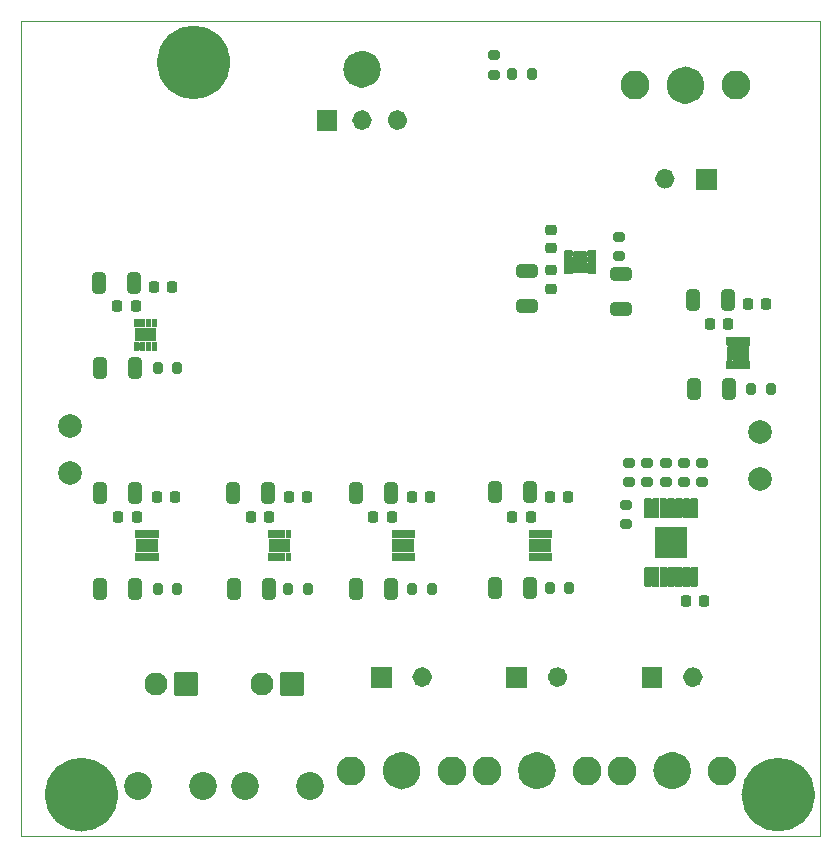
<source format=gts>
%TF.GenerationSoftware,KiCad,Pcbnew,9.0.0*%
%TF.CreationDate,2026-01-23T14:52:09+07:00*%
%TF.ProjectId,Connector_Extension_Board_V1.0,436f6e6e-6563-4746-9f72-5f457874656e,rev?*%
%TF.SameCoordinates,Original*%
%TF.FileFunction,Soldermask,Top*%
%TF.FilePolarity,Negative*%
%FSLAX46Y46*%
G04 Gerber Fmt 4.6, Leading zero omitted, Abs format (unit mm)*
G04 Created by KiCad (PCBNEW 9.0.0) date 2026-01-23 14:52:09*
%MOMM*%
%LPD*%
G01*
G04 APERTURE LIST*
G04 Aperture macros list*
%AMRoundRect*
0 Rectangle with rounded corners*
0 $1 Rounding radius*
0 $2 $3 $4 $5 $6 $7 $8 $9 X,Y pos of 4 corners*
0 Add a 4 corners polygon primitive as box body*
4,1,4,$2,$3,$4,$5,$6,$7,$8,$9,$2,$3,0*
0 Add four circle primitives for the rounded corners*
1,1,$1+$1,$2,$3*
1,1,$1+$1,$4,$5*
1,1,$1+$1,$6,$7*
1,1,$1+$1,$8,$9*
0 Add four rect primitives between the rounded corners*
20,1,$1+$1,$2,$3,$4,$5,0*
20,1,$1+$1,$4,$5,$6,$7,0*
20,1,$1+$1,$6,$7,$8,$9,0*
20,1,$1+$1,$8,$9,$2,$3,0*%
G04 Aperture macros list end*
%ADD10C,3.110399*%
%ADD11C,0.010000*%
%ADD12C,1.601200*%
%ADD13C,0.836200*%
%ADD14C,1.576200*%
%ADD15C,2.000000*%
%ADD16RoundRect,0.200000X0.200000X0.275000X-0.200000X0.275000X-0.200000X-0.275000X0.200000X-0.275000X0*%
%ADD17RoundRect,0.225000X-0.225000X-0.250000X0.225000X-0.250000X0.225000X0.250000X-0.225000X0.250000X0*%
%ADD18C,5.800000*%
%ADD19RoundRect,0.250000X0.325000X0.650000X-0.325000X0.650000X-0.325000X-0.650000X0.325000X-0.650000X0*%
%ADD20RoundRect,0.225000X0.250000X-0.225000X0.250000X0.225000X-0.250000X0.225000X-0.250000X-0.225000X0*%
%ADD21RoundRect,0.200000X-0.275000X0.200000X-0.275000X-0.200000X0.275000X-0.200000X0.275000X0.200000X0*%
%ADD22C,2.360000*%
%ADD23RoundRect,0.102000X0.890000X0.890000X-0.890000X0.890000X-0.890000X-0.890000X0.890000X-0.890000X0*%
%ADD24C,1.954000*%
%ADD25RoundRect,0.200000X0.275000X-0.200000X0.275000X0.200000X-0.275000X0.200000X-0.275000X-0.200000X0*%
%ADD26RoundRect,0.250000X-0.650000X0.325000X-0.650000X-0.325000X0.650000X-0.325000X0.650000X0.325000X0*%
%ADD27C,3.050000*%
%ADD28C,2.464600*%
%ADD29RoundRect,0.225000X0.225000X0.250000X-0.225000X0.250000X-0.225000X-0.250000X0.225000X-0.250000X0*%
%ADD30RoundRect,0.225000X-0.250000X0.225000X-0.250000X-0.225000X0.250000X-0.225000X0.250000X0.225000X0*%
%ADD31C,3.000000*%
%TA.AperFunction,Profile*%
%ADD32C,0.100000*%
%TD*%
G04 APERTURE END LIST*
D10*
X114555199Y-52500000D02*
G75*
G02*
X111444801Y-52500000I-1555199J0D01*
G01*
X111444801Y-52500000D02*
G75*
G02*
X114555199Y-52500000I1555199J0D01*
G01*
X164055199Y-114500000D02*
G75*
G02*
X160944801Y-114500000I-1555199J0D01*
G01*
X160944801Y-114500000D02*
G75*
G02*
X164055199Y-114500000I1555199J0D01*
G01*
X105055199Y-114500000D02*
G75*
G02*
X101944801Y-114500000I-1555199J0D01*
G01*
X101944801Y-114500000D02*
G75*
G02*
X105055199Y-114500000I1555199J0D01*
G01*
D11*
X131532500Y-92838300D02*
X131534500Y-92838300D01*
X131537500Y-92839300D01*
X131539500Y-92839300D01*
X131542500Y-92840300D01*
X131544500Y-92841300D01*
X131547500Y-92842300D01*
X131549500Y-92844300D01*
X131551500Y-92845300D01*
X131553500Y-92847300D01*
X131555500Y-92848300D01*
X131557500Y-92850300D01*
X131559500Y-92852300D01*
X131561500Y-92854300D01*
X131563500Y-92856300D01*
X131564500Y-92858300D01*
X131566500Y-92860300D01*
X131567500Y-92862300D01*
X131569500Y-92864300D01*
X131570500Y-92867300D01*
X131571500Y-92869300D01*
X131572500Y-92872300D01*
X131572500Y-92874300D01*
X131573500Y-92877300D01*
X131573500Y-92879300D01*
X131574500Y-92882300D01*
X131574500Y-92884300D01*
X131574500Y-92887300D01*
X131574500Y-93827300D01*
X131574500Y-93830300D01*
X131574500Y-93832300D01*
X131573500Y-93835300D01*
X131573500Y-93837300D01*
X131572500Y-93840300D01*
X131572500Y-93842300D01*
X131571500Y-93845300D01*
X131570500Y-93847300D01*
X131569500Y-93850300D01*
X131567500Y-93852300D01*
X131566500Y-93854300D01*
X131564500Y-93856300D01*
X131563500Y-93858300D01*
X131561500Y-93860300D01*
X131559500Y-93862300D01*
X131557500Y-93864300D01*
X131555500Y-93866300D01*
X131553500Y-93867300D01*
X131551500Y-93869300D01*
X131549500Y-93870300D01*
X131547500Y-93872300D01*
X131544500Y-93873300D01*
X131542500Y-93874300D01*
X131539500Y-93875300D01*
X131537500Y-93875300D01*
X131534500Y-93876300D01*
X131532500Y-93876300D01*
X131529500Y-93877300D01*
X131527500Y-93877300D01*
X131524500Y-93877300D01*
X129884500Y-93877300D01*
X129881500Y-93877300D01*
X129879500Y-93877300D01*
X129876500Y-93876300D01*
X129874500Y-93876300D01*
X129871500Y-93875300D01*
X129869500Y-93875300D01*
X129866500Y-93874300D01*
X129864500Y-93873300D01*
X129861500Y-93872300D01*
X129859500Y-93870300D01*
X129857500Y-93869300D01*
X129855500Y-93867300D01*
X129853500Y-93866300D01*
X129851500Y-93864300D01*
X129849500Y-93862300D01*
X129847500Y-93860300D01*
X129845500Y-93858300D01*
X129844500Y-93856300D01*
X129842500Y-93854300D01*
X129841500Y-93852300D01*
X129839500Y-93850300D01*
X129838500Y-93847300D01*
X129837500Y-93845300D01*
X129836500Y-93842300D01*
X129836500Y-93840300D01*
X129835500Y-93837300D01*
X129835500Y-93835300D01*
X129834500Y-93832300D01*
X129834500Y-93830300D01*
X129834500Y-93827300D01*
X129834500Y-92887300D01*
X129834500Y-92884300D01*
X129834500Y-92882300D01*
X129835500Y-92879300D01*
X129835500Y-92877300D01*
X129836500Y-92874300D01*
X129836500Y-92872300D01*
X129837500Y-92869300D01*
X129838500Y-92867300D01*
X129839500Y-92864300D01*
X129841500Y-92862300D01*
X129842500Y-92860300D01*
X129844500Y-92858300D01*
X129845500Y-92856300D01*
X129847500Y-92854300D01*
X129849500Y-92852300D01*
X129851500Y-92850300D01*
X129853500Y-92848300D01*
X129855500Y-92847300D01*
X129857500Y-92845300D01*
X129859500Y-92844300D01*
X129861500Y-92842300D01*
X129864500Y-92841300D01*
X129866500Y-92840300D01*
X129869500Y-92839300D01*
X129871500Y-92839300D01*
X129874500Y-92838300D01*
X129876500Y-92838300D01*
X129879500Y-92837300D01*
X129881500Y-92837300D01*
X129884500Y-92837300D01*
X131524500Y-92837300D01*
X131527500Y-92837300D01*
X131529500Y-92837300D01*
X131532500Y-92838300D01*
G36*
X131532500Y-92838300D02*
G01*
X131534500Y-92838300D01*
X131537500Y-92839300D01*
X131539500Y-92839300D01*
X131542500Y-92840300D01*
X131544500Y-92841300D01*
X131547500Y-92842300D01*
X131549500Y-92844300D01*
X131551500Y-92845300D01*
X131553500Y-92847300D01*
X131555500Y-92848300D01*
X131557500Y-92850300D01*
X131559500Y-92852300D01*
X131561500Y-92854300D01*
X131563500Y-92856300D01*
X131564500Y-92858300D01*
X131566500Y-92860300D01*
X131567500Y-92862300D01*
X131569500Y-92864300D01*
X131570500Y-92867300D01*
X131571500Y-92869300D01*
X131572500Y-92872300D01*
X131572500Y-92874300D01*
X131573500Y-92877300D01*
X131573500Y-92879300D01*
X131574500Y-92882300D01*
X131574500Y-92884300D01*
X131574500Y-92887300D01*
X131574500Y-93827300D01*
X131574500Y-93830300D01*
X131574500Y-93832300D01*
X131573500Y-93835300D01*
X131573500Y-93837300D01*
X131572500Y-93840300D01*
X131572500Y-93842300D01*
X131571500Y-93845300D01*
X131570500Y-93847300D01*
X131569500Y-93850300D01*
X131567500Y-93852300D01*
X131566500Y-93854300D01*
X131564500Y-93856300D01*
X131563500Y-93858300D01*
X131561500Y-93860300D01*
X131559500Y-93862300D01*
X131557500Y-93864300D01*
X131555500Y-93866300D01*
X131553500Y-93867300D01*
X131551500Y-93869300D01*
X131549500Y-93870300D01*
X131547500Y-93872300D01*
X131544500Y-93873300D01*
X131542500Y-93874300D01*
X131539500Y-93875300D01*
X131537500Y-93875300D01*
X131534500Y-93876300D01*
X131532500Y-93876300D01*
X131529500Y-93877300D01*
X131527500Y-93877300D01*
X131524500Y-93877300D01*
X129884500Y-93877300D01*
X129881500Y-93877300D01*
X129879500Y-93877300D01*
X129876500Y-93876300D01*
X129874500Y-93876300D01*
X129871500Y-93875300D01*
X129869500Y-93875300D01*
X129866500Y-93874300D01*
X129864500Y-93873300D01*
X129861500Y-93872300D01*
X129859500Y-93870300D01*
X129857500Y-93869300D01*
X129855500Y-93867300D01*
X129853500Y-93866300D01*
X129851500Y-93864300D01*
X129849500Y-93862300D01*
X129847500Y-93860300D01*
X129845500Y-93858300D01*
X129844500Y-93856300D01*
X129842500Y-93854300D01*
X129841500Y-93852300D01*
X129839500Y-93850300D01*
X129838500Y-93847300D01*
X129837500Y-93845300D01*
X129836500Y-93842300D01*
X129836500Y-93840300D01*
X129835500Y-93837300D01*
X129835500Y-93835300D01*
X129834500Y-93832300D01*
X129834500Y-93830300D01*
X129834500Y-93827300D01*
X129834500Y-92887300D01*
X129834500Y-92884300D01*
X129834500Y-92882300D01*
X129835500Y-92879300D01*
X129835500Y-92877300D01*
X129836500Y-92874300D01*
X129836500Y-92872300D01*
X129837500Y-92869300D01*
X129838500Y-92867300D01*
X129839500Y-92864300D01*
X129841500Y-92862300D01*
X129842500Y-92860300D01*
X129844500Y-92858300D01*
X129845500Y-92856300D01*
X129847500Y-92854300D01*
X129849500Y-92852300D01*
X129851500Y-92850300D01*
X129853500Y-92848300D01*
X129855500Y-92847300D01*
X129857500Y-92845300D01*
X129859500Y-92844300D01*
X129861500Y-92842300D01*
X129864500Y-92841300D01*
X129866500Y-92840300D01*
X129869500Y-92839300D01*
X129871500Y-92839300D01*
X129874500Y-92838300D01*
X129876500Y-92838300D01*
X129879500Y-92837300D01*
X129881500Y-92837300D01*
X129884500Y-92837300D01*
X131524500Y-92837300D01*
X131527500Y-92837300D01*
X131529500Y-92837300D01*
X131532500Y-92838300D01*
G37*
X130107500Y-92053300D02*
X130109500Y-92053300D01*
X130112500Y-92054300D01*
X130114500Y-92054300D01*
X130117500Y-92055300D01*
X130119500Y-92056300D01*
X130122500Y-92057300D01*
X130124500Y-92059300D01*
X130126500Y-92060300D01*
X130128500Y-92062300D01*
X130130500Y-92063300D01*
X130132500Y-92065300D01*
X130134500Y-92067300D01*
X130136500Y-92069300D01*
X130138500Y-92071300D01*
X130139500Y-92073300D01*
X130141500Y-92075300D01*
X130142500Y-92077300D01*
X130144500Y-92079300D01*
X130145500Y-92082300D01*
X130146500Y-92084300D01*
X130147500Y-92087300D01*
X130147500Y-92089300D01*
X130148500Y-92092300D01*
X130148500Y-92094300D01*
X130149500Y-92097300D01*
X130149500Y-92099300D01*
X130149500Y-92102300D01*
X130149500Y-92642300D01*
X130149500Y-92645300D01*
X130149500Y-92647300D01*
X130148500Y-92650300D01*
X130148500Y-92652300D01*
X130147500Y-92655300D01*
X130147500Y-92657300D01*
X130146500Y-92660300D01*
X130145500Y-92662300D01*
X130144500Y-92665300D01*
X130142500Y-92667300D01*
X130141500Y-92669300D01*
X130139500Y-92671300D01*
X130138500Y-92673300D01*
X130136500Y-92675300D01*
X130134500Y-92677300D01*
X130132500Y-92679300D01*
X130130500Y-92681300D01*
X130128500Y-92682300D01*
X130126500Y-92684300D01*
X130124500Y-92685300D01*
X130122500Y-92687300D01*
X130119500Y-92688300D01*
X130117500Y-92689300D01*
X130114500Y-92690300D01*
X130112500Y-92690300D01*
X130109500Y-92691300D01*
X130107500Y-92691300D01*
X130104500Y-92692300D01*
X130102500Y-92692300D01*
X130099500Y-92692300D01*
X129809500Y-92692300D01*
X129806500Y-92692300D01*
X129804500Y-92692300D01*
X129801500Y-92691300D01*
X129799500Y-92691300D01*
X129796500Y-92690300D01*
X129794500Y-92690300D01*
X129791500Y-92689300D01*
X129789500Y-92688300D01*
X129786500Y-92687300D01*
X129784500Y-92685300D01*
X129782500Y-92684300D01*
X129780500Y-92682300D01*
X129778500Y-92681300D01*
X129776500Y-92679300D01*
X129774500Y-92677300D01*
X129772500Y-92675300D01*
X129770500Y-92673300D01*
X129769500Y-92671300D01*
X129767500Y-92669300D01*
X129766500Y-92667300D01*
X129764500Y-92665300D01*
X129763500Y-92662300D01*
X129762500Y-92660300D01*
X129761500Y-92657300D01*
X129761500Y-92655300D01*
X129760500Y-92652300D01*
X129760500Y-92650300D01*
X129759500Y-92647300D01*
X129759500Y-92645300D01*
X129759500Y-92642300D01*
X129759500Y-92102300D01*
X129759500Y-92099300D01*
X129759500Y-92097300D01*
X129760500Y-92094300D01*
X129760500Y-92092300D01*
X129761500Y-92089300D01*
X129761500Y-92087300D01*
X129762500Y-92084300D01*
X129763500Y-92082300D01*
X129764500Y-92079300D01*
X129766500Y-92077300D01*
X129767500Y-92075300D01*
X129769500Y-92073300D01*
X129770500Y-92071300D01*
X129772500Y-92069300D01*
X129774500Y-92067300D01*
X129776500Y-92065300D01*
X129778500Y-92063300D01*
X129780500Y-92062300D01*
X129782500Y-92060300D01*
X129784500Y-92059300D01*
X129786500Y-92057300D01*
X129789500Y-92056300D01*
X129791500Y-92055300D01*
X129794500Y-92054300D01*
X129796500Y-92054300D01*
X129799500Y-92053300D01*
X129801500Y-92053300D01*
X129804500Y-92052300D01*
X129806500Y-92052300D01*
X129809500Y-92052300D01*
X130099500Y-92052300D01*
X130102500Y-92052300D01*
X130104500Y-92052300D01*
X130107500Y-92053300D01*
G36*
X130107500Y-92053300D02*
G01*
X130109500Y-92053300D01*
X130112500Y-92054300D01*
X130114500Y-92054300D01*
X130117500Y-92055300D01*
X130119500Y-92056300D01*
X130122500Y-92057300D01*
X130124500Y-92059300D01*
X130126500Y-92060300D01*
X130128500Y-92062300D01*
X130130500Y-92063300D01*
X130132500Y-92065300D01*
X130134500Y-92067300D01*
X130136500Y-92069300D01*
X130138500Y-92071300D01*
X130139500Y-92073300D01*
X130141500Y-92075300D01*
X130142500Y-92077300D01*
X130144500Y-92079300D01*
X130145500Y-92082300D01*
X130146500Y-92084300D01*
X130147500Y-92087300D01*
X130147500Y-92089300D01*
X130148500Y-92092300D01*
X130148500Y-92094300D01*
X130149500Y-92097300D01*
X130149500Y-92099300D01*
X130149500Y-92102300D01*
X130149500Y-92642300D01*
X130149500Y-92645300D01*
X130149500Y-92647300D01*
X130148500Y-92650300D01*
X130148500Y-92652300D01*
X130147500Y-92655300D01*
X130147500Y-92657300D01*
X130146500Y-92660300D01*
X130145500Y-92662300D01*
X130144500Y-92665300D01*
X130142500Y-92667300D01*
X130141500Y-92669300D01*
X130139500Y-92671300D01*
X130138500Y-92673300D01*
X130136500Y-92675300D01*
X130134500Y-92677300D01*
X130132500Y-92679300D01*
X130130500Y-92681300D01*
X130128500Y-92682300D01*
X130126500Y-92684300D01*
X130124500Y-92685300D01*
X130122500Y-92687300D01*
X130119500Y-92688300D01*
X130117500Y-92689300D01*
X130114500Y-92690300D01*
X130112500Y-92690300D01*
X130109500Y-92691300D01*
X130107500Y-92691300D01*
X130104500Y-92692300D01*
X130102500Y-92692300D01*
X130099500Y-92692300D01*
X129809500Y-92692300D01*
X129806500Y-92692300D01*
X129804500Y-92692300D01*
X129801500Y-92691300D01*
X129799500Y-92691300D01*
X129796500Y-92690300D01*
X129794500Y-92690300D01*
X129791500Y-92689300D01*
X129789500Y-92688300D01*
X129786500Y-92687300D01*
X129784500Y-92685300D01*
X129782500Y-92684300D01*
X129780500Y-92682300D01*
X129778500Y-92681300D01*
X129776500Y-92679300D01*
X129774500Y-92677300D01*
X129772500Y-92675300D01*
X129770500Y-92673300D01*
X129769500Y-92671300D01*
X129767500Y-92669300D01*
X129766500Y-92667300D01*
X129764500Y-92665300D01*
X129763500Y-92662300D01*
X129762500Y-92660300D01*
X129761500Y-92657300D01*
X129761500Y-92655300D01*
X129760500Y-92652300D01*
X129760500Y-92650300D01*
X129759500Y-92647300D01*
X129759500Y-92645300D01*
X129759500Y-92642300D01*
X129759500Y-92102300D01*
X129759500Y-92099300D01*
X129759500Y-92097300D01*
X129760500Y-92094300D01*
X129760500Y-92092300D01*
X129761500Y-92089300D01*
X129761500Y-92087300D01*
X129762500Y-92084300D01*
X129763500Y-92082300D01*
X129764500Y-92079300D01*
X129766500Y-92077300D01*
X129767500Y-92075300D01*
X129769500Y-92073300D01*
X129770500Y-92071300D01*
X129772500Y-92069300D01*
X129774500Y-92067300D01*
X129776500Y-92065300D01*
X129778500Y-92063300D01*
X129780500Y-92062300D01*
X129782500Y-92060300D01*
X129784500Y-92059300D01*
X129786500Y-92057300D01*
X129789500Y-92056300D01*
X129791500Y-92055300D01*
X129794500Y-92054300D01*
X129796500Y-92054300D01*
X129799500Y-92053300D01*
X129801500Y-92053300D01*
X129804500Y-92052300D01*
X129806500Y-92052300D01*
X129809500Y-92052300D01*
X130099500Y-92052300D01*
X130102500Y-92052300D01*
X130104500Y-92052300D01*
X130107500Y-92053300D01*
G37*
X130107500Y-94023300D02*
X130109500Y-94023300D01*
X130112500Y-94024300D01*
X130114500Y-94024300D01*
X130117500Y-94025300D01*
X130119500Y-94026300D01*
X130122500Y-94027300D01*
X130124500Y-94029300D01*
X130126500Y-94030300D01*
X130128500Y-94032300D01*
X130130500Y-94033300D01*
X130132500Y-94035300D01*
X130134500Y-94037300D01*
X130136500Y-94039300D01*
X130138500Y-94041300D01*
X130139500Y-94043300D01*
X130141500Y-94045300D01*
X130142500Y-94047300D01*
X130144500Y-94049300D01*
X130145500Y-94052300D01*
X130146500Y-94054300D01*
X130147500Y-94057300D01*
X130147500Y-94059300D01*
X130148500Y-94062300D01*
X130148500Y-94064300D01*
X130149500Y-94067300D01*
X130149500Y-94069300D01*
X130149500Y-94072300D01*
X130149500Y-94612300D01*
X130149500Y-94615300D01*
X130149500Y-94617300D01*
X130148500Y-94620300D01*
X130148500Y-94622300D01*
X130147500Y-94625300D01*
X130147500Y-94627300D01*
X130146500Y-94630300D01*
X130145500Y-94632300D01*
X130144500Y-94635300D01*
X130142500Y-94637300D01*
X130141500Y-94639300D01*
X130139500Y-94641300D01*
X130138500Y-94643300D01*
X130136500Y-94645300D01*
X130134500Y-94647300D01*
X130132500Y-94649300D01*
X130130500Y-94651300D01*
X130128500Y-94652300D01*
X130126500Y-94654300D01*
X130124500Y-94655300D01*
X130122500Y-94657300D01*
X130119500Y-94658300D01*
X130117500Y-94659300D01*
X130114500Y-94660300D01*
X130112500Y-94660300D01*
X130109500Y-94661300D01*
X130107500Y-94661300D01*
X130104500Y-94662300D01*
X130102500Y-94662300D01*
X130099500Y-94662300D01*
X129809500Y-94662300D01*
X129806500Y-94662300D01*
X129804500Y-94662300D01*
X129801500Y-94661300D01*
X129799500Y-94661300D01*
X129796500Y-94660300D01*
X129794500Y-94660300D01*
X129791500Y-94659300D01*
X129789500Y-94658300D01*
X129786500Y-94657300D01*
X129784500Y-94655300D01*
X129782500Y-94654300D01*
X129780500Y-94652300D01*
X129778500Y-94651300D01*
X129776500Y-94649300D01*
X129774500Y-94647300D01*
X129772500Y-94645300D01*
X129770500Y-94643300D01*
X129769500Y-94641300D01*
X129767500Y-94639300D01*
X129766500Y-94637300D01*
X129764500Y-94635300D01*
X129763500Y-94632300D01*
X129762500Y-94630300D01*
X129761500Y-94627300D01*
X129761500Y-94625300D01*
X129760500Y-94622300D01*
X129760500Y-94620300D01*
X129759500Y-94617300D01*
X129759500Y-94615300D01*
X129759500Y-94612300D01*
X129759500Y-94072300D01*
X129759500Y-94069300D01*
X129759500Y-94067300D01*
X129760500Y-94064300D01*
X129760500Y-94062300D01*
X129761500Y-94059300D01*
X129761500Y-94057300D01*
X129762500Y-94054300D01*
X129763500Y-94052300D01*
X129764500Y-94049300D01*
X129766500Y-94047300D01*
X129767500Y-94045300D01*
X129769500Y-94043300D01*
X129770500Y-94041300D01*
X129772500Y-94039300D01*
X129774500Y-94037300D01*
X129776500Y-94035300D01*
X129778500Y-94033300D01*
X129780500Y-94032300D01*
X129782500Y-94030300D01*
X129784500Y-94029300D01*
X129786500Y-94027300D01*
X129789500Y-94026300D01*
X129791500Y-94025300D01*
X129794500Y-94024300D01*
X129796500Y-94024300D01*
X129799500Y-94023300D01*
X129801500Y-94023300D01*
X129804500Y-94022300D01*
X129806500Y-94022300D01*
X129809500Y-94022300D01*
X130099500Y-94022300D01*
X130102500Y-94022300D01*
X130104500Y-94022300D01*
X130107500Y-94023300D01*
G36*
X130107500Y-94023300D02*
G01*
X130109500Y-94023300D01*
X130112500Y-94024300D01*
X130114500Y-94024300D01*
X130117500Y-94025300D01*
X130119500Y-94026300D01*
X130122500Y-94027300D01*
X130124500Y-94029300D01*
X130126500Y-94030300D01*
X130128500Y-94032300D01*
X130130500Y-94033300D01*
X130132500Y-94035300D01*
X130134500Y-94037300D01*
X130136500Y-94039300D01*
X130138500Y-94041300D01*
X130139500Y-94043300D01*
X130141500Y-94045300D01*
X130142500Y-94047300D01*
X130144500Y-94049300D01*
X130145500Y-94052300D01*
X130146500Y-94054300D01*
X130147500Y-94057300D01*
X130147500Y-94059300D01*
X130148500Y-94062300D01*
X130148500Y-94064300D01*
X130149500Y-94067300D01*
X130149500Y-94069300D01*
X130149500Y-94072300D01*
X130149500Y-94612300D01*
X130149500Y-94615300D01*
X130149500Y-94617300D01*
X130148500Y-94620300D01*
X130148500Y-94622300D01*
X130147500Y-94625300D01*
X130147500Y-94627300D01*
X130146500Y-94630300D01*
X130145500Y-94632300D01*
X130144500Y-94635300D01*
X130142500Y-94637300D01*
X130141500Y-94639300D01*
X130139500Y-94641300D01*
X130138500Y-94643300D01*
X130136500Y-94645300D01*
X130134500Y-94647300D01*
X130132500Y-94649300D01*
X130130500Y-94651300D01*
X130128500Y-94652300D01*
X130126500Y-94654300D01*
X130124500Y-94655300D01*
X130122500Y-94657300D01*
X130119500Y-94658300D01*
X130117500Y-94659300D01*
X130114500Y-94660300D01*
X130112500Y-94660300D01*
X130109500Y-94661300D01*
X130107500Y-94661300D01*
X130104500Y-94662300D01*
X130102500Y-94662300D01*
X130099500Y-94662300D01*
X129809500Y-94662300D01*
X129806500Y-94662300D01*
X129804500Y-94662300D01*
X129801500Y-94661300D01*
X129799500Y-94661300D01*
X129796500Y-94660300D01*
X129794500Y-94660300D01*
X129791500Y-94659300D01*
X129789500Y-94658300D01*
X129786500Y-94657300D01*
X129784500Y-94655300D01*
X129782500Y-94654300D01*
X129780500Y-94652300D01*
X129778500Y-94651300D01*
X129776500Y-94649300D01*
X129774500Y-94647300D01*
X129772500Y-94645300D01*
X129770500Y-94643300D01*
X129769500Y-94641300D01*
X129767500Y-94639300D01*
X129766500Y-94637300D01*
X129764500Y-94635300D01*
X129763500Y-94632300D01*
X129762500Y-94630300D01*
X129761500Y-94627300D01*
X129761500Y-94625300D01*
X129760500Y-94622300D01*
X129760500Y-94620300D01*
X129759500Y-94617300D01*
X129759500Y-94615300D01*
X129759500Y-94612300D01*
X129759500Y-94072300D01*
X129759500Y-94069300D01*
X129759500Y-94067300D01*
X129760500Y-94064300D01*
X129760500Y-94062300D01*
X129761500Y-94059300D01*
X129761500Y-94057300D01*
X129762500Y-94054300D01*
X129763500Y-94052300D01*
X129764500Y-94049300D01*
X129766500Y-94047300D01*
X129767500Y-94045300D01*
X129769500Y-94043300D01*
X129770500Y-94041300D01*
X129772500Y-94039300D01*
X129774500Y-94037300D01*
X129776500Y-94035300D01*
X129778500Y-94033300D01*
X129780500Y-94032300D01*
X129782500Y-94030300D01*
X129784500Y-94029300D01*
X129786500Y-94027300D01*
X129789500Y-94026300D01*
X129791500Y-94025300D01*
X129794500Y-94024300D01*
X129796500Y-94024300D01*
X129799500Y-94023300D01*
X129801500Y-94023300D01*
X129804500Y-94022300D01*
X129806500Y-94022300D01*
X129809500Y-94022300D01*
X130099500Y-94022300D01*
X130102500Y-94022300D01*
X130104500Y-94022300D01*
X130107500Y-94023300D01*
G37*
X130607500Y-92053300D02*
X130609500Y-92053300D01*
X130612500Y-92054300D01*
X130614500Y-92054300D01*
X130617500Y-92055300D01*
X130619500Y-92056300D01*
X130622500Y-92057300D01*
X130624500Y-92059300D01*
X130626500Y-92060300D01*
X130628500Y-92062300D01*
X130630500Y-92063300D01*
X130632500Y-92065300D01*
X130634500Y-92067300D01*
X130636500Y-92069300D01*
X130638500Y-92071300D01*
X130639500Y-92073300D01*
X130641500Y-92075300D01*
X130642500Y-92077300D01*
X130644500Y-92079300D01*
X130645500Y-92082300D01*
X130646500Y-92084300D01*
X130647500Y-92087300D01*
X130647500Y-92089300D01*
X130648500Y-92092300D01*
X130648500Y-92094300D01*
X130649500Y-92097300D01*
X130649500Y-92099300D01*
X130649500Y-92102300D01*
X130649500Y-92642300D01*
X130649500Y-92645300D01*
X130649500Y-92647300D01*
X130648500Y-92650300D01*
X130648500Y-92652300D01*
X130647500Y-92655300D01*
X130647500Y-92657300D01*
X130646500Y-92660300D01*
X130645500Y-92662300D01*
X130644500Y-92665300D01*
X130642500Y-92667300D01*
X130641500Y-92669300D01*
X130639500Y-92671300D01*
X130638500Y-92673300D01*
X130636500Y-92675300D01*
X130634500Y-92677300D01*
X130632500Y-92679300D01*
X130630500Y-92681300D01*
X130628500Y-92682300D01*
X130626500Y-92684300D01*
X130624500Y-92685300D01*
X130622500Y-92687300D01*
X130619500Y-92688300D01*
X130617500Y-92689300D01*
X130614500Y-92690300D01*
X130612500Y-92690300D01*
X130609500Y-92691300D01*
X130607500Y-92691300D01*
X130604500Y-92692300D01*
X130602500Y-92692300D01*
X130599500Y-92692300D01*
X130309500Y-92692300D01*
X130306500Y-92692300D01*
X130304500Y-92692300D01*
X130301500Y-92691300D01*
X130299500Y-92691300D01*
X130296500Y-92690300D01*
X130294500Y-92690300D01*
X130291500Y-92689300D01*
X130289500Y-92688300D01*
X130286500Y-92687300D01*
X130284500Y-92685300D01*
X130282500Y-92684300D01*
X130280500Y-92682300D01*
X130278500Y-92681300D01*
X130276500Y-92679300D01*
X130274500Y-92677300D01*
X130272500Y-92675300D01*
X130270500Y-92673300D01*
X130269500Y-92671300D01*
X130267500Y-92669300D01*
X130266500Y-92667300D01*
X130264500Y-92665300D01*
X130263500Y-92662300D01*
X130262500Y-92660300D01*
X130261500Y-92657300D01*
X130261500Y-92655300D01*
X130260500Y-92652300D01*
X130260500Y-92650300D01*
X130259500Y-92647300D01*
X130259500Y-92645300D01*
X130259500Y-92642300D01*
X130259500Y-92102300D01*
X130259500Y-92099300D01*
X130259500Y-92097300D01*
X130260500Y-92094300D01*
X130260500Y-92092300D01*
X130261500Y-92089300D01*
X130261500Y-92087300D01*
X130262500Y-92084300D01*
X130263500Y-92082300D01*
X130264500Y-92079300D01*
X130266500Y-92077300D01*
X130267500Y-92075300D01*
X130269500Y-92073300D01*
X130270500Y-92071300D01*
X130272500Y-92069300D01*
X130274500Y-92067300D01*
X130276500Y-92065300D01*
X130278500Y-92063300D01*
X130280500Y-92062300D01*
X130282500Y-92060300D01*
X130284500Y-92059300D01*
X130286500Y-92057300D01*
X130289500Y-92056300D01*
X130291500Y-92055300D01*
X130294500Y-92054300D01*
X130296500Y-92054300D01*
X130299500Y-92053300D01*
X130301500Y-92053300D01*
X130304500Y-92052300D01*
X130306500Y-92052300D01*
X130309500Y-92052300D01*
X130599500Y-92052300D01*
X130602500Y-92052300D01*
X130604500Y-92052300D01*
X130607500Y-92053300D01*
G36*
X130607500Y-92053300D02*
G01*
X130609500Y-92053300D01*
X130612500Y-92054300D01*
X130614500Y-92054300D01*
X130617500Y-92055300D01*
X130619500Y-92056300D01*
X130622500Y-92057300D01*
X130624500Y-92059300D01*
X130626500Y-92060300D01*
X130628500Y-92062300D01*
X130630500Y-92063300D01*
X130632500Y-92065300D01*
X130634500Y-92067300D01*
X130636500Y-92069300D01*
X130638500Y-92071300D01*
X130639500Y-92073300D01*
X130641500Y-92075300D01*
X130642500Y-92077300D01*
X130644500Y-92079300D01*
X130645500Y-92082300D01*
X130646500Y-92084300D01*
X130647500Y-92087300D01*
X130647500Y-92089300D01*
X130648500Y-92092300D01*
X130648500Y-92094300D01*
X130649500Y-92097300D01*
X130649500Y-92099300D01*
X130649500Y-92102300D01*
X130649500Y-92642300D01*
X130649500Y-92645300D01*
X130649500Y-92647300D01*
X130648500Y-92650300D01*
X130648500Y-92652300D01*
X130647500Y-92655300D01*
X130647500Y-92657300D01*
X130646500Y-92660300D01*
X130645500Y-92662300D01*
X130644500Y-92665300D01*
X130642500Y-92667300D01*
X130641500Y-92669300D01*
X130639500Y-92671300D01*
X130638500Y-92673300D01*
X130636500Y-92675300D01*
X130634500Y-92677300D01*
X130632500Y-92679300D01*
X130630500Y-92681300D01*
X130628500Y-92682300D01*
X130626500Y-92684300D01*
X130624500Y-92685300D01*
X130622500Y-92687300D01*
X130619500Y-92688300D01*
X130617500Y-92689300D01*
X130614500Y-92690300D01*
X130612500Y-92690300D01*
X130609500Y-92691300D01*
X130607500Y-92691300D01*
X130604500Y-92692300D01*
X130602500Y-92692300D01*
X130599500Y-92692300D01*
X130309500Y-92692300D01*
X130306500Y-92692300D01*
X130304500Y-92692300D01*
X130301500Y-92691300D01*
X130299500Y-92691300D01*
X130296500Y-92690300D01*
X130294500Y-92690300D01*
X130291500Y-92689300D01*
X130289500Y-92688300D01*
X130286500Y-92687300D01*
X130284500Y-92685300D01*
X130282500Y-92684300D01*
X130280500Y-92682300D01*
X130278500Y-92681300D01*
X130276500Y-92679300D01*
X130274500Y-92677300D01*
X130272500Y-92675300D01*
X130270500Y-92673300D01*
X130269500Y-92671300D01*
X130267500Y-92669300D01*
X130266500Y-92667300D01*
X130264500Y-92665300D01*
X130263500Y-92662300D01*
X130262500Y-92660300D01*
X130261500Y-92657300D01*
X130261500Y-92655300D01*
X130260500Y-92652300D01*
X130260500Y-92650300D01*
X130259500Y-92647300D01*
X130259500Y-92645300D01*
X130259500Y-92642300D01*
X130259500Y-92102300D01*
X130259500Y-92099300D01*
X130259500Y-92097300D01*
X130260500Y-92094300D01*
X130260500Y-92092300D01*
X130261500Y-92089300D01*
X130261500Y-92087300D01*
X130262500Y-92084300D01*
X130263500Y-92082300D01*
X130264500Y-92079300D01*
X130266500Y-92077300D01*
X130267500Y-92075300D01*
X130269500Y-92073300D01*
X130270500Y-92071300D01*
X130272500Y-92069300D01*
X130274500Y-92067300D01*
X130276500Y-92065300D01*
X130278500Y-92063300D01*
X130280500Y-92062300D01*
X130282500Y-92060300D01*
X130284500Y-92059300D01*
X130286500Y-92057300D01*
X130289500Y-92056300D01*
X130291500Y-92055300D01*
X130294500Y-92054300D01*
X130296500Y-92054300D01*
X130299500Y-92053300D01*
X130301500Y-92053300D01*
X130304500Y-92052300D01*
X130306500Y-92052300D01*
X130309500Y-92052300D01*
X130599500Y-92052300D01*
X130602500Y-92052300D01*
X130604500Y-92052300D01*
X130607500Y-92053300D01*
G37*
X130607500Y-94023300D02*
X130609500Y-94023300D01*
X130612500Y-94024300D01*
X130614500Y-94024300D01*
X130617500Y-94025300D01*
X130619500Y-94026300D01*
X130622500Y-94027300D01*
X130624500Y-94029300D01*
X130626500Y-94030300D01*
X130628500Y-94032300D01*
X130630500Y-94033300D01*
X130632500Y-94035300D01*
X130634500Y-94037300D01*
X130636500Y-94039300D01*
X130638500Y-94041300D01*
X130639500Y-94043300D01*
X130641500Y-94045300D01*
X130642500Y-94047300D01*
X130644500Y-94049300D01*
X130645500Y-94052300D01*
X130646500Y-94054300D01*
X130647500Y-94057300D01*
X130647500Y-94059300D01*
X130648500Y-94062300D01*
X130648500Y-94064300D01*
X130649500Y-94067300D01*
X130649500Y-94069300D01*
X130649500Y-94072300D01*
X130649500Y-94612300D01*
X130649500Y-94615300D01*
X130649500Y-94617300D01*
X130648500Y-94620300D01*
X130648500Y-94622300D01*
X130647500Y-94625300D01*
X130647500Y-94627300D01*
X130646500Y-94630300D01*
X130645500Y-94632300D01*
X130644500Y-94635300D01*
X130642500Y-94637300D01*
X130641500Y-94639300D01*
X130639500Y-94641300D01*
X130638500Y-94643300D01*
X130636500Y-94645300D01*
X130634500Y-94647300D01*
X130632500Y-94649300D01*
X130630500Y-94651300D01*
X130628500Y-94652300D01*
X130626500Y-94654300D01*
X130624500Y-94655300D01*
X130622500Y-94657300D01*
X130619500Y-94658300D01*
X130617500Y-94659300D01*
X130614500Y-94660300D01*
X130612500Y-94660300D01*
X130609500Y-94661300D01*
X130607500Y-94661300D01*
X130604500Y-94662300D01*
X130602500Y-94662300D01*
X130599500Y-94662300D01*
X130309500Y-94662300D01*
X130306500Y-94662300D01*
X130304500Y-94662300D01*
X130301500Y-94661300D01*
X130299500Y-94661300D01*
X130296500Y-94660300D01*
X130294500Y-94660300D01*
X130291500Y-94659300D01*
X130289500Y-94658300D01*
X130286500Y-94657300D01*
X130284500Y-94655300D01*
X130282500Y-94654300D01*
X130280500Y-94652300D01*
X130278500Y-94651300D01*
X130276500Y-94649300D01*
X130274500Y-94647300D01*
X130272500Y-94645300D01*
X130270500Y-94643300D01*
X130269500Y-94641300D01*
X130267500Y-94639300D01*
X130266500Y-94637300D01*
X130264500Y-94635300D01*
X130263500Y-94632300D01*
X130262500Y-94630300D01*
X130261500Y-94627300D01*
X130261500Y-94625300D01*
X130260500Y-94622300D01*
X130260500Y-94620300D01*
X130259500Y-94617300D01*
X130259500Y-94615300D01*
X130259500Y-94612300D01*
X130259500Y-94072300D01*
X130259500Y-94069300D01*
X130259500Y-94067300D01*
X130260500Y-94064300D01*
X130260500Y-94062300D01*
X130261500Y-94059300D01*
X130261500Y-94057300D01*
X130262500Y-94054300D01*
X130263500Y-94052300D01*
X130264500Y-94049300D01*
X130266500Y-94047300D01*
X130267500Y-94045300D01*
X130269500Y-94043300D01*
X130270500Y-94041300D01*
X130272500Y-94039300D01*
X130274500Y-94037300D01*
X130276500Y-94035300D01*
X130278500Y-94033300D01*
X130280500Y-94032300D01*
X130282500Y-94030300D01*
X130284500Y-94029300D01*
X130286500Y-94027300D01*
X130289500Y-94026300D01*
X130291500Y-94025300D01*
X130294500Y-94024300D01*
X130296500Y-94024300D01*
X130299500Y-94023300D01*
X130301500Y-94023300D01*
X130304500Y-94022300D01*
X130306500Y-94022300D01*
X130309500Y-94022300D01*
X130599500Y-94022300D01*
X130602500Y-94022300D01*
X130604500Y-94022300D01*
X130607500Y-94023300D01*
G36*
X130607500Y-94023300D02*
G01*
X130609500Y-94023300D01*
X130612500Y-94024300D01*
X130614500Y-94024300D01*
X130617500Y-94025300D01*
X130619500Y-94026300D01*
X130622500Y-94027300D01*
X130624500Y-94029300D01*
X130626500Y-94030300D01*
X130628500Y-94032300D01*
X130630500Y-94033300D01*
X130632500Y-94035300D01*
X130634500Y-94037300D01*
X130636500Y-94039300D01*
X130638500Y-94041300D01*
X130639500Y-94043300D01*
X130641500Y-94045300D01*
X130642500Y-94047300D01*
X130644500Y-94049300D01*
X130645500Y-94052300D01*
X130646500Y-94054300D01*
X130647500Y-94057300D01*
X130647500Y-94059300D01*
X130648500Y-94062300D01*
X130648500Y-94064300D01*
X130649500Y-94067300D01*
X130649500Y-94069300D01*
X130649500Y-94072300D01*
X130649500Y-94612300D01*
X130649500Y-94615300D01*
X130649500Y-94617300D01*
X130648500Y-94620300D01*
X130648500Y-94622300D01*
X130647500Y-94625300D01*
X130647500Y-94627300D01*
X130646500Y-94630300D01*
X130645500Y-94632300D01*
X130644500Y-94635300D01*
X130642500Y-94637300D01*
X130641500Y-94639300D01*
X130639500Y-94641300D01*
X130638500Y-94643300D01*
X130636500Y-94645300D01*
X130634500Y-94647300D01*
X130632500Y-94649300D01*
X130630500Y-94651300D01*
X130628500Y-94652300D01*
X130626500Y-94654300D01*
X130624500Y-94655300D01*
X130622500Y-94657300D01*
X130619500Y-94658300D01*
X130617500Y-94659300D01*
X130614500Y-94660300D01*
X130612500Y-94660300D01*
X130609500Y-94661300D01*
X130607500Y-94661300D01*
X130604500Y-94662300D01*
X130602500Y-94662300D01*
X130599500Y-94662300D01*
X130309500Y-94662300D01*
X130306500Y-94662300D01*
X130304500Y-94662300D01*
X130301500Y-94661300D01*
X130299500Y-94661300D01*
X130296500Y-94660300D01*
X130294500Y-94660300D01*
X130291500Y-94659300D01*
X130289500Y-94658300D01*
X130286500Y-94657300D01*
X130284500Y-94655300D01*
X130282500Y-94654300D01*
X130280500Y-94652300D01*
X130278500Y-94651300D01*
X130276500Y-94649300D01*
X130274500Y-94647300D01*
X130272500Y-94645300D01*
X130270500Y-94643300D01*
X130269500Y-94641300D01*
X130267500Y-94639300D01*
X130266500Y-94637300D01*
X130264500Y-94635300D01*
X130263500Y-94632300D01*
X130262500Y-94630300D01*
X130261500Y-94627300D01*
X130261500Y-94625300D01*
X130260500Y-94622300D01*
X130260500Y-94620300D01*
X130259500Y-94617300D01*
X130259500Y-94615300D01*
X130259500Y-94612300D01*
X130259500Y-94072300D01*
X130259500Y-94069300D01*
X130259500Y-94067300D01*
X130260500Y-94064300D01*
X130260500Y-94062300D01*
X130261500Y-94059300D01*
X130261500Y-94057300D01*
X130262500Y-94054300D01*
X130263500Y-94052300D01*
X130264500Y-94049300D01*
X130266500Y-94047300D01*
X130267500Y-94045300D01*
X130269500Y-94043300D01*
X130270500Y-94041300D01*
X130272500Y-94039300D01*
X130274500Y-94037300D01*
X130276500Y-94035300D01*
X130278500Y-94033300D01*
X130280500Y-94032300D01*
X130282500Y-94030300D01*
X130284500Y-94029300D01*
X130286500Y-94027300D01*
X130289500Y-94026300D01*
X130291500Y-94025300D01*
X130294500Y-94024300D01*
X130296500Y-94024300D01*
X130299500Y-94023300D01*
X130301500Y-94023300D01*
X130304500Y-94022300D01*
X130306500Y-94022300D01*
X130309500Y-94022300D01*
X130599500Y-94022300D01*
X130602500Y-94022300D01*
X130604500Y-94022300D01*
X130607500Y-94023300D01*
G37*
X131107500Y-92053300D02*
X131109500Y-92053300D01*
X131112500Y-92054300D01*
X131114500Y-92054300D01*
X131117500Y-92055300D01*
X131119500Y-92056300D01*
X131122500Y-92057300D01*
X131124500Y-92059300D01*
X131126500Y-92060300D01*
X131128500Y-92062300D01*
X131130500Y-92063300D01*
X131132500Y-92065300D01*
X131134500Y-92067300D01*
X131136500Y-92069300D01*
X131138500Y-92071300D01*
X131139500Y-92073300D01*
X131141500Y-92075300D01*
X131142500Y-92077300D01*
X131144500Y-92079300D01*
X131145500Y-92082300D01*
X131146500Y-92084300D01*
X131147500Y-92087300D01*
X131147500Y-92089300D01*
X131148500Y-92092300D01*
X131148500Y-92094300D01*
X131149500Y-92097300D01*
X131149500Y-92099300D01*
X131149500Y-92102300D01*
X131149500Y-92642300D01*
X131149500Y-92645300D01*
X131149500Y-92647300D01*
X131148500Y-92650300D01*
X131148500Y-92652300D01*
X131147500Y-92655300D01*
X131147500Y-92657300D01*
X131146500Y-92660300D01*
X131145500Y-92662300D01*
X131144500Y-92665300D01*
X131142500Y-92667300D01*
X131141500Y-92669300D01*
X131139500Y-92671300D01*
X131138500Y-92673300D01*
X131136500Y-92675300D01*
X131134500Y-92677300D01*
X131132500Y-92679300D01*
X131130500Y-92681300D01*
X131128500Y-92682300D01*
X131126500Y-92684300D01*
X131124500Y-92685300D01*
X131122500Y-92687300D01*
X131119500Y-92688300D01*
X131117500Y-92689300D01*
X131114500Y-92690300D01*
X131112500Y-92690300D01*
X131109500Y-92691300D01*
X131107500Y-92691300D01*
X131104500Y-92692300D01*
X131102500Y-92692300D01*
X131099500Y-92692300D01*
X130809500Y-92692300D01*
X130806500Y-92692300D01*
X130804500Y-92692300D01*
X130801500Y-92691300D01*
X130799500Y-92691300D01*
X130796500Y-92690300D01*
X130794500Y-92690300D01*
X130791500Y-92689300D01*
X130789500Y-92688300D01*
X130786500Y-92687300D01*
X130784500Y-92685300D01*
X130782500Y-92684300D01*
X130780500Y-92682300D01*
X130778500Y-92681300D01*
X130776500Y-92679300D01*
X130774500Y-92677300D01*
X130772500Y-92675300D01*
X130770500Y-92673300D01*
X130769500Y-92671300D01*
X130767500Y-92669300D01*
X130766500Y-92667300D01*
X130764500Y-92665300D01*
X130763500Y-92662300D01*
X130762500Y-92660300D01*
X130761500Y-92657300D01*
X130761500Y-92655300D01*
X130760500Y-92652300D01*
X130760500Y-92650300D01*
X130759500Y-92647300D01*
X130759500Y-92645300D01*
X130759500Y-92642300D01*
X130759500Y-92102300D01*
X130759500Y-92099300D01*
X130759500Y-92097300D01*
X130760500Y-92094300D01*
X130760500Y-92092300D01*
X130761500Y-92089300D01*
X130761500Y-92087300D01*
X130762500Y-92084300D01*
X130763500Y-92082300D01*
X130764500Y-92079300D01*
X130766500Y-92077300D01*
X130767500Y-92075300D01*
X130769500Y-92073300D01*
X130770500Y-92071300D01*
X130772500Y-92069300D01*
X130774500Y-92067300D01*
X130776500Y-92065300D01*
X130778500Y-92063300D01*
X130780500Y-92062300D01*
X130782500Y-92060300D01*
X130784500Y-92059300D01*
X130786500Y-92057300D01*
X130789500Y-92056300D01*
X130791500Y-92055300D01*
X130794500Y-92054300D01*
X130796500Y-92054300D01*
X130799500Y-92053300D01*
X130801500Y-92053300D01*
X130804500Y-92052300D01*
X130806500Y-92052300D01*
X130809500Y-92052300D01*
X131099500Y-92052300D01*
X131102500Y-92052300D01*
X131104500Y-92052300D01*
X131107500Y-92053300D01*
G36*
X131107500Y-92053300D02*
G01*
X131109500Y-92053300D01*
X131112500Y-92054300D01*
X131114500Y-92054300D01*
X131117500Y-92055300D01*
X131119500Y-92056300D01*
X131122500Y-92057300D01*
X131124500Y-92059300D01*
X131126500Y-92060300D01*
X131128500Y-92062300D01*
X131130500Y-92063300D01*
X131132500Y-92065300D01*
X131134500Y-92067300D01*
X131136500Y-92069300D01*
X131138500Y-92071300D01*
X131139500Y-92073300D01*
X131141500Y-92075300D01*
X131142500Y-92077300D01*
X131144500Y-92079300D01*
X131145500Y-92082300D01*
X131146500Y-92084300D01*
X131147500Y-92087300D01*
X131147500Y-92089300D01*
X131148500Y-92092300D01*
X131148500Y-92094300D01*
X131149500Y-92097300D01*
X131149500Y-92099300D01*
X131149500Y-92102300D01*
X131149500Y-92642300D01*
X131149500Y-92645300D01*
X131149500Y-92647300D01*
X131148500Y-92650300D01*
X131148500Y-92652300D01*
X131147500Y-92655300D01*
X131147500Y-92657300D01*
X131146500Y-92660300D01*
X131145500Y-92662300D01*
X131144500Y-92665300D01*
X131142500Y-92667300D01*
X131141500Y-92669300D01*
X131139500Y-92671300D01*
X131138500Y-92673300D01*
X131136500Y-92675300D01*
X131134500Y-92677300D01*
X131132500Y-92679300D01*
X131130500Y-92681300D01*
X131128500Y-92682300D01*
X131126500Y-92684300D01*
X131124500Y-92685300D01*
X131122500Y-92687300D01*
X131119500Y-92688300D01*
X131117500Y-92689300D01*
X131114500Y-92690300D01*
X131112500Y-92690300D01*
X131109500Y-92691300D01*
X131107500Y-92691300D01*
X131104500Y-92692300D01*
X131102500Y-92692300D01*
X131099500Y-92692300D01*
X130809500Y-92692300D01*
X130806500Y-92692300D01*
X130804500Y-92692300D01*
X130801500Y-92691300D01*
X130799500Y-92691300D01*
X130796500Y-92690300D01*
X130794500Y-92690300D01*
X130791500Y-92689300D01*
X130789500Y-92688300D01*
X130786500Y-92687300D01*
X130784500Y-92685300D01*
X130782500Y-92684300D01*
X130780500Y-92682300D01*
X130778500Y-92681300D01*
X130776500Y-92679300D01*
X130774500Y-92677300D01*
X130772500Y-92675300D01*
X130770500Y-92673300D01*
X130769500Y-92671300D01*
X130767500Y-92669300D01*
X130766500Y-92667300D01*
X130764500Y-92665300D01*
X130763500Y-92662300D01*
X130762500Y-92660300D01*
X130761500Y-92657300D01*
X130761500Y-92655300D01*
X130760500Y-92652300D01*
X130760500Y-92650300D01*
X130759500Y-92647300D01*
X130759500Y-92645300D01*
X130759500Y-92642300D01*
X130759500Y-92102300D01*
X130759500Y-92099300D01*
X130759500Y-92097300D01*
X130760500Y-92094300D01*
X130760500Y-92092300D01*
X130761500Y-92089300D01*
X130761500Y-92087300D01*
X130762500Y-92084300D01*
X130763500Y-92082300D01*
X130764500Y-92079300D01*
X130766500Y-92077300D01*
X130767500Y-92075300D01*
X130769500Y-92073300D01*
X130770500Y-92071300D01*
X130772500Y-92069300D01*
X130774500Y-92067300D01*
X130776500Y-92065300D01*
X130778500Y-92063300D01*
X130780500Y-92062300D01*
X130782500Y-92060300D01*
X130784500Y-92059300D01*
X130786500Y-92057300D01*
X130789500Y-92056300D01*
X130791500Y-92055300D01*
X130794500Y-92054300D01*
X130796500Y-92054300D01*
X130799500Y-92053300D01*
X130801500Y-92053300D01*
X130804500Y-92052300D01*
X130806500Y-92052300D01*
X130809500Y-92052300D01*
X131099500Y-92052300D01*
X131102500Y-92052300D01*
X131104500Y-92052300D01*
X131107500Y-92053300D01*
G37*
X131107500Y-94023300D02*
X131109500Y-94023300D01*
X131112500Y-94024300D01*
X131114500Y-94024300D01*
X131117500Y-94025300D01*
X131119500Y-94026300D01*
X131122500Y-94027300D01*
X131124500Y-94029300D01*
X131126500Y-94030300D01*
X131128500Y-94032300D01*
X131130500Y-94033300D01*
X131132500Y-94035300D01*
X131134500Y-94037300D01*
X131136500Y-94039300D01*
X131138500Y-94041300D01*
X131139500Y-94043300D01*
X131141500Y-94045300D01*
X131142500Y-94047300D01*
X131144500Y-94049300D01*
X131145500Y-94052300D01*
X131146500Y-94054300D01*
X131147500Y-94057300D01*
X131147500Y-94059300D01*
X131148500Y-94062300D01*
X131148500Y-94064300D01*
X131149500Y-94067300D01*
X131149500Y-94069300D01*
X131149500Y-94072300D01*
X131149500Y-94612300D01*
X131149500Y-94615300D01*
X131149500Y-94617300D01*
X131148500Y-94620300D01*
X131148500Y-94622300D01*
X131147500Y-94625300D01*
X131147500Y-94627300D01*
X131146500Y-94630300D01*
X131145500Y-94632300D01*
X131144500Y-94635300D01*
X131142500Y-94637300D01*
X131141500Y-94639300D01*
X131139500Y-94641300D01*
X131138500Y-94643300D01*
X131136500Y-94645300D01*
X131134500Y-94647300D01*
X131132500Y-94649300D01*
X131130500Y-94651300D01*
X131128500Y-94652300D01*
X131126500Y-94654300D01*
X131124500Y-94655300D01*
X131122500Y-94657300D01*
X131119500Y-94658300D01*
X131117500Y-94659300D01*
X131114500Y-94660300D01*
X131112500Y-94660300D01*
X131109500Y-94661300D01*
X131107500Y-94661300D01*
X131104500Y-94662300D01*
X131102500Y-94662300D01*
X131099500Y-94662300D01*
X130809500Y-94662300D01*
X130806500Y-94662300D01*
X130804500Y-94662300D01*
X130801500Y-94661300D01*
X130799500Y-94661300D01*
X130796500Y-94660300D01*
X130794500Y-94660300D01*
X130791500Y-94659300D01*
X130789500Y-94658300D01*
X130786500Y-94657300D01*
X130784500Y-94655300D01*
X130782500Y-94654300D01*
X130780500Y-94652300D01*
X130778500Y-94651300D01*
X130776500Y-94649300D01*
X130774500Y-94647300D01*
X130772500Y-94645300D01*
X130770500Y-94643300D01*
X130769500Y-94641300D01*
X130767500Y-94639300D01*
X130766500Y-94637300D01*
X130764500Y-94635300D01*
X130763500Y-94632300D01*
X130762500Y-94630300D01*
X130761500Y-94627300D01*
X130761500Y-94625300D01*
X130760500Y-94622300D01*
X130760500Y-94620300D01*
X130759500Y-94617300D01*
X130759500Y-94615300D01*
X130759500Y-94612300D01*
X130759500Y-94072300D01*
X130759500Y-94069300D01*
X130759500Y-94067300D01*
X130760500Y-94064300D01*
X130760500Y-94062300D01*
X130761500Y-94059300D01*
X130761500Y-94057300D01*
X130762500Y-94054300D01*
X130763500Y-94052300D01*
X130764500Y-94049300D01*
X130766500Y-94047300D01*
X130767500Y-94045300D01*
X130769500Y-94043300D01*
X130770500Y-94041300D01*
X130772500Y-94039300D01*
X130774500Y-94037300D01*
X130776500Y-94035300D01*
X130778500Y-94033300D01*
X130780500Y-94032300D01*
X130782500Y-94030300D01*
X130784500Y-94029300D01*
X130786500Y-94027300D01*
X130789500Y-94026300D01*
X130791500Y-94025300D01*
X130794500Y-94024300D01*
X130796500Y-94024300D01*
X130799500Y-94023300D01*
X130801500Y-94023300D01*
X130804500Y-94022300D01*
X130806500Y-94022300D01*
X130809500Y-94022300D01*
X131099500Y-94022300D01*
X131102500Y-94022300D01*
X131104500Y-94022300D01*
X131107500Y-94023300D01*
G36*
X131107500Y-94023300D02*
G01*
X131109500Y-94023300D01*
X131112500Y-94024300D01*
X131114500Y-94024300D01*
X131117500Y-94025300D01*
X131119500Y-94026300D01*
X131122500Y-94027300D01*
X131124500Y-94029300D01*
X131126500Y-94030300D01*
X131128500Y-94032300D01*
X131130500Y-94033300D01*
X131132500Y-94035300D01*
X131134500Y-94037300D01*
X131136500Y-94039300D01*
X131138500Y-94041300D01*
X131139500Y-94043300D01*
X131141500Y-94045300D01*
X131142500Y-94047300D01*
X131144500Y-94049300D01*
X131145500Y-94052300D01*
X131146500Y-94054300D01*
X131147500Y-94057300D01*
X131147500Y-94059300D01*
X131148500Y-94062300D01*
X131148500Y-94064300D01*
X131149500Y-94067300D01*
X131149500Y-94069300D01*
X131149500Y-94072300D01*
X131149500Y-94612300D01*
X131149500Y-94615300D01*
X131149500Y-94617300D01*
X131148500Y-94620300D01*
X131148500Y-94622300D01*
X131147500Y-94625300D01*
X131147500Y-94627300D01*
X131146500Y-94630300D01*
X131145500Y-94632300D01*
X131144500Y-94635300D01*
X131142500Y-94637300D01*
X131141500Y-94639300D01*
X131139500Y-94641300D01*
X131138500Y-94643300D01*
X131136500Y-94645300D01*
X131134500Y-94647300D01*
X131132500Y-94649300D01*
X131130500Y-94651300D01*
X131128500Y-94652300D01*
X131126500Y-94654300D01*
X131124500Y-94655300D01*
X131122500Y-94657300D01*
X131119500Y-94658300D01*
X131117500Y-94659300D01*
X131114500Y-94660300D01*
X131112500Y-94660300D01*
X131109500Y-94661300D01*
X131107500Y-94661300D01*
X131104500Y-94662300D01*
X131102500Y-94662300D01*
X131099500Y-94662300D01*
X130809500Y-94662300D01*
X130806500Y-94662300D01*
X130804500Y-94662300D01*
X130801500Y-94661300D01*
X130799500Y-94661300D01*
X130796500Y-94660300D01*
X130794500Y-94660300D01*
X130791500Y-94659300D01*
X130789500Y-94658300D01*
X130786500Y-94657300D01*
X130784500Y-94655300D01*
X130782500Y-94654300D01*
X130780500Y-94652300D01*
X130778500Y-94651300D01*
X130776500Y-94649300D01*
X130774500Y-94647300D01*
X130772500Y-94645300D01*
X130770500Y-94643300D01*
X130769500Y-94641300D01*
X130767500Y-94639300D01*
X130766500Y-94637300D01*
X130764500Y-94635300D01*
X130763500Y-94632300D01*
X130762500Y-94630300D01*
X130761500Y-94627300D01*
X130761500Y-94625300D01*
X130760500Y-94622300D01*
X130760500Y-94620300D01*
X130759500Y-94617300D01*
X130759500Y-94615300D01*
X130759500Y-94612300D01*
X130759500Y-94072300D01*
X130759500Y-94069300D01*
X130759500Y-94067300D01*
X130760500Y-94064300D01*
X130760500Y-94062300D01*
X130761500Y-94059300D01*
X130761500Y-94057300D01*
X130762500Y-94054300D01*
X130763500Y-94052300D01*
X130764500Y-94049300D01*
X130766500Y-94047300D01*
X130767500Y-94045300D01*
X130769500Y-94043300D01*
X130770500Y-94041300D01*
X130772500Y-94039300D01*
X130774500Y-94037300D01*
X130776500Y-94035300D01*
X130778500Y-94033300D01*
X130780500Y-94032300D01*
X130782500Y-94030300D01*
X130784500Y-94029300D01*
X130786500Y-94027300D01*
X130789500Y-94026300D01*
X130791500Y-94025300D01*
X130794500Y-94024300D01*
X130796500Y-94024300D01*
X130799500Y-94023300D01*
X130801500Y-94023300D01*
X130804500Y-94022300D01*
X130806500Y-94022300D01*
X130809500Y-94022300D01*
X131099500Y-94022300D01*
X131102500Y-94022300D01*
X131104500Y-94022300D01*
X131107500Y-94023300D01*
G37*
X131607500Y-92053300D02*
X131609500Y-92053300D01*
X131612500Y-92054300D01*
X131614500Y-92054300D01*
X131617500Y-92055300D01*
X131619500Y-92056300D01*
X131622500Y-92057300D01*
X131624500Y-92059300D01*
X131626500Y-92060300D01*
X131628500Y-92062300D01*
X131630500Y-92063300D01*
X131632500Y-92065300D01*
X131634500Y-92067300D01*
X131636500Y-92069300D01*
X131638500Y-92071300D01*
X131639500Y-92073300D01*
X131641500Y-92075300D01*
X131642500Y-92077300D01*
X131644500Y-92079300D01*
X131645500Y-92082300D01*
X131646500Y-92084300D01*
X131647500Y-92087300D01*
X131647500Y-92089300D01*
X131648500Y-92092300D01*
X131648500Y-92094300D01*
X131649500Y-92097300D01*
X131649500Y-92099300D01*
X131649500Y-92102300D01*
X131649500Y-92642300D01*
X131649500Y-92645300D01*
X131649500Y-92647300D01*
X131648500Y-92650300D01*
X131648500Y-92652300D01*
X131647500Y-92655300D01*
X131647500Y-92657300D01*
X131646500Y-92660300D01*
X131645500Y-92662300D01*
X131644500Y-92665300D01*
X131642500Y-92667300D01*
X131641500Y-92669300D01*
X131639500Y-92671300D01*
X131638500Y-92673300D01*
X131636500Y-92675300D01*
X131634500Y-92677300D01*
X131632500Y-92679300D01*
X131630500Y-92681300D01*
X131628500Y-92682300D01*
X131626500Y-92684300D01*
X131624500Y-92685300D01*
X131622500Y-92687300D01*
X131619500Y-92688300D01*
X131617500Y-92689300D01*
X131614500Y-92690300D01*
X131612500Y-92690300D01*
X131609500Y-92691300D01*
X131607500Y-92691300D01*
X131604500Y-92692300D01*
X131602500Y-92692300D01*
X131599500Y-92692300D01*
X131309500Y-92692300D01*
X131306500Y-92692300D01*
X131304500Y-92692300D01*
X131301500Y-92691300D01*
X131299500Y-92691300D01*
X131296500Y-92690300D01*
X131294500Y-92690300D01*
X131291500Y-92689300D01*
X131289500Y-92688300D01*
X131286500Y-92687300D01*
X131284500Y-92685300D01*
X131282500Y-92684300D01*
X131280500Y-92682300D01*
X131278500Y-92681300D01*
X131276500Y-92679300D01*
X131274500Y-92677300D01*
X131272500Y-92675300D01*
X131270500Y-92673300D01*
X131269500Y-92671300D01*
X131267500Y-92669300D01*
X131266500Y-92667300D01*
X131264500Y-92665300D01*
X131263500Y-92662300D01*
X131262500Y-92660300D01*
X131261500Y-92657300D01*
X131261500Y-92655300D01*
X131260500Y-92652300D01*
X131260500Y-92650300D01*
X131259500Y-92647300D01*
X131259500Y-92645300D01*
X131259500Y-92642300D01*
X131259500Y-92102300D01*
X131259500Y-92099300D01*
X131259500Y-92097300D01*
X131260500Y-92094300D01*
X131260500Y-92092300D01*
X131261500Y-92089300D01*
X131261500Y-92087300D01*
X131262500Y-92084300D01*
X131263500Y-92082300D01*
X131264500Y-92079300D01*
X131266500Y-92077300D01*
X131267500Y-92075300D01*
X131269500Y-92073300D01*
X131270500Y-92071300D01*
X131272500Y-92069300D01*
X131274500Y-92067300D01*
X131276500Y-92065300D01*
X131278500Y-92063300D01*
X131280500Y-92062300D01*
X131282500Y-92060300D01*
X131284500Y-92059300D01*
X131286500Y-92057300D01*
X131289500Y-92056300D01*
X131291500Y-92055300D01*
X131294500Y-92054300D01*
X131296500Y-92054300D01*
X131299500Y-92053300D01*
X131301500Y-92053300D01*
X131304500Y-92052300D01*
X131306500Y-92052300D01*
X131309500Y-92052300D01*
X131599500Y-92052300D01*
X131602500Y-92052300D01*
X131604500Y-92052300D01*
X131607500Y-92053300D01*
G36*
X131607500Y-92053300D02*
G01*
X131609500Y-92053300D01*
X131612500Y-92054300D01*
X131614500Y-92054300D01*
X131617500Y-92055300D01*
X131619500Y-92056300D01*
X131622500Y-92057300D01*
X131624500Y-92059300D01*
X131626500Y-92060300D01*
X131628500Y-92062300D01*
X131630500Y-92063300D01*
X131632500Y-92065300D01*
X131634500Y-92067300D01*
X131636500Y-92069300D01*
X131638500Y-92071300D01*
X131639500Y-92073300D01*
X131641500Y-92075300D01*
X131642500Y-92077300D01*
X131644500Y-92079300D01*
X131645500Y-92082300D01*
X131646500Y-92084300D01*
X131647500Y-92087300D01*
X131647500Y-92089300D01*
X131648500Y-92092300D01*
X131648500Y-92094300D01*
X131649500Y-92097300D01*
X131649500Y-92099300D01*
X131649500Y-92102300D01*
X131649500Y-92642300D01*
X131649500Y-92645300D01*
X131649500Y-92647300D01*
X131648500Y-92650300D01*
X131648500Y-92652300D01*
X131647500Y-92655300D01*
X131647500Y-92657300D01*
X131646500Y-92660300D01*
X131645500Y-92662300D01*
X131644500Y-92665300D01*
X131642500Y-92667300D01*
X131641500Y-92669300D01*
X131639500Y-92671300D01*
X131638500Y-92673300D01*
X131636500Y-92675300D01*
X131634500Y-92677300D01*
X131632500Y-92679300D01*
X131630500Y-92681300D01*
X131628500Y-92682300D01*
X131626500Y-92684300D01*
X131624500Y-92685300D01*
X131622500Y-92687300D01*
X131619500Y-92688300D01*
X131617500Y-92689300D01*
X131614500Y-92690300D01*
X131612500Y-92690300D01*
X131609500Y-92691300D01*
X131607500Y-92691300D01*
X131604500Y-92692300D01*
X131602500Y-92692300D01*
X131599500Y-92692300D01*
X131309500Y-92692300D01*
X131306500Y-92692300D01*
X131304500Y-92692300D01*
X131301500Y-92691300D01*
X131299500Y-92691300D01*
X131296500Y-92690300D01*
X131294500Y-92690300D01*
X131291500Y-92689300D01*
X131289500Y-92688300D01*
X131286500Y-92687300D01*
X131284500Y-92685300D01*
X131282500Y-92684300D01*
X131280500Y-92682300D01*
X131278500Y-92681300D01*
X131276500Y-92679300D01*
X131274500Y-92677300D01*
X131272500Y-92675300D01*
X131270500Y-92673300D01*
X131269500Y-92671300D01*
X131267500Y-92669300D01*
X131266500Y-92667300D01*
X131264500Y-92665300D01*
X131263500Y-92662300D01*
X131262500Y-92660300D01*
X131261500Y-92657300D01*
X131261500Y-92655300D01*
X131260500Y-92652300D01*
X131260500Y-92650300D01*
X131259500Y-92647300D01*
X131259500Y-92645300D01*
X131259500Y-92642300D01*
X131259500Y-92102300D01*
X131259500Y-92099300D01*
X131259500Y-92097300D01*
X131260500Y-92094300D01*
X131260500Y-92092300D01*
X131261500Y-92089300D01*
X131261500Y-92087300D01*
X131262500Y-92084300D01*
X131263500Y-92082300D01*
X131264500Y-92079300D01*
X131266500Y-92077300D01*
X131267500Y-92075300D01*
X131269500Y-92073300D01*
X131270500Y-92071300D01*
X131272500Y-92069300D01*
X131274500Y-92067300D01*
X131276500Y-92065300D01*
X131278500Y-92063300D01*
X131280500Y-92062300D01*
X131282500Y-92060300D01*
X131284500Y-92059300D01*
X131286500Y-92057300D01*
X131289500Y-92056300D01*
X131291500Y-92055300D01*
X131294500Y-92054300D01*
X131296500Y-92054300D01*
X131299500Y-92053300D01*
X131301500Y-92053300D01*
X131304500Y-92052300D01*
X131306500Y-92052300D01*
X131309500Y-92052300D01*
X131599500Y-92052300D01*
X131602500Y-92052300D01*
X131604500Y-92052300D01*
X131607500Y-92053300D01*
G37*
X131607500Y-94023300D02*
X131609500Y-94023300D01*
X131612500Y-94024300D01*
X131614500Y-94024300D01*
X131617500Y-94025300D01*
X131619500Y-94026300D01*
X131622500Y-94027300D01*
X131624500Y-94029300D01*
X131626500Y-94030300D01*
X131628500Y-94032300D01*
X131630500Y-94033300D01*
X131632500Y-94035300D01*
X131634500Y-94037300D01*
X131636500Y-94039300D01*
X131638500Y-94041300D01*
X131639500Y-94043300D01*
X131641500Y-94045300D01*
X131642500Y-94047300D01*
X131644500Y-94049300D01*
X131645500Y-94052300D01*
X131646500Y-94054300D01*
X131647500Y-94057300D01*
X131647500Y-94059300D01*
X131648500Y-94062300D01*
X131648500Y-94064300D01*
X131649500Y-94067300D01*
X131649500Y-94069300D01*
X131649500Y-94072300D01*
X131649500Y-94612300D01*
X131649500Y-94615300D01*
X131649500Y-94617300D01*
X131648500Y-94620300D01*
X131648500Y-94622300D01*
X131647500Y-94625300D01*
X131647500Y-94627300D01*
X131646500Y-94630300D01*
X131645500Y-94632300D01*
X131644500Y-94635300D01*
X131642500Y-94637300D01*
X131641500Y-94639300D01*
X131639500Y-94641300D01*
X131638500Y-94643300D01*
X131636500Y-94645300D01*
X131634500Y-94647300D01*
X131632500Y-94649300D01*
X131630500Y-94651300D01*
X131628500Y-94652300D01*
X131626500Y-94654300D01*
X131624500Y-94655300D01*
X131622500Y-94657300D01*
X131619500Y-94658300D01*
X131617500Y-94659300D01*
X131614500Y-94660300D01*
X131612500Y-94660300D01*
X131609500Y-94661300D01*
X131607500Y-94661300D01*
X131604500Y-94662300D01*
X131602500Y-94662300D01*
X131599500Y-94662300D01*
X131309500Y-94662300D01*
X131306500Y-94662300D01*
X131304500Y-94662300D01*
X131301500Y-94661300D01*
X131299500Y-94661300D01*
X131296500Y-94660300D01*
X131294500Y-94660300D01*
X131291500Y-94659300D01*
X131289500Y-94658300D01*
X131286500Y-94657300D01*
X131284500Y-94655300D01*
X131282500Y-94654300D01*
X131280500Y-94652300D01*
X131278500Y-94651300D01*
X131276500Y-94649300D01*
X131274500Y-94647300D01*
X131272500Y-94645300D01*
X131270500Y-94643300D01*
X131269500Y-94641300D01*
X131267500Y-94639300D01*
X131266500Y-94637300D01*
X131264500Y-94635300D01*
X131263500Y-94632300D01*
X131262500Y-94630300D01*
X131261500Y-94627300D01*
X131261500Y-94625300D01*
X131260500Y-94622300D01*
X131260500Y-94620300D01*
X131259500Y-94617300D01*
X131259500Y-94615300D01*
X131259500Y-94612300D01*
X131259500Y-94072300D01*
X131259500Y-94069300D01*
X131259500Y-94067300D01*
X131260500Y-94064300D01*
X131260500Y-94062300D01*
X131261500Y-94059300D01*
X131261500Y-94057300D01*
X131262500Y-94054300D01*
X131263500Y-94052300D01*
X131264500Y-94049300D01*
X131266500Y-94047300D01*
X131267500Y-94045300D01*
X131269500Y-94043300D01*
X131270500Y-94041300D01*
X131272500Y-94039300D01*
X131274500Y-94037300D01*
X131276500Y-94035300D01*
X131278500Y-94033300D01*
X131280500Y-94032300D01*
X131282500Y-94030300D01*
X131284500Y-94029300D01*
X131286500Y-94027300D01*
X131289500Y-94026300D01*
X131291500Y-94025300D01*
X131294500Y-94024300D01*
X131296500Y-94024300D01*
X131299500Y-94023300D01*
X131301500Y-94023300D01*
X131304500Y-94022300D01*
X131306500Y-94022300D01*
X131309500Y-94022300D01*
X131599500Y-94022300D01*
X131602500Y-94022300D01*
X131604500Y-94022300D01*
X131607500Y-94023300D01*
G36*
X131607500Y-94023300D02*
G01*
X131609500Y-94023300D01*
X131612500Y-94024300D01*
X131614500Y-94024300D01*
X131617500Y-94025300D01*
X131619500Y-94026300D01*
X131622500Y-94027300D01*
X131624500Y-94029300D01*
X131626500Y-94030300D01*
X131628500Y-94032300D01*
X131630500Y-94033300D01*
X131632500Y-94035300D01*
X131634500Y-94037300D01*
X131636500Y-94039300D01*
X131638500Y-94041300D01*
X131639500Y-94043300D01*
X131641500Y-94045300D01*
X131642500Y-94047300D01*
X131644500Y-94049300D01*
X131645500Y-94052300D01*
X131646500Y-94054300D01*
X131647500Y-94057300D01*
X131647500Y-94059300D01*
X131648500Y-94062300D01*
X131648500Y-94064300D01*
X131649500Y-94067300D01*
X131649500Y-94069300D01*
X131649500Y-94072300D01*
X131649500Y-94612300D01*
X131649500Y-94615300D01*
X131649500Y-94617300D01*
X131648500Y-94620300D01*
X131648500Y-94622300D01*
X131647500Y-94625300D01*
X131647500Y-94627300D01*
X131646500Y-94630300D01*
X131645500Y-94632300D01*
X131644500Y-94635300D01*
X131642500Y-94637300D01*
X131641500Y-94639300D01*
X131639500Y-94641300D01*
X131638500Y-94643300D01*
X131636500Y-94645300D01*
X131634500Y-94647300D01*
X131632500Y-94649300D01*
X131630500Y-94651300D01*
X131628500Y-94652300D01*
X131626500Y-94654300D01*
X131624500Y-94655300D01*
X131622500Y-94657300D01*
X131619500Y-94658300D01*
X131617500Y-94659300D01*
X131614500Y-94660300D01*
X131612500Y-94660300D01*
X131609500Y-94661300D01*
X131607500Y-94661300D01*
X131604500Y-94662300D01*
X131602500Y-94662300D01*
X131599500Y-94662300D01*
X131309500Y-94662300D01*
X131306500Y-94662300D01*
X131304500Y-94662300D01*
X131301500Y-94661300D01*
X131299500Y-94661300D01*
X131296500Y-94660300D01*
X131294500Y-94660300D01*
X131291500Y-94659300D01*
X131289500Y-94658300D01*
X131286500Y-94657300D01*
X131284500Y-94655300D01*
X131282500Y-94654300D01*
X131280500Y-94652300D01*
X131278500Y-94651300D01*
X131276500Y-94649300D01*
X131274500Y-94647300D01*
X131272500Y-94645300D01*
X131270500Y-94643300D01*
X131269500Y-94641300D01*
X131267500Y-94639300D01*
X131266500Y-94637300D01*
X131264500Y-94635300D01*
X131263500Y-94632300D01*
X131262500Y-94630300D01*
X131261500Y-94627300D01*
X131261500Y-94625300D01*
X131260500Y-94622300D01*
X131260500Y-94620300D01*
X131259500Y-94617300D01*
X131259500Y-94615300D01*
X131259500Y-94612300D01*
X131259500Y-94072300D01*
X131259500Y-94069300D01*
X131259500Y-94067300D01*
X131260500Y-94064300D01*
X131260500Y-94062300D01*
X131261500Y-94059300D01*
X131261500Y-94057300D01*
X131262500Y-94054300D01*
X131263500Y-94052300D01*
X131264500Y-94049300D01*
X131266500Y-94047300D01*
X131267500Y-94045300D01*
X131269500Y-94043300D01*
X131270500Y-94041300D01*
X131272500Y-94039300D01*
X131274500Y-94037300D01*
X131276500Y-94035300D01*
X131278500Y-94033300D01*
X131280500Y-94032300D01*
X131282500Y-94030300D01*
X131284500Y-94029300D01*
X131286500Y-94027300D01*
X131289500Y-94026300D01*
X131291500Y-94025300D01*
X131294500Y-94024300D01*
X131296500Y-94024300D01*
X131299500Y-94023300D01*
X131301500Y-94023300D01*
X131304500Y-94022300D01*
X131306500Y-94022300D01*
X131309500Y-94022300D01*
X131599500Y-94022300D01*
X131602500Y-94022300D01*
X131604500Y-94022300D01*
X131607500Y-94023300D01*
G37*
X159880000Y-76548300D02*
X159882000Y-76548300D01*
X159885000Y-76549300D01*
X159887000Y-76549300D01*
X159890000Y-76550300D01*
X159892000Y-76551300D01*
X159895000Y-76552300D01*
X159897000Y-76554300D01*
X159899000Y-76555300D01*
X159901000Y-76557300D01*
X159903000Y-76558300D01*
X159905000Y-76560300D01*
X159907000Y-76562300D01*
X159909000Y-76564300D01*
X159911000Y-76566300D01*
X159912000Y-76568300D01*
X159914000Y-76570300D01*
X159915000Y-76572300D01*
X159917000Y-76574300D01*
X159918000Y-76577300D01*
X159919000Y-76579300D01*
X159920000Y-76582300D01*
X159920000Y-76584300D01*
X159921000Y-76587300D01*
X159921000Y-76589300D01*
X159922000Y-76592300D01*
X159922000Y-76594300D01*
X159922000Y-76597300D01*
X159922000Y-77537300D01*
X159922000Y-77540300D01*
X159922000Y-77542300D01*
X159921000Y-77545300D01*
X159921000Y-77547300D01*
X159920000Y-77550300D01*
X159920000Y-77552300D01*
X159919000Y-77555300D01*
X159918000Y-77557300D01*
X159917000Y-77560300D01*
X159915000Y-77562300D01*
X159914000Y-77564300D01*
X159912000Y-77566300D01*
X159911000Y-77568300D01*
X159909000Y-77570300D01*
X159907000Y-77572300D01*
X159905000Y-77574300D01*
X159903000Y-77576300D01*
X159901000Y-77577300D01*
X159899000Y-77579300D01*
X159897000Y-77580300D01*
X159895000Y-77582300D01*
X159892000Y-77583300D01*
X159890000Y-77584300D01*
X159887000Y-77585300D01*
X159885000Y-77585300D01*
X159882000Y-77586300D01*
X159880000Y-77586300D01*
X159877000Y-77587300D01*
X159875000Y-77587300D01*
X159872000Y-77587300D01*
X158232000Y-77587300D01*
X158229000Y-77587300D01*
X158227000Y-77587300D01*
X158224000Y-77586300D01*
X158222000Y-77586300D01*
X158219000Y-77585300D01*
X158217000Y-77585300D01*
X158214000Y-77584300D01*
X158212000Y-77583300D01*
X158209000Y-77582300D01*
X158207000Y-77580300D01*
X158205000Y-77579300D01*
X158203000Y-77577300D01*
X158201000Y-77576300D01*
X158199000Y-77574300D01*
X158197000Y-77572300D01*
X158195000Y-77570300D01*
X158193000Y-77568300D01*
X158192000Y-77566300D01*
X158190000Y-77564300D01*
X158189000Y-77562300D01*
X158187000Y-77560300D01*
X158186000Y-77557300D01*
X158185000Y-77555300D01*
X158184000Y-77552300D01*
X158184000Y-77550300D01*
X158183000Y-77547300D01*
X158183000Y-77545300D01*
X158182000Y-77542300D01*
X158182000Y-77540300D01*
X158182000Y-77537300D01*
X158182000Y-76597300D01*
X158182000Y-76594300D01*
X158182000Y-76592300D01*
X158183000Y-76589300D01*
X158183000Y-76587300D01*
X158184000Y-76584300D01*
X158184000Y-76582300D01*
X158185000Y-76579300D01*
X158186000Y-76577300D01*
X158187000Y-76574300D01*
X158189000Y-76572300D01*
X158190000Y-76570300D01*
X158192000Y-76568300D01*
X158193000Y-76566300D01*
X158195000Y-76564300D01*
X158197000Y-76562300D01*
X158199000Y-76560300D01*
X158201000Y-76558300D01*
X158203000Y-76557300D01*
X158205000Y-76555300D01*
X158207000Y-76554300D01*
X158209000Y-76552300D01*
X158212000Y-76551300D01*
X158214000Y-76550300D01*
X158217000Y-76549300D01*
X158219000Y-76549300D01*
X158222000Y-76548300D01*
X158224000Y-76548300D01*
X158227000Y-76547300D01*
X158229000Y-76547300D01*
X158232000Y-76547300D01*
X159872000Y-76547300D01*
X159875000Y-76547300D01*
X159877000Y-76547300D01*
X159880000Y-76548300D01*
G36*
X159880000Y-76548300D02*
G01*
X159882000Y-76548300D01*
X159885000Y-76549300D01*
X159887000Y-76549300D01*
X159890000Y-76550300D01*
X159892000Y-76551300D01*
X159895000Y-76552300D01*
X159897000Y-76554300D01*
X159899000Y-76555300D01*
X159901000Y-76557300D01*
X159903000Y-76558300D01*
X159905000Y-76560300D01*
X159907000Y-76562300D01*
X159909000Y-76564300D01*
X159911000Y-76566300D01*
X159912000Y-76568300D01*
X159914000Y-76570300D01*
X159915000Y-76572300D01*
X159917000Y-76574300D01*
X159918000Y-76577300D01*
X159919000Y-76579300D01*
X159920000Y-76582300D01*
X159920000Y-76584300D01*
X159921000Y-76587300D01*
X159921000Y-76589300D01*
X159922000Y-76592300D01*
X159922000Y-76594300D01*
X159922000Y-76597300D01*
X159922000Y-77537300D01*
X159922000Y-77540300D01*
X159922000Y-77542300D01*
X159921000Y-77545300D01*
X159921000Y-77547300D01*
X159920000Y-77550300D01*
X159920000Y-77552300D01*
X159919000Y-77555300D01*
X159918000Y-77557300D01*
X159917000Y-77560300D01*
X159915000Y-77562300D01*
X159914000Y-77564300D01*
X159912000Y-77566300D01*
X159911000Y-77568300D01*
X159909000Y-77570300D01*
X159907000Y-77572300D01*
X159905000Y-77574300D01*
X159903000Y-77576300D01*
X159901000Y-77577300D01*
X159899000Y-77579300D01*
X159897000Y-77580300D01*
X159895000Y-77582300D01*
X159892000Y-77583300D01*
X159890000Y-77584300D01*
X159887000Y-77585300D01*
X159885000Y-77585300D01*
X159882000Y-77586300D01*
X159880000Y-77586300D01*
X159877000Y-77587300D01*
X159875000Y-77587300D01*
X159872000Y-77587300D01*
X158232000Y-77587300D01*
X158229000Y-77587300D01*
X158227000Y-77587300D01*
X158224000Y-77586300D01*
X158222000Y-77586300D01*
X158219000Y-77585300D01*
X158217000Y-77585300D01*
X158214000Y-77584300D01*
X158212000Y-77583300D01*
X158209000Y-77582300D01*
X158207000Y-77580300D01*
X158205000Y-77579300D01*
X158203000Y-77577300D01*
X158201000Y-77576300D01*
X158199000Y-77574300D01*
X158197000Y-77572300D01*
X158195000Y-77570300D01*
X158193000Y-77568300D01*
X158192000Y-77566300D01*
X158190000Y-77564300D01*
X158189000Y-77562300D01*
X158187000Y-77560300D01*
X158186000Y-77557300D01*
X158185000Y-77555300D01*
X158184000Y-77552300D01*
X158184000Y-77550300D01*
X158183000Y-77547300D01*
X158183000Y-77545300D01*
X158182000Y-77542300D01*
X158182000Y-77540300D01*
X158182000Y-77537300D01*
X158182000Y-76597300D01*
X158182000Y-76594300D01*
X158182000Y-76592300D01*
X158183000Y-76589300D01*
X158183000Y-76587300D01*
X158184000Y-76584300D01*
X158184000Y-76582300D01*
X158185000Y-76579300D01*
X158186000Y-76577300D01*
X158187000Y-76574300D01*
X158189000Y-76572300D01*
X158190000Y-76570300D01*
X158192000Y-76568300D01*
X158193000Y-76566300D01*
X158195000Y-76564300D01*
X158197000Y-76562300D01*
X158199000Y-76560300D01*
X158201000Y-76558300D01*
X158203000Y-76557300D01*
X158205000Y-76555300D01*
X158207000Y-76554300D01*
X158209000Y-76552300D01*
X158212000Y-76551300D01*
X158214000Y-76550300D01*
X158217000Y-76549300D01*
X158219000Y-76549300D01*
X158222000Y-76548300D01*
X158224000Y-76548300D01*
X158227000Y-76547300D01*
X158229000Y-76547300D01*
X158232000Y-76547300D01*
X159872000Y-76547300D01*
X159875000Y-76547300D01*
X159877000Y-76547300D01*
X159880000Y-76548300D01*
G37*
X158455000Y-75763300D02*
X158457000Y-75763300D01*
X158460000Y-75764300D01*
X158462000Y-75764300D01*
X158465000Y-75765300D01*
X158467000Y-75766300D01*
X158470000Y-75767300D01*
X158472000Y-75769300D01*
X158474000Y-75770300D01*
X158476000Y-75772300D01*
X158478000Y-75773300D01*
X158480000Y-75775300D01*
X158482000Y-75777300D01*
X158484000Y-75779300D01*
X158486000Y-75781300D01*
X158487000Y-75783300D01*
X158489000Y-75785300D01*
X158490000Y-75787300D01*
X158492000Y-75789300D01*
X158493000Y-75792300D01*
X158494000Y-75794300D01*
X158495000Y-75797300D01*
X158495000Y-75799300D01*
X158496000Y-75802300D01*
X158496000Y-75804300D01*
X158497000Y-75807300D01*
X158497000Y-75809300D01*
X158497000Y-75812300D01*
X158497000Y-76352300D01*
X158497000Y-76355300D01*
X158497000Y-76357300D01*
X158496000Y-76360300D01*
X158496000Y-76362300D01*
X158495000Y-76365300D01*
X158495000Y-76367300D01*
X158494000Y-76370300D01*
X158493000Y-76372300D01*
X158492000Y-76375300D01*
X158490000Y-76377300D01*
X158489000Y-76379300D01*
X158487000Y-76381300D01*
X158486000Y-76383300D01*
X158484000Y-76385300D01*
X158482000Y-76387300D01*
X158480000Y-76389300D01*
X158478000Y-76391300D01*
X158476000Y-76392300D01*
X158474000Y-76394300D01*
X158472000Y-76395300D01*
X158470000Y-76397300D01*
X158467000Y-76398300D01*
X158465000Y-76399300D01*
X158462000Y-76400300D01*
X158460000Y-76400300D01*
X158457000Y-76401300D01*
X158455000Y-76401300D01*
X158452000Y-76402300D01*
X158450000Y-76402300D01*
X158447000Y-76402300D01*
X158157000Y-76402300D01*
X158154000Y-76402300D01*
X158152000Y-76402300D01*
X158149000Y-76401300D01*
X158147000Y-76401300D01*
X158144000Y-76400300D01*
X158142000Y-76400300D01*
X158139000Y-76399300D01*
X158137000Y-76398300D01*
X158134000Y-76397300D01*
X158132000Y-76395300D01*
X158130000Y-76394300D01*
X158128000Y-76392300D01*
X158126000Y-76391300D01*
X158124000Y-76389300D01*
X158122000Y-76387300D01*
X158120000Y-76385300D01*
X158118000Y-76383300D01*
X158117000Y-76381300D01*
X158115000Y-76379300D01*
X158114000Y-76377300D01*
X158112000Y-76375300D01*
X158111000Y-76372300D01*
X158110000Y-76370300D01*
X158109000Y-76367300D01*
X158109000Y-76365300D01*
X158108000Y-76362300D01*
X158108000Y-76360300D01*
X158107000Y-76357300D01*
X158107000Y-76355300D01*
X158107000Y-76352300D01*
X158107000Y-75812300D01*
X158107000Y-75809300D01*
X158107000Y-75807300D01*
X158108000Y-75804300D01*
X158108000Y-75802300D01*
X158109000Y-75799300D01*
X158109000Y-75797300D01*
X158110000Y-75794300D01*
X158111000Y-75792300D01*
X158112000Y-75789300D01*
X158114000Y-75787300D01*
X158115000Y-75785300D01*
X158117000Y-75783300D01*
X158118000Y-75781300D01*
X158120000Y-75779300D01*
X158122000Y-75777300D01*
X158124000Y-75775300D01*
X158126000Y-75773300D01*
X158128000Y-75772300D01*
X158130000Y-75770300D01*
X158132000Y-75769300D01*
X158134000Y-75767300D01*
X158137000Y-75766300D01*
X158139000Y-75765300D01*
X158142000Y-75764300D01*
X158144000Y-75764300D01*
X158147000Y-75763300D01*
X158149000Y-75763300D01*
X158152000Y-75762300D01*
X158154000Y-75762300D01*
X158157000Y-75762300D01*
X158447000Y-75762300D01*
X158450000Y-75762300D01*
X158452000Y-75762300D01*
X158455000Y-75763300D01*
G36*
X158455000Y-75763300D02*
G01*
X158457000Y-75763300D01*
X158460000Y-75764300D01*
X158462000Y-75764300D01*
X158465000Y-75765300D01*
X158467000Y-75766300D01*
X158470000Y-75767300D01*
X158472000Y-75769300D01*
X158474000Y-75770300D01*
X158476000Y-75772300D01*
X158478000Y-75773300D01*
X158480000Y-75775300D01*
X158482000Y-75777300D01*
X158484000Y-75779300D01*
X158486000Y-75781300D01*
X158487000Y-75783300D01*
X158489000Y-75785300D01*
X158490000Y-75787300D01*
X158492000Y-75789300D01*
X158493000Y-75792300D01*
X158494000Y-75794300D01*
X158495000Y-75797300D01*
X158495000Y-75799300D01*
X158496000Y-75802300D01*
X158496000Y-75804300D01*
X158497000Y-75807300D01*
X158497000Y-75809300D01*
X158497000Y-75812300D01*
X158497000Y-76352300D01*
X158497000Y-76355300D01*
X158497000Y-76357300D01*
X158496000Y-76360300D01*
X158496000Y-76362300D01*
X158495000Y-76365300D01*
X158495000Y-76367300D01*
X158494000Y-76370300D01*
X158493000Y-76372300D01*
X158492000Y-76375300D01*
X158490000Y-76377300D01*
X158489000Y-76379300D01*
X158487000Y-76381300D01*
X158486000Y-76383300D01*
X158484000Y-76385300D01*
X158482000Y-76387300D01*
X158480000Y-76389300D01*
X158478000Y-76391300D01*
X158476000Y-76392300D01*
X158474000Y-76394300D01*
X158472000Y-76395300D01*
X158470000Y-76397300D01*
X158467000Y-76398300D01*
X158465000Y-76399300D01*
X158462000Y-76400300D01*
X158460000Y-76400300D01*
X158457000Y-76401300D01*
X158455000Y-76401300D01*
X158452000Y-76402300D01*
X158450000Y-76402300D01*
X158447000Y-76402300D01*
X158157000Y-76402300D01*
X158154000Y-76402300D01*
X158152000Y-76402300D01*
X158149000Y-76401300D01*
X158147000Y-76401300D01*
X158144000Y-76400300D01*
X158142000Y-76400300D01*
X158139000Y-76399300D01*
X158137000Y-76398300D01*
X158134000Y-76397300D01*
X158132000Y-76395300D01*
X158130000Y-76394300D01*
X158128000Y-76392300D01*
X158126000Y-76391300D01*
X158124000Y-76389300D01*
X158122000Y-76387300D01*
X158120000Y-76385300D01*
X158118000Y-76383300D01*
X158117000Y-76381300D01*
X158115000Y-76379300D01*
X158114000Y-76377300D01*
X158112000Y-76375300D01*
X158111000Y-76372300D01*
X158110000Y-76370300D01*
X158109000Y-76367300D01*
X158109000Y-76365300D01*
X158108000Y-76362300D01*
X158108000Y-76360300D01*
X158107000Y-76357300D01*
X158107000Y-76355300D01*
X158107000Y-76352300D01*
X158107000Y-75812300D01*
X158107000Y-75809300D01*
X158107000Y-75807300D01*
X158108000Y-75804300D01*
X158108000Y-75802300D01*
X158109000Y-75799300D01*
X158109000Y-75797300D01*
X158110000Y-75794300D01*
X158111000Y-75792300D01*
X158112000Y-75789300D01*
X158114000Y-75787300D01*
X158115000Y-75785300D01*
X158117000Y-75783300D01*
X158118000Y-75781300D01*
X158120000Y-75779300D01*
X158122000Y-75777300D01*
X158124000Y-75775300D01*
X158126000Y-75773300D01*
X158128000Y-75772300D01*
X158130000Y-75770300D01*
X158132000Y-75769300D01*
X158134000Y-75767300D01*
X158137000Y-75766300D01*
X158139000Y-75765300D01*
X158142000Y-75764300D01*
X158144000Y-75764300D01*
X158147000Y-75763300D01*
X158149000Y-75763300D01*
X158152000Y-75762300D01*
X158154000Y-75762300D01*
X158157000Y-75762300D01*
X158447000Y-75762300D01*
X158450000Y-75762300D01*
X158452000Y-75762300D01*
X158455000Y-75763300D01*
G37*
X158455000Y-77733300D02*
X158457000Y-77733300D01*
X158460000Y-77734300D01*
X158462000Y-77734300D01*
X158465000Y-77735300D01*
X158467000Y-77736300D01*
X158470000Y-77737300D01*
X158472000Y-77739300D01*
X158474000Y-77740300D01*
X158476000Y-77742300D01*
X158478000Y-77743300D01*
X158480000Y-77745300D01*
X158482000Y-77747300D01*
X158484000Y-77749300D01*
X158486000Y-77751300D01*
X158487000Y-77753300D01*
X158489000Y-77755300D01*
X158490000Y-77757300D01*
X158492000Y-77759300D01*
X158493000Y-77762300D01*
X158494000Y-77764300D01*
X158495000Y-77767300D01*
X158495000Y-77769300D01*
X158496000Y-77772300D01*
X158496000Y-77774300D01*
X158497000Y-77777300D01*
X158497000Y-77779300D01*
X158497000Y-77782300D01*
X158497000Y-78322300D01*
X158497000Y-78325300D01*
X158497000Y-78327300D01*
X158496000Y-78330300D01*
X158496000Y-78332300D01*
X158495000Y-78335300D01*
X158495000Y-78337300D01*
X158494000Y-78340300D01*
X158493000Y-78342300D01*
X158492000Y-78345300D01*
X158490000Y-78347300D01*
X158489000Y-78349300D01*
X158487000Y-78351300D01*
X158486000Y-78353300D01*
X158484000Y-78355300D01*
X158482000Y-78357300D01*
X158480000Y-78359300D01*
X158478000Y-78361300D01*
X158476000Y-78362300D01*
X158474000Y-78364300D01*
X158472000Y-78365300D01*
X158470000Y-78367300D01*
X158467000Y-78368300D01*
X158465000Y-78369300D01*
X158462000Y-78370300D01*
X158460000Y-78370300D01*
X158457000Y-78371300D01*
X158455000Y-78371300D01*
X158452000Y-78372300D01*
X158450000Y-78372300D01*
X158447000Y-78372300D01*
X158157000Y-78372300D01*
X158154000Y-78372300D01*
X158152000Y-78372300D01*
X158149000Y-78371300D01*
X158147000Y-78371300D01*
X158144000Y-78370300D01*
X158142000Y-78370300D01*
X158139000Y-78369300D01*
X158137000Y-78368300D01*
X158134000Y-78367300D01*
X158132000Y-78365300D01*
X158130000Y-78364300D01*
X158128000Y-78362300D01*
X158126000Y-78361300D01*
X158124000Y-78359300D01*
X158122000Y-78357300D01*
X158120000Y-78355300D01*
X158118000Y-78353300D01*
X158117000Y-78351300D01*
X158115000Y-78349300D01*
X158114000Y-78347300D01*
X158112000Y-78345300D01*
X158111000Y-78342300D01*
X158110000Y-78340300D01*
X158109000Y-78337300D01*
X158109000Y-78335300D01*
X158108000Y-78332300D01*
X158108000Y-78330300D01*
X158107000Y-78327300D01*
X158107000Y-78325300D01*
X158107000Y-78322300D01*
X158107000Y-77782300D01*
X158107000Y-77779300D01*
X158107000Y-77777300D01*
X158108000Y-77774300D01*
X158108000Y-77772300D01*
X158109000Y-77769300D01*
X158109000Y-77767300D01*
X158110000Y-77764300D01*
X158111000Y-77762300D01*
X158112000Y-77759300D01*
X158114000Y-77757300D01*
X158115000Y-77755300D01*
X158117000Y-77753300D01*
X158118000Y-77751300D01*
X158120000Y-77749300D01*
X158122000Y-77747300D01*
X158124000Y-77745300D01*
X158126000Y-77743300D01*
X158128000Y-77742300D01*
X158130000Y-77740300D01*
X158132000Y-77739300D01*
X158134000Y-77737300D01*
X158137000Y-77736300D01*
X158139000Y-77735300D01*
X158142000Y-77734300D01*
X158144000Y-77734300D01*
X158147000Y-77733300D01*
X158149000Y-77733300D01*
X158152000Y-77732300D01*
X158154000Y-77732300D01*
X158157000Y-77732300D01*
X158447000Y-77732300D01*
X158450000Y-77732300D01*
X158452000Y-77732300D01*
X158455000Y-77733300D01*
G36*
X158455000Y-77733300D02*
G01*
X158457000Y-77733300D01*
X158460000Y-77734300D01*
X158462000Y-77734300D01*
X158465000Y-77735300D01*
X158467000Y-77736300D01*
X158470000Y-77737300D01*
X158472000Y-77739300D01*
X158474000Y-77740300D01*
X158476000Y-77742300D01*
X158478000Y-77743300D01*
X158480000Y-77745300D01*
X158482000Y-77747300D01*
X158484000Y-77749300D01*
X158486000Y-77751300D01*
X158487000Y-77753300D01*
X158489000Y-77755300D01*
X158490000Y-77757300D01*
X158492000Y-77759300D01*
X158493000Y-77762300D01*
X158494000Y-77764300D01*
X158495000Y-77767300D01*
X158495000Y-77769300D01*
X158496000Y-77772300D01*
X158496000Y-77774300D01*
X158497000Y-77777300D01*
X158497000Y-77779300D01*
X158497000Y-77782300D01*
X158497000Y-78322300D01*
X158497000Y-78325300D01*
X158497000Y-78327300D01*
X158496000Y-78330300D01*
X158496000Y-78332300D01*
X158495000Y-78335300D01*
X158495000Y-78337300D01*
X158494000Y-78340300D01*
X158493000Y-78342300D01*
X158492000Y-78345300D01*
X158490000Y-78347300D01*
X158489000Y-78349300D01*
X158487000Y-78351300D01*
X158486000Y-78353300D01*
X158484000Y-78355300D01*
X158482000Y-78357300D01*
X158480000Y-78359300D01*
X158478000Y-78361300D01*
X158476000Y-78362300D01*
X158474000Y-78364300D01*
X158472000Y-78365300D01*
X158470000Y-78367300D01*
X158467000Y-78368300D01*
X158465000Y-78369300D01*
X158462000Y-78370300D01*
X158460000Y-78370300D01*
X158457000Y-78371300D01*
X158455000Y-78371300D01*
X158452000Y-78372300D01*
X158450000Y-78372300D01*
X158447000Y-78372300D01*
X158157000Y-78372300D01*
X158154000Y-78372300D01*
X158152000Y-78372300D01*
X158149000Y-78371300D01*
X158147000Y-78371300D01*
X158144000Y-78370300D01*
X158142000Y-78370300D01*
X158139000Y-78369300D01*
X158137000Y-78368300D01*
X158134000Y-78367300D01*
X158132000Y-78365300D01*
X158130000Y-78364300D01*
X158128000Y-78362300D01*
X158126000Y-78361300D01*
X158124000Y-78359300D01*
X158122000Y-78357300D01*
X158120000Y-78355300D01*
X158118000Y-78353300D01*
X158117000Y-78351300D01*
X158115000Y-78349300D01*
X158114000Y-78347300D01*
X158112000Y-78345300D01*
X158111000Y-78342300D01*
X158110000Y-78340300D01*
X158109000Y-78337300D01*
X158109000Y-78335300D01*
X158108000Y-78332300D01*
X158108000Y-78330300D01*
X158107000Y-78327300D01*
X158107000Y-78325300D01*
X158107000Y-78322300D01*
X158107000Y-77782300D01*
X158107000Y-77779300D01*
X158107000Y-77777300D01*
X158108000Y-77774300D01*
X158108000Y-77772300D01*
X158109000Y-77769300D01*
X158109000Y-77767300D01*
X158110000Y-77764300D01*
X158111000Y-77762300D01*
X158112000Y-77759300D01*
X158114000Y-77757300D01*
X158115000Y-77755300D01*
X158117000Y-77753300D01*
X158118000Y-77751300D01*
X158120000Y-77749300D01*
X158122000Y-77747300D01*
X158124000Y-77745300D01*
X158126000Y-77743300D01*
X158128000Y-77742300D01*
X158130000Y-77740300D01*
X158132000Y-77739300D01*
X158134000Y-77737300D01*
X158137000Y-77736300D01*
X158139000Y-77735300D01*
X158142000Y-77734300D01*
X158144000Y-77734300D01*
X158147000Y-77733300D01*
X158149000Y-77733300D01*
X158152000Y-77732300D01*
X158154000Y-77732300D01*
X158157000Y-77732300D01*
X158447000Y-77732300D01*
X158450000Y-77732300D01*
X158452000Y-77732300D01*
X158455000Y-77733300D01*
G37*
X158955000Y-75763300D02*
X158957000Y-75763300D01*
X158960000Y-75764300D01*
X158962000Y-75764300D01*
X158965000Y-75765300D01*
X158967000Y-75766300D01*
X158970000Y-75767300D01*
X158972000Y-75769300D01*
X158974000Y-75770300D01*
X158976000Y-75772300D01*
X158978000Y-75773300D01*
X158980000Y-75775300D01*
X158982000Y-75777300D01*
X158984000Y-75779300D01*
X158986000Y-75781300D01*
X158987000Y-75783300D01*
X158989000Y-75785300D01*
X158990000Y-75787300D01*
X158992000Y-75789300D01*
X158993000Y-75792300D01*
X158994000Y-75794300D01*
X158995000Y-75797300D01*
X158995000Y-75799300D01*
X158996000Y-75802300D01*
X158996000Y-75804300D01*
X158997000Y-75807300D01*
X158997000Y-75809300D01*
X158997000Y-75812300D01*
X158997000Y-76352300D01*
X158997000Y-76355300D01*
X158997000Y-76357300D01*
X158996000Y-76360300D01*
X158996000Y-76362300D01*
X158995000Y-76365300D01*
X158995000Y-76367300D01*
X158994000Y-76370300D01*
X158993000Y-76372300D01*
X158992000Y-76375300D01*
X158990000Y-76377300D01*
X158989000Y-76379300D01*
X158987000Y-76381300D01*
X158986000Y-76383300D01*
X158984000Y-76385300D01*
X158982000Y-76387300D01*
X158980000Y-76389300D01*
X158978000Y-76391300D01*
X158976000Y-76392300D01*
X158974000Y-76394300D01*
X158972000Y-76395300D01*
X158970000Y-76397300D01*
X158967000Y-76398300D01*
X158965000Y-76399300D01*
X158962000Y-76400300D01*
X158960000Y-76400300D01*
X158957000Y-76401300D01*
X158955000Y-76401300D01*
X158952000Y-76402300D01*
X158950000Y-76402300D01*
X158947000Y-76402300D01*
X158657000Y-76402300D01*
X158654000Y-76402300D01*
X158652000Y-76402300D01*
X158649000Y-76401300D01*
X158647000Y-76401300D01*
X158644000Y-76400300D01*
X158642000Y-76400300D01*
X158639000Y-76399300D01*
X158637000Y-76398300D01*
X158634000Y-76397300D01*
X158632000Y-76395300D01*
X158630000Y-76394300D01*
X158628000Y-76392300D01*
X158626000Y-76391300D01*
X158624000Y-76389300D01*
X158622000Y-76387300D01*
X158620000Y-76385300D01*
X158618000Y-76383300D01*
X158617000Y-76381300D01*
X158615000Y-76379300D01*
X158614000Y-76377300D01*
X158612000Y-76375300D01*
X158611000Y-76372300D01*
X158610000Y-76370300D01*
X158609000Y-76367300D01*
X158609000Y-76365300D01*
X158608000Y-76362300D01*
X158608000Y-76360300D01*
X158607000Y-76357300D01*
X158607000Y-76355300D01*
X158607000Y-76352300D01*
X158607000Y-75812300D01*
X158607000Y-75809300D01*
X158607000Y-75807300D01*
X158608000Y-75804300D01*
X158608000Y-75802300D01*
X158609000Y-75799300D01*
X158609000Y-75797300D01*
X158610000Y-75794300D01*
X158611000Y-75792300D01*
X158612000Y-75789300D01*
X158614000Y-75787300D01*
X158615000Y-75785300D01*
X158617000Y-75783300D01*
X158618000Y-75781300D01*
X158620000Y-75779300D01*
X158622000Y-75777300D01*
X158624000Y-75775300D01*
X158626000Y-75773300D01*
X158628000Y-75772300D01*
X158630000Y-75770300D01*
X158632000Y-75769300D01*
X158634000Y-75767300D01*
X158637000Y-75766300D01*
X158639000Y-75765300D01*
X158642000Y-75764300D01*
X158644000Y-75764300D01*
X158647000Y-75763300D01*
X158649000Y-75763300D01*
X158652000Y-75762300D01*
X158654000Y-75762300D01*
X158657000Y-75762300D01*
X158947000Y-75762300D01*
X158950000Y-75762300D01*
X158952000Y-75762300D01*
X158955000Y-75763300D01*
G36*
X158955000Y-75763300D02*
G01*
X158957000Y-75763300D01*
X158960000Y-75764300D01*
X158962000Y-75764300D01*
X158965000Y-75765300D01*
X158967000Y-75766300D01*
X158970000Y-75767300D01*
X158972000Y-75769300D01*
X158974000Y-75770300D01*
X158976000Y-75772300D01*
X158978000Y-75773300D01*
X158980000Y-75775300D01*
X158982000Y-75777300D01*
X158984000Y-75779300D01*
X158986000Y-75781300D01*
X158987000Y-75783300D01*
X158989000Y-75785300D01*
X158990000Y-75787300D01*
X158992000Y-75789300D01*
X158993000Y-75792300D01*
X158994000Y-75794300D01*
X158995000Y-75797300D01*
X158995000Y-75799300D01*
X158996000Y-75802300D01*
X158996000Y-75804300D01*
X158997000Y-75807300D01*
X158997000Y-75809300D01*
X158997000Y-75812300D01*
X158997000Y-76352300D01*
X158997000Y-76355300D01*
X158997000Y-76357300D01*
X158996000Y-76360300D01*
X158996000Y-76362300D01*
X158995000Y-76365300D01*
X158995000Y-76367300D01*
X158994000Y-76370300D01*
X158993000Y-76372300D01*
X158992000Y-76375300D01*
X158990000Y-76377300D01*
X158989000Y-76379300D01*
X158987000Y-76381300D01*
X158986000Y-76383300D01*
X158984000Y-76385300D01*
X158982000Y-76387300D01*
X158980000Y-76389300D01*
X158978000Y-76391300D01*
X158976000Y-76392300D01*
X158974000Y-76394300D01*
X158972000Y-76395300D01*
X158970000Y-76397300D01*
X158967000Y-76398300D01*
X158965000Y-76399300D01*
X158962000Y-76400300D01*
X158960000Y-76400300D01*
X158957000Y-76401300D01*
X158955000Y-76401300D01*
X158952000Y-76402300D01*
X158950000Y-76402300D01*
X158947000Y-76402300D01*
X158657000Y-76402300D01*
X158654000Y-76402300D01*
X158652000Y-76402300D01*
X158649000Y-76401300D01*
X158647000Y-76401300D01*
X158644000Y-76400300D01*
X158642000Y-76400300D01*
X158639000Y-76399300D01*
X158637000Y-76398300D01*
X158634000Y-76397300D01*
X158632000Y-76395300D01*
X158630000Y-76394300D01*
X158628000Y-76392300D01*
X158626000Y-76391300D01*
X158624000Y-76389300D01*
X158622000Y-76387300D01*
X158620000Y-76385300D01*
X158618000Y-76383300D01*
X158617000Y-76381300D01*
X158615000Y-76379300D01*
X158614000Y-76377300D01*
X158612000Y-76375300D01*
X158611000Y-76372300D01*
X158610000Y-76370300D01*
X158609000Y-76367300D01*
X158609000Y-76365300D01*
X158608000Y-76362300D01*
X158608000Y-76360300D01*
X158607000Y-76357300D01*
X158607000Y-76355300D01*
X158607000Y-76352300D01*
X158607000Y-75812300D01*
X158607000Y-75809300D01*
X158607000Y-75807300D01*
X158608000Y-75804300D01*
X158608000Y-75802300D01*
X158609000Y-75799300D01*
X158609000Y-75797300D01*
X158610000Y-75794300D01*
X158611000Y-75792300D01*
X158612000Y-75789300D01*
X158614000Y-75787300D01*
X158615000Y-75785300D01*
X158617000Y-75783300D01*
X158618000Y-75781300D01*
X158620000Y-75779300D01*
X158622000Y-75777300D01*
X158624000Y-75775300D01*
X158626000Y-75773300D01*
X158628000Y-75772300D01*
X158630000Y-75770300D01*
X158632000Y-75769300D01*
X158634000Y-75767300D01*
X158637000Y-75766300D01*
X158639000Y-75765300D01*
X158642000Y-75764300D01*
X158644000Y-75764300D01*
X158647000Y-75763300D01*
X158649000Y-75763300D01*
X158652000Y-75762300D01*
X158654000Y-75762300D01*
X158657000Y-75762300D01*
X158947000Y-75762300D01*
X158950000Y-75762300D01*
X158952000Y-75762300D01*
X158955000Y-75763300D01*
G37*
X158955000Y-77733300D02*
X158957000Y-77733300D01*
X158960000Y-77734300D01*
X158962000Y-77734300D01*
X158965000Y-77735300D01*
X158967000Y-77736300D01*
X158970000Y-77737300D01*
X158972000Y-77739300D01*
X158974000Y-77740300D01*
X158976000Y-77742300D01*
X158978000Y-77743300D01*
X158980000Y-77745300D01*
X158982000Y-77747300D01*
X158984000Y-77749300D01*
X158986000Y-77751300D01*
X158987000Y-77753300D01*
X158989000Y-77755300D01*
X158990000Y-77757300D01*
X158992000Y-77759300D01*
X158993000Y-77762300D01*
X158994000Y-77764300D01*
X158995000Y-77767300D01*
X158995000Y-77769300D01*
X158996000Y-77772300D01*
X158996000Y-77774300D01*
X158997000Y-77777300D01*
X158997000Y-77779300D01*
X158997000Y-77782300D01*
X158997000Y-78322300D01*
X158997000Y-78325300D01*
X158997000Y-78327300D01*
X158996000Y-78330300D01*
X158996000Y-78332300D01*
X158995000Y-78335300D01*
X158995000Y-78337300D01*
X158994000Y-78340300D01*
X158993000Y-78342300D01*
X158992000Y-78345300D01*
X158990000Y-78347300D01*
X158989000Y-78349300D01*
X158987000Y-78351300D01*
X158986000Y-78353300D01*
X158984000Y-78355300D01*
X158982000Y-78357300D01*
X158980000Y-78359300D01*
X158978000Y-78361300D01*
X158976000Y-78362300D01*
X158974000Y-78364300D01*
X158972000Y-78365300D01*
X158970000Y-78367300D01*
X158967000Y-78368300D01*
X158965000Y-78369300D01*
X158962000Y-78370300D01*
X158960000Y-78370300D01*
X158957000Y-78371300D01*
X158955000Y-78371300D01*
X158952000Y-78372300D01*
X158950000Y-78372300D01*
X158947000Y-78372300D01*
X158657000Y-78372300D01*
X158654000Y-78372300D01*
X158652000Y-78372300D01*
X158649000Y-78371300D01*
X158647000Y-78371300D01*
X158644000Y-78370300D01*
X158642000Y-78370300D01*
X158639000Y-78369300D01*
X158637000Y-78368300D01*
X158634000Y-78367300D01*
X158632000Y-78365300D01*
X158630000Y-78364300D01*
X158628000Y-78362300D01*
X158626000Y-78361300D01*
X158624000Y-78359300D01*
X158622000Y-78357300D01*
X158620000Y-78355300D01*
X158618000Y-78353300D01*
X158617000Y-78351300D01*
X158615000Y-78349300D01*
X158614000Y-78347300D01*
X158612000Y-78345300D01*
X158611000Y-78342300D01*
X158610000Y-78340300D01*
X158609000Y-78337300D01*
X158609000Y-78335300D01*
X158608000Y-78332300D01*
X158608000Y-78330300D01*
X158607000Y-78327300D01*
X158607000Y-78325300D01*
X158607000Y-78322300D01*
X158607000Y-77782300D01*
X158607000Y-77779300D01*
X158607000Y-77777300D01*
X158608000Y-77774300D01*
X158608000Y-77772300D01*
X158609000Y-77769300D01*
X158609000Y-77767300D01*
X158610000Y-77764300D01*
X158611000Y-77762300D01*
X158612000Y-77759300D01*
X158614000Y-77757300D01*
X158615000Y-77755300D01*
X158617000Y-77753300D01*
X158618000Y-77751300D01*
X158620000Y-77749300D01*
X158622000Y-77747300D01*
X158624000Y-77745300D01*
X158626000Y-77743300D01*
X158628000Y-77742300D01*
X158630000Y-77740300D01*
X158632000Y-77739300D01*
X158634000Y-77737300D01*
X158637000Y-77736300D01*
X158639000Y-77735300D01*
X158642000Y-77734300D01*
X158644000Y-77734300D01*
X158647000Y-77733300D01*
X158649000Y-77733300D01*
X158652000Y-77732300D01*
X158654000Y-77732300D01*
X158657000Y-77732300D01*
X158947000Y-77732300D01*
X158950000Y-77732300D01*
X158952000Y-77732300D01*
X158955000Y-77733300D01*
G36*
X158955000Y-77733300D02*
G01*
X158957000Y-77733300D01*
X158960000Y-77734300D01*
X158962000Y-77734300D01*
X158965000Y-77735300D01*
X158967000Y-77736300D01*
X158970000Y-77737300D01*
X158972000Y-77739300D01*
X158974000Y-77740300D01*
X158976000Y-77742300D01*
X158978000Y-77743300D01*
X158980000Y-77745300D01*
X158982000Y-77747300D01*
X158984000Y-77749300D01*
X158986000Y-77751300D01*
X158987000Y-77753300D01*
X158989000Y-77755300D01*
X158990000Y-77757300D01*
X158992000Y-77759300D01*
X158993000Y-77762300D01*
X158994000Y-77764300D01*
X158995000Y-77767300D01*
X158995000Y-77769300D01*
X158996000Y-77772300D01*
X158996000Y-77774300D01*
X158997000Y-77777300D01*
X158997000Y-77779300D01*
X158997000Y-77782300D01*
X158997000Y-78322300D01*
X158997000Y-78325300D01*
X158997000Y-78327300D01*
X158996000Y-78330300D01*
X158996000Y-78332300D01*
X158995000Y-78335300D01*
X158995000Y-78337300D01*
X158994000Y-78340300D01*
X158993000Y-78342300D01*
X158992000Y-78345300D01*
X158990000Y-78347300D01*
X158989000Y-78349300D01*
X158987000Y-78351300D01*
X158986000Y-78353300D01*
X158984000Y-78355300D01*
X158982000Y-78357300D01*
X158980000Y-78359300D01*
X158978000Y-78361300D01*
X158976000Y-78362300D01*
X158974000Y-78364300D01*
X158972000Y-78365300D01*
X158970000Y-78367300D01*
X158967000Y-78368300D01*
X158965000Y-78369300D01*
X158962000Y-78370300D01*
X158960000Y-78370300D01*
X158957000Y-78371300D01*
X158955000Y-78371300D01*
X158952000Y-78372300D01*
X158950000Y-78372300D01*
X158947000Y-78372300D01*
X158657000Y-78372300D01*
X158654000Y-78372300D01*
X158652000Y-78372300D01*
X158649000Y-78371300D01*
X158647000Y-78371300D01*
X158644000Y-78370300D01*
X158642000Y-78370300D01*
X158639000Y-78369300D01*
X158637000Y-78368300D01*
X158634000Y-78367300D01*
X158632000Y-78365300D01*
X158630000Y-78364300D01*
X158628000Y-78362300D01*
X158626000Y-78361300D01*
X158624000Y-78359300D01*
X158622000Y-78357300D01*
X158620000Y-78355300D01*
X158618000Y-78353300D01*
X158617000Y-78351300D01*
X158615000Y-78349300D01*
X158614000Y-78347300D01*
X158612000Y-78345300D01*
X158611000Y-78342300D01*
X158610000Y-78340300D01*
X158609000Y-78337300D01*
X158609000Y-78335300D01*
X158608000Y-78332300D01*
X158608000Y-78330300D01*
X158607000Y-78327300D01*
X158607000Y-78325300D01*
X158607000Y-78322300D01*
X158607000Y-77782300D01*
X158607000Y-77779300D01*
X158607000Y-77777300D01*
X158608000Y-77774300D01*
X158608000Y-77772300D01*
X158609000Y-77769300D01*
X158609000Y-77767300D01*
X158610000Y-77764300D01*
X158611000Y-77762300D01*
X158612000Y-77759300D01*
X158614000Y-77757300D01*
X158615000Y-77755300D01*
X158617000Y-77753300D01*
X158618000Y-77751300D01*
X158620000Y-77749300D01*
X158622000Y-77747300D01*
X158624000Y-77745300D01*
X158626000Y-77743300D01*
X158628000Y-77742300D01*
X158630000Y-77740300D01*
X158632000Y-77739300D01*
X158634000Y-77737300D01*
X158637000Y-77736300D01*
X158639000Y-77735300D01*
X158642000Y-77734300D01*
X158644000Y-77734300D01*
X158647000Y-77733300D01*
X158649000Y-77733300D01*
X158652000Y-77732300D01*
X158654000Y-77732300D01*
X158657000Y-77732300D01*
X158947000Y-77732300D01*
X158950000Y-77732300D01*
X158952000Y-77732300D01*
X158955000Y-77733300D01*
G37*
X159455000Y-75763300D02*
X159457000Y-75763300D01*
X159460000Y-75764300D01*
X159462000Y-75764300D01*
X159465000Y-75765300D01*
X159467000Y-75766300D01*
X159470000Y-75767300D01*
X159472000Y-75769300D01*
X159474000Y-75770300D01*
X159476000Y-75772300D01*
X159478000Y-75773300D01*
X159480000Y-75775300D01*
X159482000Y-75777300D01*
X159484000Y-75779300D01*
X159486000Y-75781300D01*
X159487000Y-75783300D01*
X159489000Y-75785300D01*
X159490000Y-75787300D01*
X159492000Y-75789300D01*
X159493000Y-75792300D01*
X159494000Y-75794300D01*
X159495000Y-75797300D01*
X159495000Y-75799300D01*
X159496000Y-75802300D01*
X159496000Y-75804300D01*
X159497000Y-75807300D01*
X159497000Y-75809300D01*
X159497000Y-75812300D01*
X159497000Y-76352300D01*
X159497000Y-76355300D01*
X159497000Y-76357300D01*
X159496000Y-76360300D01*
X159496000Y-76362300D01*
X159495000Y-76365300D01*
X159495000Y-76367300D01*
X159494000Y-76370300D01*
X159493000Y-76372300D01*
X159492000Y-76375300D01*
X159490000Y-76377300D01*
X159489000Y-76379300D01*
X159487000Y-76381300D01*
X159486000Y-76383300D01*
X159484000Y-76385300D01*
X159482000Y-76387300D01*
X159480000Y-76389300D01*
X159478000Y-76391300D01*
X159476000Y-76392300D01*
X159474000Y-76394300D01*
X159472000Y-76395300D01*
X159470000Y-76397300D01*
X159467000Y-76398300D01*
X159465000Y-76399300D01*
X159462000Y-76400300D01*
X159460000Y-76400300D01*
X159457000Y-76401300D01*
X159455000Y-76401300D01*
X159452000Y-76402300D01*
X159450000Y-76402300D01*
X159447000Y-76402300D01*
X159157000Y-76402300D01*
X159154000Y-76402300D01*
X159152000Y-76402300D01*
X159149000Y-76401300D01*
X159147000Y-76401300D01*
X159144000Y-76400300D01*
X159142000Y-76400300D01*
X159139000Y-76399300D01*
X159137000Y-76398300D01*
X159134000Y-76397300D01*
X159132000Y-76395300D01*
X159130000Y-76394300D01*
X159128000Y-76392300D01*
X159126000Y-76391300D01*
X159124000Y-76389300D01*
X159122000Y-76387300D01*
X159120000Y-76385300D01*
X159118000Y-76383300D01*
X159117000Y-76381300D01*
X159115000Y-76379300D01*
X159114000Y-76377300D01*
X159112000Y-76375300D01*
X159111000Y-76372300D01*
X159110000Y-76370300D01*
X159109000Y-76367300D01*
X159109000Y-76365300D01*
X159108000Y-76362300D01*
X159108000Y-76360300D01*
X159107000Y-76357300D01*
X159107000Y-76355300D01*
X159107000Y-76352300D01*
X159107000Y-75812300D01*
X159107000Y-75809300D01*
X159107000Y-75807300D01*
X159108000Y-75804300D01*
X159108000Y-75802300D01*
X159109000Y-75799300D01*
X159109000Y-75797300D01*
X159110000Y-75794300D01*
X159111000Y-75792300D01*
X159112000Y-75789300D01*
X159114000Y-75787300D01*
X159115000Y-75785300D01*
X159117000Y-75783300D01*
X159118000Y-75781300D01*
X159120000Y-75779300D01*
X159122000Y-75777300D01*
X159124000Y-75775300D01*
X159126000Y-75773300D01*
X159128000Y-75772300D01*
X159130000Y-75770300D01*
X159132000Y-75769300D01*
X159134000Y-75767300D01*
X159137000Y-75766300D01*
X159139000Y-75765300D01*
X159142000Y-75764300D01*
X159144000Y-75764300D01*
X159147000Y-75763300D01*
X159149000Y-75763300D01*
X159152000Y-75762300D01*
X159154000Y-75762300D01*
X159157000Y-75762300D01*
X159447000Y-75762300D01*
X159450000Y-75762300D01*
X159452000Y-75762300D01*
X159455000Y-75763300D01*
G36*
X159455000Y-75763300D02*
G01*
X159457000Y-75763300D01*
X159460000Y-75764300D01*
X159462000Y-75764300D01*
X159465000Y-75765300D01*
X159467000Y-75766300D01*
X159470000Y-75767300D01*
X159472000Y-75769300D01*
X159474000Y-75770300D01*
X159476000Y-75772300D01*
X159478000Y-75773300D01*
X159480000Y-75775300D01*
X159482000Y-75777300D01*
X159484000Y-75779300D01*
X159486000Y-75781300D01*
X159487000Y-75783300D01*
X159489000Y-75785300D01*
X159490000Y-75787300D01*
X159492000Y-75789300D01*
X159493000Y-75792300D01*
X159494000Y-75794300D01*
X159495000Y-75797300D01*
X159495000Y-75799300D01*
X159496000Y-75802300D01*
X159496000Y-75804300D01*
X159497000Y-75807300D01*
X159497000Y-75809300D01*
X159497000Y-75812300D01*
X159497000Y-76352300D01*
X159497000Y-76355300D01*
X159497000Y-76357300D01*
X159496000Y-76360300D01*
X159496000Y-76362300D01*
X159495000Y-76365300D01*
X159495000Y-76367300D01*
X159494000Y-76370300D01*
X159493000Y-76372300D01*
X159492000Y-76375300D01*
X159490000Y-76377300D01*
X159489000Y-76379300D01*
X159487000Y-76381300D01*
X159486000Y-76383300D01*
X159484000Y-76385300D01*
X159482000Y-76387300D01*
X159480000Y-76389300D01*
X159478000Y-76391300D01*
X159476000Y-76392300D01*
X159474000Y-76394300D01*
X159472000Y-76395300D01*
X159470000Y-76397300D01*
X159467000Y-76398300D01*
X159465000Y-76399300D01*
X159462000Y-76400300D01*
X159460000Y-76400300D01*
X159457000Y-76401300D01*
X159455000Y-76401300D01*
X159452000Y-76402300D01*
X159450000Y-76402300D01*
X159447000Y-76402300D01*
X159157000Y-76402300D01*
X159154000Y-76402300D01*
X159152000Y-76402300D01*
X159149000Y-76401300D01*
X159147000Y-76401300D01*
X159144000Y-76400300D01*
X159142000Y-76400300D01*
X159139000Y-76399300D01*
X159137000Y-76398300D01*
X159134000Y-76397300D01*
X159132000Y-76395300D01*
X159130000Y-76394300D01*
X159128000Y-76392300D01*
X159126000Y-76391300D01*
X159124000Y-76389300D01*
X159122000Y-76387300D01*
X159120000Y-76385300D01*
X159118000Y-76383300D01*
X159117000Y-76381300D01*
X159115000Y-76379300D01*
X159114000Y-76377300D01*
X159112000Y-76375300D01*
X159111000Y-76372300D01*
X159110000Y-76370300D01*
X159109000Y-76367300D01*
X159109000Y-76365300D01*
X159108000Y-76362300D01*
X159108000Y-76360300D01*
X159107000Y-76357300D01*
X159107000Y-76355300D01*
X159107000Y-76352300D01*
X159107000Y-75812300D01*
X159107000Y-75809300D01*
X159107000Y-75807300D01*
X159108000Y-75804300D01*
X159108000Y-75802300D01*
X159109000Y-75799300D01*
X159109000Y-75797300D01*
X159110000Y-75794300D01*
X159111000Y-75792300D01*
X159112000Y-75789300D01*
X159114000Y-75787300D01*
X159115000Y-75785300D01*
X159117000Y-75783300D01*
X159118000Y-75781300D01*
X159120000Y-75779300D01*
X159122000Y-75777300D01*
X159124000Y-75775300D01*
X159126000Y-75773300D01*
X159128000Y-75772300D01*
X159130000Y-75770300D01*
X159132000Y-75769300D01*
X159134000Y-75767300D01*
X159137000Y-75766300D01*
X159139000Y-75765300D01*
X159142000Y-75764300D01*
X159144000Y-75764300D01*
X159147000Y-75763300D01*
X159149000Y-75763300D01*
X159152000Y-75762300D01*
X159154000Y-75762300D01*
X159157000Y-75762300D01*
X159447000Y-75762300D01*
X159450000Y-75762300D01*
X159452000Y-75762300D01*
X159455000Y-75763300D01*
G37*
X159455000Y-77733300D02*
X159457000Y-77733300D01*
X159460000Y-77734300D01*
X159462000Y-77734300D01*
X159465000Y-77735300D01*
X159467000Y-77736300D01*
X159470000Y-77737300D01*
X159472000Y-77739300D01*
X159474000Y-77740300D01*
X159476000Y-77742300D01*
X159478000Y-77743300D01*
X159480000Y-77745300D01*
X159482000Y-77747300D01*
X159484000Y-77749300D01*
X159486000Y-77751300D01*
X159487000Y-77753300D01*
X159489000Y-77755300D01*
X159490000Y-77757300D01*
X159492000Y-77759300D01*
X159493000Y-77762300D01*
X159494000Y-77764300D01*
X159495000Y-77767300D01*
X159495000Y-77769300D01*
X159496000Y-77772300D01*
X159496000Y-77774300D01*
X159497000Y-77777300D01*
X159497000Y-77779300D01*
X159497000Y-77782300D01*
X159497000Y-78322300D01*
X159497000Y-78325300D01*
X159497000Y-78327300D01*
X159496000Y-78330300D01*
X159496000Y-78332300D01*
X159495000Y-78335300D01*
X159495000Y-78337300D01*
X159494000Y-78340300D01*
X159493000Y-78342300D01*
X159492000Y-78345300D01*
X159490000Y-78347300D01*
X159489000Y-78349300D01*
X159487000Y-78351300D01*
X159486000Y-78353300D01*
X159484000Y-78355300D01*
X159482000Y-78357300D01*
X159480000Y-78359300D01*
X159478000Y-78361300D01*
X159476000Y-78362300D01*
X159474000Y-78364300D01*
X159472000Y-78365300D01*
X159470000Y-78367300D01*
X159467000Y-78368300D01*
X159465000Y-78369300D01*
X159462000Y-78370300D01*
X159460000Y-78370300D01*
X159457000Y-78371300D01*
X159455000Y-78371300D01*
X159452000Y-78372300D01*
X159450000Y-78372300D01*
X159447000Y-78372300D01*
X159157000Y-78372300D01*
X159154000Y-78372300D01*
X159152000Y-78372300D01*
X159149000Y-78371300D01*
X159147000Y-78371300D01*
X159144000Y-78370300D01*
X159142000Y-78370300D01*
X159139000Y-78369300D01*
X159137000Y-78368300D01*
X159134000Y-78367300D01*
X159132000Y-78365300D01*
X159130000Y-78364300D01*
X159128000Y-78362300D01*
X159126000Y-78361300D01*
X159124000Y-78359300D01*
X159122000Y-78357300D01*
X159120000Y-78355300D01*
X159118000Y-78353300D01*
X159117000Y-78351300D01*
X159115000Y-78349300D01*
X159114000Y-78347300D01*
X159112000Y-78345300D01*
X159111000Y-78342300D01*
X159110000Y-78340300D01*
X159109000Y-78337300D01*
X159109000Y-78335300D01*
X159108000Y-78332300D01*
X159108000Y-78330300D01*
X159107000Y-78327300D01*
X159107000Y-78325300D01*
X159107000Y-78322300D01*
X159107000Y-77782300D01*
X159107000Y-77779300D01*
X159107000Y-77777300D01*
X159108000Y-77774300D01*
X159108000Y-77772300D01*
X159109000Y-77769300D01*
X159109000Y-77767300D01*
X159110000Y-77764300D01*
X159111000Y-77762300D01*
X159112000Y-77759300D01*
X159114000Y-77757300D01*
X159115000Y-77755300D01*
X159117000Y-77753300D01*
X159118000Y-77751300D01*
X159120000Y-77749300D01*
X159122000Y-77747300D01*
X159124000Y-77745300D01*
X159126000Y-77743300D01*
X159128000Y-77742300D01*
X159130000Y-77740300D01*
X159132000Y-77739300D01*
X159134000Y-77737300D01*
X159137000Y-77736300D01*
X159139000Y-77735300D01*
X159142000Y-77734300D01*
X159144000Y-77734300D01*
X159147000Y-77733300D01*
X159149000Y-77733300D01*
X159152000Y-77732300D01*
X159154000Y-77732300D01*
X159157000Y-77732300D01*
X159447000Y-77732300D01*
X159450000Y-77732300D01*
X159452000Y-77732300D01*
X159455000Y-77733300D01*
G36*
X159455000Y-77733300D02*
G01*
X159457000Y-77733300D01*
X159460000Y-77734300D01*
X159462000Y-77734300D01*
X159465000Y-77735300D01*
X159467000Y-77736300D01*
X159470000Y-77737300D01*
X159472000Y-77739300D01*
X159474000Y-77740300D01*
X159476000Y-77742300D01*
X159478000Y-77743300D01*
X159480000Y-77745300D01*
X159482000Y-77747300D01*
X159484000Y-77749300D01*
X159486000Y-77751300D01*
X159487000Y-77753300D01*
X159489000Y-77755300D01*
X159490000Y-77757300D01*
X159492000Y-77759300D01*
X159493000Y-77762300D01*
X159494000Y-77764300D01*
X159495000Y-77767300D01*
X159495000Y-77769300D01*
X159496000Y-77772300D01*
X159496000Y-77774300D01*
X159497000Y-77777300D01*
X159497000Y-77779300D01*
X159497000Y-77782300D01*
X159497000Y-78322300D01*
X159497000Y-78325300D01*
X159497000Y-78327300D01*
X159496000Y-78330300D01*
X159496000Y-78332300D01*
X159495000Y-78335300D01*
X159495000Y-78337300D01*
X159494000Y-78340300D01*
X159493000Y-78342300D01*
X159492000Y-78345300D01*
X159490000Y-78347300D01*
X159489000Y-78349300D01*
X159487000Y-78351300D01*
X159486000Y-78353300D01*
X159484000Y-78355300D01*
X159482000Y-78357300D01*
X159480000Y-78359300D01*
X159478000Y-78361300D01*
X159476000Y-78362300D01*
X159474000Y-78364300D01*
X159472000Y-78365300D01*
X159470000Y-78367300D01*
X159467000Y-78368300D01*
X159465000Y-78369300D01*
X159462000Y-78370300D01*
X159460000Y-78370300D01*
X159457000Y-78371300D01*
X159455000Y-78371300D01*
X159452000Y-78372300D01*
X159450000Y-78372300D01*
X159447000Y-78372300D01*
X159157000Y-78372300D01*
X159154000Y-78372300D01*
X159152000Y-78372300D01*
X159149000Y-78371300D01*
X159147000Y-78371300D01*
X159144000Y-78370300D01*
X159142000Y-78370300D01*
X159139000Y-78369300D01*
X159137000Y-78368300D01*
X159134000Y-78367300D01*
X159132000Y-78365300D01*
X159130000Y-78364300D01*
X159128000Y-78362300D01*
X159126000Y-78361300D01*
X159124000Y-78359300D01*
X159122000Y-78357300D01*
X159120000Y-78355300D01*
X159118000Y-78353300D01*
X159117000Y-78351300D01*
X159115000Y-78349300D01*
X159114000Y-78347300D01*
X159112000Y-78345300D01*
X159111000Y-78342300D01*
X159110000Y-78340300D01*
X159109000Y-78337300D01*
X159109000Y-78335300D01*
X159108000Y-78332300D01*
X159108000Y-78330300D01*
X159107000Y-78327300D01*
X159107000Y-78325300D01*
X159107000Y-78322300D01*
X159107000Y-77782300D01*
X159107000Y-77779300D01*
X159107000Y-77777300D01*
X159108000Y-77774300D01*
X159108000Y-77772300D01*
X159109000Y-77769300D01*
X159109000Y-77767300D01*
X159110000Y-77764300D01*
X159111000Y-77762300D01*
X159112000Y-77759300D01*
X159114000Y-77757300D01*
X159115000Y-77755300D01*
X159117000Y-77753300D01*
X159118000Y-77751300D01*
X159120000Y-77749300D01*
X159122000Y-77747300D01*
X159124000Y-77745300D01*
X159126000Y-77743300D01*
X159128000Y-77742300D01*
X159130000Y-77740300D01*
X159132000Y-77739300D01*
X159134000Y-77737300D01*
X159137000Y-77736300D01*
X159139000Y-77735300D01*
X159142000Y-77734300D01*
X159144000Y-77734300D01*
X159147000Y-77733300D01*
X159149000Y-77733300D01*
X159152000Y-77732300D01*
X159154000Y-77732300D01*
X159157000Y-77732300D01*
X159447000Y-77732300D01*
X159450000Y-77732300D01*
X159452000Y-77732300D01*
X159455000Y-77733300D01*
G37*
X159955000Y-75763300D02*
X159957000Y-75763300D01*
X159960000Y-75764300D01*
X159962000Y-75764300D01*
X159965000Y-75765300D01*
X159967000Y-75766300D01*
X159970000Y-75767300D01*
X159972000Y-75769300D01*
X159974000Y-75770300D01*
X159976000Y-75772300D01*
X159978000Y-75773300D01*
X159980000Y-75775300D01*
X159982000Y-75777300D01*
X159984000Y-75779300D01*
X159986000Y-75781300D01*
X159987000Y-75783300D01*
X159989000Y-75785300D01*
X159990000Y-75787300D01*
X159992000Y-75789300D01*
X159993000Y-75792300D01*
X159994000Y-75794300D01*
X159995000Y-75797300D01*
X159995000Y-75799300D01*
X159996000Y-75802300D01*
X159996000Y-75804300D01*
X159997000Y-75807300D01*
X159997000Y-75809300D01*
X159997000Y-75812300D01*
X159997000Y-76352300D01*
X159997000Y-76355300D01*
X159997000Y-76357300D01*
X159996000Y-76360300D01*
X159996000Y-76362300D01*
X159995000Y-76365300D01*
X159995000Y-76367300D01*
X159994000Y-76370300D01*
X159993000Y-76372300D01*
X159992000Y-76375300D01*
X159990000Y-76377300D01*
X159989000Y-76379300D01*
X159987000Y-76381300D01*
X159986000Y-76383300D01*
X159984000Y-76385300D01*
X159982000Y-76387300D01*
X159980000Y-76389300D01*
X159978000Y-76391300D01*
X159976000Y-76392300D01*
X159974000Y-76394300D01*
X159972000Y-76395300D01*
X159970000Y-76397300D01*
X159967000Y-76398300D01*
X159965000Y-76399300D01*
X159962000Y-76400300D01*
X159960000Y-76400300D01*
X159957000Y-76401300D01*
X159955000Y-76401300D01*
X159952000Y-76402300D01*
X159950000Y-76402300D01*
X159947000Y-76402300D01*
X159657000Y-76402300D01*
X159654000Y-76402300D01*
X159652000Y-76402300D01*
X159649000Y-76401300D01*
X159647000Y-76401300D01*
X159644000Y-76400300D01*
X159642000Y-76400300D01*
X159639000Y-76399300D01*
X159637000Y-76398300D01*
X159634000Y-76397300D01*
X159632000Y-76395300D01*
X159630000Y-76394300D01*
X159628000Y-76392300D01*
X159626000Y-76391300D01*
X159624000Y-76389300D01*
X159622000Y-76387300D01*
X159620000Y-76385300D01*
X159618000Y-76383300D01*
X159617000Y-76381300D01*
X159615000Y-76379300D01*
X159614000Y-76377300D01*
X159612000Y-76375300D01*
X159611000Y-76372300D01*
X159610000Y-76370300D01*
X159609000Y-76367300D01*
X159609000Y-76365300D01*
X159608000Y-76362300D01*
X159608000Y-76360300D01*
X159607000Y-76357300D01*
X159607000Y-76355300D01*
X159607000Y-76352300D01*
X159607000Y-75812300D01*
X159607000Y-75809300D01*
X159607000Y-75807300D01*
X159608000Y-75804300D01*
X159608000Y-75802300D01*
X159609000Y-75799300D01*
X159609000Y-75797300D01*
X159610000Y-75794300D01*
X159611000Y-75792300D01*
X159612000Y-75789300D01*
X159614000Y-75787300D01*
X159615000Y-75785300D01*
X159617000Y-75783300D01*
X159618000Y-75781300D01*
X159620000Y-75779300D01*
X159622000Y-75777300D01*
X159624000Y-75775300D01*
X159626000Y-75773300D01*
X159628000Y-75772300D01*
X159630000Y-75770300D01*
X159632000Y-75769300D01*
X159634000Y-75767300D01*
X159637000Y-75766300D01*
X159639000Y-75765300D01*
X159642000Y-75764300D01*
X159644000Y-75764300D01*
X159647000Y-75763300D01*
X159649000Y-75763300D01*
X159652000Y-75762300D01*
X159654000Y-75762300D01*
X159657000Y-75762300D01*
X159947000Y-75762300D01*
X159950000Y-75762300D01*
X159952000Y-75762300D01*
X159955000Y-75763300D01*
G36*
X159955000Y-75763300D02*
G01*
X159957000Y-75763300D01*
X159960000Y-75764300D01*
X159962000Y-75764300D01*
X159965000Y-75765300D01*
X159967000Y-75766300D01*
X159970000Y-75767300D01*
X159972000Y-75769300D01*
X159974000Y-75770300D01*
X159976000Y-75772300D01*
X159978000Y-75773300D01*
X159980000Y-75775300D01*
X159982000Y-75777300D01*
X159984000Y-75779300D01*
X159986000Y-75781300D01*
X159987000Y-75783300D01*
X159989000Y-75785300D01*
X159990000Y-75787300D01*
X159992000Y-75789300D01*
X159993000Y-75792300D01*
X159994000Y-75794300D01*
X159995000Y-75797300D01*
X159995000Y-75799300D01*
X159996000Y-75802300D01*
X159996000Y-75804300D01*
X159997000Y-75807300D01*
X159997000Y-75809300D01*
X159997000Y-75812300D01*
X159997000Y-76352300D01*
X159997000Y-76355300D01*
X159997000Y-76357300D01*
X159996000Y-76360300D01*
X159996000Y-76362300D01*
X159995000Y-76365300D01*
X159995000Y-76367300D01*
X159994000Y-76370300D01*
X159993000Y-76372300D01*
X159992000Y-76375300D01*
X159990000Y-76377300D01*
X159989000Y-76379300D01*
X159987000Y-76381300D01*
X159986000Y-76383300D01*
X159984000Y-76385300D01*
X159982000Y-76387300D01*
X159980000Y-76389300D01*
X159978000Y-76391300D01*
X159976000Y-76392300D01*
X159974000Y-76394300D01*
X159972000Y-76395300D01*
X159970000Y-76397300D01*
X159967000Y-76398300D01*
X159965000Y-76399300D01*
X159962000Y-76400300D01*
X159960000Y-76400300D01*
X159957000Y-76401300D01*
X159955000Y-76401300D01*
X159952000Y-76402300D01*
X159950000Y-76402300D01*
X159947000Y-76402300D01*
X159657000Y-76402300D01*
X159654000Y-76402300D01*
X159652000Y-76402300D01*
X159649000Y-76401300D01*
X159647000Y-76401300D01*
X159644000Y-76400300D01*
X159642000Y-76400300D01*
X159639000Y-76399300D01*
X159637000Y-76398300D01*
X159634000Y-76397300D01*
X159632000Y-76395300D01*
X159630000Y-76394300D01*
X159628000Y-76392300D01*
X159626000Y-76391300D01*
X159624000Y-76389300D01*
X159622000Y-76387300D01*
X159620000Y-76385300D01*
X159618000Y-76383300D01*
X159617000Y-76381300D01*
X159615000Y-76379300D01*
X159614000Y-76377300D01*
X159612000Y-76375300D01*
X159611000Y-76372300D01*
X159610000Y-76370300D01*
X159609000Y-76367300D01*
X159609000Y-76365300D01*
X159608000Y-76362300D01*
X159608000Y-76360300D01*
X159607000Y-76357300D01*
X159607000Y-76355300D01*
X159607000Y-76352300D01*
X159607000Y-75812300D01*
X159607000Y-75809300D01*
X159607000Y-75807300D01*
X159608000Y-75804300D01*
X159608000Y-75802300D01*
X159609000Y-75799300D01*
X159609000Y-75797300D01*
X159610000Y-75794300D01*
X159611000Y-75792300D01*
X159612000Y-75789300D01*
X159614000Y-75787300D01*
X159615000Y-75785300D01*
X159617000Y-75783300D01*
X159618000Y-75781300D01*
X159620000Y-75779300D01*
X159622000Y-75777300D01*
X159624000Y-75775300D01*
X159626000Y-75773300D01*
X159628000Y-75772300D01*
X159630000Y-75770300D01*
X159632000Y-75769300D01*
X159634000Y-75767300D01*
X159637000Y-75766300D01*
X159639000Y-75765300D01*
X159642000Y-75764300D01*
X159644000Y-75764300D01*
X159647000Y-75763300D01*
X159649000Y-75763300D01*
X159652000Y-75762300D01*
X159654000Y-75762300D01*
X159657000Y-75762300D01*
X159947000Y-75762300D01*
X159950000Y-75762300D01*
X159952000Y-75762300D01*
X159955000Y-75763300D01*
G37*
X159955000Y-77733300D02*
X159957000Y-77733300D01*
X159960000Y-77734300D01*
X159962000Y-77734300D01*
X159965000Y-77735300D01*
X159967000Y-77736300D01*
X159970000Y-77737300D01*
X159972000Y-77739300D01*
X159974000Y-77740300D01*
X159976000Y-77742300D01*
X159978000Y-77743300D01*
X159980000Y-77745300D01*
X159982000Y-77747300D01*
X159984000Y-77749300D01*
X159986000Y-77751300D01*
X159987000Y-77753300D01*
X159989000Y-77755300D01*
X159990000Y-77757300D01*
X159992000Y-77759300D01*
X159993000Y-77762300D01*
X159994000Y-77764300D01*
X159995000Y-77767300D01*
X159995000Y-77769300D01*
X159996000Y-77772300D01*
X159996000Y-77774300D01*
X159997000Y-77777300D01*
X159997000Y-77779300D01*
X159997000Y-77782300D01*
X159997000Y-78322300D01*
X159997000Y-78325300D01*
X159997000Y-78327300D01*
X159996000Y-78330300D01*
X159996000Y-78332300D01*
X159995000Y-78335300D01*
X159995000Y-78337300D01*
X159994000Y-78340300D01*
X159993000Y-78342300D01*
X159992000Y-78345300D01*
X159990000Y-78347300D01*
X159989000Y-78349300D01*
X159987000Y-78351300D01*
X159986000Y-78353300D01*
X159984000Y-78355300D01*
X159982000Y-78357300D01*
X159980000Y-78359300D01*
X159978000Y-78361300D01*
X159976000Y-78362300D01*
X159974000Y-78364300D01*
X159972000Y-78365300D01*
X159970000Y-78367300D01*
X159967000Y-78368300D01*
X159965000Y-78369300D01*
X159962000Y-78370300D01*
X159960000Y-78370300D01*
X159957000Y-78371300D01*
X159955000Y-78371300D01*
X159952000Y-78372300D01*
X159950000Y-78372300D01*
X159947000Y-78372300D01*
X159657000Y-78372300D01*
X159654000Y-78372300D01*
X159652000Y-78372300D01*
X159649000Y-78371300D01*
X159647000Y-78371300D01*
X159644000Y-78370300D01*
X159642000Y-78370300D01*
X159639000Y-78369300D01*
X159637000Y-78368300D01*
X159634000Y-78367300D01*
X159632000Y-78365300D01*
X159630000Y-78364300D01*
X159628000Y-78362300D01*
X159626000Y-78361300D01*
X159624000Y-78359300D01*
X159622000Y-78357300D01*
X159620000Y-78355300D01*
X159618000Y-78353300D01*
X159617000Y-78351300D01*
X159615000Y-78349300D01*
X159614000Y-78347300D01*
X159612000Y-78345300D01*
X159611000Y-78342300D01*
X159610000Y-78340300D01*
X159609000Y-78337300D01*
X159609000Y-78335300D01*
X159608000Y-78332300D01*
X159608000Y-78330300D01*
X159607000Y-78327300D01*
X159607000Y-78325300D01*
X159607000Y-78322300D01*
X159607000Y-77782300D01*
X159607000Y-77779300D01*
X159607000Y-77777300D01*
X159608000Y-77774300D01*
X159608000Y-77772300D01*
X159609000Y-77769300D01*
X159609000Y-77767300D01*
X159610000Y-77764300D01*
X159611000Y-77762300D01*
X159612000Y-77759300D01*
X159614000Y-77757300D01*
X159615000Y-77755300D01*
X159617000Y-77753300D01*
X159618000Y-77751300D01*
X159620000Y-77749300D01*
X159622000Y-77747300D01*
X159624000Y-77745300D01*
X159626000Y-77743300D01*
X159628000Y-77742300D01*
X159630000Y-77740300D01*
X159632000Y-77739300D01*
X159634000Y-77737300D01*
X159637000Y-77736300D01*
X159639000Y-77735300D01*
X159642000Y-77734300D01*
X159644000Y-77734300D01*
X159647000Y-77733300D01*
X159649000Y-77733300D01*
X159652000Y-77732300D01*
X159654000Y-77732300D01*
X159657000Y-77732300D01*
X159947000Y-77732300D01*
X159950000Y-77732300D01*
X159952000Y-77732300D01*
X159955000Y-77733300D01*
G36*
X159955000Y-77733300D02*
G01*
X159957000Y-77733300D01*
X159960000Y-77734300D01*
X159962000Y-77734300D01*
X159965000Y-77735300D01*
X159967000Y-77736300D01*
X159970000Y-77737300D01*
X159972000Y-77739300D01*
X159974000Y-77740300D01*
X159976000Y-77742300D01*
X159978000Y-77743300D01*
X159980000Y-77745300D01*
X159982000Y-77747300D01*
X159984000Y-77749300D01*
X159986000Y-77751300D01*
X159987000Y-77753300D01*
X159989000Y-77755300D01*
X159990000Y-77757300D01*
X159992000Y-77759300D01*
X159993000Y-77762300D01*
X159994000Y-77764300D01*
X159995000Y-77767300D01*
X159995000Y-77769300D01*
X159996000Y-77772300D01*
X159996000Y-77774300D01*
X159997000Y-77777300D01*
X159997000Y-77779300D01*
X159997000Y-77782300D01*
X159997000Y-78322300D01*
X159997000Y-78325300D01*
X159997000Y-78327300D01*
X159996000Y-78330300D01*
X159996000Y-78332300D01*
X159995000Y-78335300D01*
X159995000Y-78337300D01*
X159994000Y-78340300D01*
X159993000Y-78342300D01*
X159992000Y-78345300D01*
X159990000Y-78347300D01*
X159989000Y-78349300D01*
X159987000Y-78351300D01*
X159986000Y-78353300D01*
X159984000Y-78355300D01*
X159982000Y-78357300D01*
X159980000Y-78359300D01*
X159978000Y-78361300D01*
X159976000Y-78362300D01*
X159974000Y-78364300D01*
X159972000Y-78365300D01*
X159970000Y-78367300D01*
X159967000Y-78368300D01*
X159965000Y-78369300D01*
X159962000Y-78370300D01*
X159960000Y-78370300D01*
X159957000Y-78371300D01*
X159955000Y-78371300D01*
X159952000Y-78372300D01*
X159950000Y-78372300D01*
X159947000Y-78372300D01*
X159657000Y-78372300D01*
X159654000Y-78372300D01*
X159652000Y-78372300D01*
X159649000Y-78371300D01*
X159647000Y-78371300D01*
X159644000Y-78370300D01*
X159642000Y-78370300D01*
X159639000Y-78369300D01*
X159637000Y-78368300D01*
X159634000Y-78367300D01*
X159632000Y-78365300D01*
X159630000Y-78364300D01*
X159628000Y-78362300D01*
X159626000Y-78361300D01*
X159624000Y-78359300D01*
X159622000Y-78357300D01*
X159620000Y-78355300D01*
X159618000Y-78353300D01*
X159617000Y-78351300D01*
X159615000Y-78349300D01*
X159614000Y-78347300D01*
X159612000Y-78345300D01*
X159611000Y-78342300D01*
X159610000Y-78340300D01*
X159609000Y-78337300D01*
X159609000Y-78335300D01*
X159608000Y-78332300D01*
X159608000Y-78330300D01*
X159607000Y-78327300D01*
X159607000Y-78325300D01*
X159607000Y-78322300D01*
X159607000Y-77782300D01*
X159607000Y-77779300D01*
X159607000Y-77777300D01*
X159608000Y-77774300D01*
X159608000Y-77772300D01*
X159609000Y-77769300D01*
X159609000Y-77767300D01*
X159610000Y-77764300D01*
X159611000Y-77762300D01*
X159612000Y-77759300D01*
X159614000Y-77757300D01*
X159615000Y-77755300D01*
X159617000Y-77753300D01*
X159618000Y-77751300D01*
X159620000Y-77749300D01*
X159622000Y-77747300D01*
X159624000Y-77745300D01*
X159626000Y-77743300D01*
X159628000Y-77742300D01*
X159630000Y-77740300D01*
X159632000Y-77739300D01*
X159634000Y-77737300D01*
X159637000Y-77736300D01*
X159639000Y-77735300D01*
X159642000Y-77734300D01*
X159644000Y-77734300D01*
X159647000Y-77733300D01*
X159649000Y-77733300D01*
X159652000Y-77732300D01*
X159654000Y-77732300D01*
X159657000Y-77732300D01*
X159947000Y-77732300D01*
X159950000Y-77732300D01*
X159952000Y-77732300D01*
X159955000Y-77733300D01*
G37*
X144967500Y-68425800D02*
X144969500Y-68425800D01*
X144972500Y-68426800D01*
X144974500Y-68426800D01*
X144977500Y-68427800D01*
X144979500Y-68428800D01*
X144982500Y-68429800D01*
X144984500Y-68431800D01*
X144986500Y-68432800D01*
X144988500Y-68434800D01*
X144990500Y-68435800D01*
X144992500Y-68437800D01*
X144994500Y-68439800D01*
X144996500Y-68441800D01*
X144998500Y-68443800D01*
X144999500Y-68445800D01*
X145001500Y-68447800D01*
X145002500Y-68449800D01*
X145004500Y-68451800D01*
X145005500Y-68454800D01*
X145006500Y-68456800D01*
X145007500Y-68459800D01*
X145007500Y-68461800D01*
X145008500Y-68464800D01*
X145008500Y-68466800D01*
X145009500Y-68469800D01*
X145009500Y-68471800D01*
X145009500Y-68474800D01*
X145009500Y-68764800D01*
X145009500Y-68767800D01*
X145009500Y-68769800D01*
X145008500Y-68772800D01*
X145008500Y-68774800D01*
X145007500Y-68777800D01*
X145007500Y-68779800D01*
X145006500Y-68782800D01*
X145005500Y-68784800D01*
X145004500Y-68787800D01*
X145002500Y-68789800D01*
X145001500Y-68791800D01*
X144999500Y-68793800D01*
X144998500Y-68795800D01*
X144996500Y-68797800D01*
X144994500Y-68799800D01*
X144992500Y-68801800D01*
X144990500Y-68803800D01*
X144988500Y-68804800D01*
X144986500Y-68806800D01*
X144984500Y-68807800D01*
X144982500Y-68809800D01*
X144979500Y-68810800D01*
X144977500Y-68811800D01*
X144974500Y-68812800D01*
X144972500Y-68812800D01*
X144969500Y-68813800D01*
X144967500Y-68813800D01*
X144964500Y-68814800D01*
X144962500Y-68814800D01*
X144959500Y-68814800D01*
X144419500Y-68814800D01*
X144416500Y-68814800D01*
X144414500Y-68814800D01*
X144411500Y-68813800D01*
X144409500Y-68813800D01*
X144406500Y-68812800D01*
X144404500Y-68812800D01*
X144401500Y-68811800D01*
X144399500Y-68810800D01*
X144396500Y-68809800D01*
X144394500Y-68807800D01*
X144392500Y-68806800D01*
X144390500Y-68804800D01*
X144388500Y-68803800D01*
X144386500Y-68801800D01*
X144384500Y-68799800D01*
X144382500Y-68797800D01*
X144380500Y-68795800D01*
X144379500Y-68793800D01*
X144377500Y-68791800D01*
X144376500Y-68789800D01*
X144374500Y-68787800D01*
X144373500Y-68784800D01*
X144372500Y-68782800D01*
X144371500Y-68779800D01*
X144371500Y-68777800D01*
X144370500Y-68774800D01*
X144370500Y-68772800D01*
X144369500Y-68769800D01*
X144369500Y-68767800D01*
X144369500Y-68764800D01*
X144369500Y-68474800D01*
X144369500Y-68471800D01*
X144369500Y-68469800D01*
X144370500Y-68466800D01*
X144370500Y-68464800D01*
X144371500Y-68461800D01*
X144371500Y-68459800D01*
X144372500Y-68456800D01*
X144373500Y-68454800D01*
X144374500Y-68451800D01*
X144376500Y-68449800D01*
X144377500Y-68447800D01*
X144379500Y-68445800D01*
X144380500Y-68443800D01*
X144382500Y-68441800D01*
X144384500Y-68439800D01*
X144386500Y-68437800D01*
X144388500Y-68435800D01*
X144390500Y-68434800D01*
X144392500Y-68432800D01*
X144394500Y-68431800D01*
X144396500Y-68429800D01*
X144399500Y-68428800D01*
X144401500Y-68427800D01*
X144404500Y-68426800D01*
X144406500Y-68426800D01*
X144409500Y-68425800D01*
X144411500Y-68425800D01*
X144414500Y-68424800D01*
X144416500Y-68424800D01*
X144419500Y-68424800D01*
X144959500Y-68424800D01*
X144962500Y-68424800D01*
X144964500Y-68424800D01*
X144967500Y-68425800D01*
G36*
X144967500Y-68425800D02*
G01*
X144969500Y-68425800D01*
X144972500Y-68426800D01*
X144974500Y-68426800D01*
X144977500Y-68427800D01*
X144979500Y-68428800D01*
X144982500Y-68429800D01*
X144984500Y-68431800D01*
X144986500Y-68432800D01*
X144988500Y-68434800D01*
X144990500Y-68435800D01*
X144992500Y-68437800D01*
X144994500Y-68439800D01*
X144996500Y-68441800D01*
X144998500Y-68443800D01*
X144999500Y-68445800D01*
X145001500Y-68447800D01*
X145002500Y-68449800D01*
X145004500Y-68451800D01*
X145005500Y-68454800D01*
X145006500Y-68456800D01*
X145007500Y-68459800D01*
X145007500Y-68461800D01*
X145008500Y-68464800D01*
X145008500Y-68466800D01*
X145009500Y-68469800D01*
X145009500Y-68471800D01*
X145009500Y-68474800D01*
X145009500Y-68764800D01*
X145009500Y-68767800D01*
X145009500Y-68769800D01*
X145008500Y-68772800D01*
X145008500Y-68774800D01*
X145007500Y-68777800D01*
X145007500Y-68779800D01*
X145006500Y-68782800D01*
X145005500Y-68784800D01*
X145004500Y-68787800D01*
X145002500Y-68789800D01*
X145001500Y-68791800D01*
X144999500Y-68793800D01*
X144998500Y-68795800D01*
X144996500Y-68797800D01*
X144994500Y-68799800D01*
X144992500Y-68801800D01*
X144990500Y-68803800D01*
X144988500Y-68804800D01*
X144986500Y-68806800D01*
X144984500Y-68807800D01*
X144982500Y-68809800D01*
X144979500Y-68810800D01*
X144977500Y-68811800D01*
X144974500Y-68812800D01*
X144972500Y-68812800D01*
X144969500Y-68813800D01*
X144967500Y-68813800D01*
X144964500Y-68814800D01*
X144962500Y-68814800D01*
X144959500Y-68814800D01*
X144419500Y-68814800D01*
X144416500Y-68814800D01*
X144414500Y-68814800D01*
X144411500Y-68813800D01*
X144409500Y-68813800D01*
X144406500Y-68812800D01*
X144404500Y-68812800D01*
X144401500Y-68811800D01*
X144399500Y-68810800D01*
X144396500Y-68809800D01*
X144394500Y-68807800D01*
X144392500Y-68806800D01*
X144390500Y-68804800D01*
X144388500Y-68803800D01*
X144386500Y-68801800D01*
X144384500Y-68799800D01*
X144382500Y-68797800D01*
X144380500Y-68795800D01*
X144379500Y-68793800D01*
X144377500Y-68791800D01*
X144376500Y-68789800D01*
X144374500Y-68787800D01*
X144373500Y-68784800D01*
X144372500Y-68782800D01*
X144371500Y-68779800D01*
X144371500Y-68777800D01*
X144370500Y-68774800D01*
X144370500Y-68772800D01*
X144369500Y-68769800D01*
X144369500Y-68767800D01*
X144369500Y-68764800D01*
X144369500Y-68474800D01*
X144369500Y-68471800D01*
X144369500Y-68469800D01*
X144370500Y-68466800D01*
X144370500Y-68464800D01*
X144371500Y-68461800D01*
X144371500Y-68459800D01*
X144372500Y-68456800D01*
X144373500Y-68454800D01*
X144374500Y-68451800D01*
X144376500Y-68449800D01*
X144377500Y-68447800D01*
X144379500Y-68445800D01*
X144380500Y-68443800D01*
X144382500Y-68441800D01*
X144384500Y-68439800D01*
X144386500Y-68437800D01*
X144388500Y-68435800D01*
X144390500Y-68434800D01*
X144392500Y-68432800D01*
X144394500Y-68431800D01*
X144396500Y-68429800D01*
X144399500Y-68428800D01*
X144401500Y-68427800D01*
X144404500Y-68426800D01*
X144406500Y-68426800D01*
X144409500Y-68425800D01*
X144411500Y-68425800D01*
X144414500Y-68424800D01*
X144416500Y-68424800D01*
X144419500Y-68424800D01*
X144959500Y-68424800D01*
X144962500Y-68424800D01*
X144964500Y-68424800D01*
X144967500Y-68425800D01*
G37*
X144967500Y-68925800D02*
X144969500Y-68925800D01*
X144972500Y-68926800D01*
X144974500Y-68926800D01*
X144977500Y-68927800D01*
X144979500Y-68928800D01*
X144982500Y-68929800D01*
X144984500Y-68931800D01*
X144986500Y-68932800D01*
X144988500Y-68934800D01*
X144990500Y-68935800D01*
X144992500Y-68937800D01*
X144994500Y-68939800D01*
X144996500Y-68941800D01*
X144998500Y-68943800D01*
X144999500Y-68945800D01*
X145001500Y-68947800D01*
X145002500Y-68949800D01*
X145004500Y-68951800D01*
X145005500Y-68954800D01*
X145006500Y-68956800D01*
X145007500Y-68959800D01*
X145007500Y-68961800D01*
X145008500Y-68964800D01*
X145008500Y-68966800D01*
X145009500Y-68969800D01*
X145009500Y-68971800D01*
X145009500Y-68974800D01*
X145009500Y-69264800D01*
X145009500Y-69267800D01*
X145009500Y-69269800D01*
X145008500Y-69272800D01*
X145008500Y-69274800D01*
X145007500Y-69277800D01*
X145007500Y-69279800D01*
X145006500Y-69282800D01*
X145005500Y-69284800D01*
X145004500Y-69287800D01*
X145002500Y-69289800D01*
X145001500Y-69291800D01*
X144999500Y-69293800D01*
X144998500Y-69295800D01*
X144996500Y-69297800D01*
X144994500Y-69299800D01*
X144992500Y-69301800D01*
X144990500Y-69303800D01*
X144988500Y-69304800D01*
X144986500Y-69306800D01*
X144984500Y-69307800D01*
X144982500Y-69309800D01*
X144979500Y-69310800D01*
X144977500Y-69311800D01*
X144974500Y-69312800D01*
X144972500Y-69312800D01*
X144969500Y-69313800D01*
X144967500Y-69313800D01*
X144964500Y-69314800D01*
X144962500Y-69314800D01*
X144959500Y-69314800D01*
X144419500Y-69314800D01*
X144416500Y-69314800D01*
X144414500Y-69314800D01*
X144411500Y-69313800D01*
X144409500Y-69313800D01*
X144406500Y-69312800D01*
X144404500Y-69312800D01*
X144401500Y-69311800D01*
X144399500Y-69310800D01*
X144396500Y-69309800D01*
X144394500Y-69307800D01*
X144392500Y-69306800D01*
X144390500Y-69304800D01*
X144388500Y-69303800D01*
X144386500Y-69301800D01*
X144384500Y-69299800D01*
X144382500Y-69297800D01*
X144380500Y-69295800D01*
X144379500Y-69293800D01*
X144377500Y-69291800D01*
X144376500Y-69289800D01*
X144374500Y-69287800D01*
X144373500Y-69284800D01*
X144372500Y-69282800D01*
X144371500Y-69279800D01*
X144371500Y-69277800D01*
X144370500Y-69274800D01*
X144370500Y-69272800D01*
X144369500Y-69269800D01*
X144369500Y-69267800D01*
X144369500Y-69264800D01*
X144369500Y-68974800D01*
X144369500Y-68971800D01*
X144369500Y-68969800D01*
X144370500Y-68966800D01*
X144370500Y-68964800D01*
X144371500Y-68961800D01*
X144371500Y-68959800D01*
X144372500Y-68956800D01*
X144373500Y-68954800D01*
X144374500Y-68951800D01*
X144376500Y-68949800D01*
X144377500Y-68947800D01*
X144379500Y-68945800D01*
X144380500Y-68943800D01*
X144382500Y-68941800D01*
X144384500Y-68939800D01*
X144386500Y-68937800D01*
X144388500Y-68935800D01*
X144390500Y-68934800D01*
X144392500Y-68932800D01*
X144394500Y-68931800D01*
X144396500Y-68929800D01*
X144399500Y-68928800D01*
X144401500Y-68927800D01*
X144404500Y-68926800D01*
X144406500Y-68926800D01*
X144409500Y-68925800D01*
X144411500Y-68925800D01*
X144414500Y-68924800D01*
X144416500Y-68924800D01*
X144419500Y-68924800D01*
X144959500Y-68924800D01*
X144962500Y-68924800D01*
X144964500Y-68924800D01*
X144967500Y-68925800D01*
G36*
X144967500Y-68925800D02*
G01*
X144969500Y-68925800D01*
X144972500Y-68926800D01*
X144974500Y-68926800D01*
X144977500Y-68927800D01*
X144979500Y-68928800D01*
X144982500Y-68929800D01*
X144984500Y-68931800D01*
X144986500Y-68932800D01*
X144988500Y-68934800D01*
X144990500Y-68935800D01*
X144992500Y-68937800D01*
X144994500Y-68939800D01*
X144996500Y-68941800D01*
X144998500Y-68943800D01*
X144999500Y-68945800D01*
X145001500Y-68947800D01*
X145002500Y-68949800D01*
X145004500Y-68951800D01*
X145005500Y-68954800D01*
X145006500Y-68956800D01*
X145007500Y-68959800D01*
X145007500Y-68961800D01*
X145008500Y-68964800D01*
X145008500Y-68966800D01*
X145009500Y-68969800D01*
X145009500Y-68971800D01*
X145009500Y-68974800D01*
X145009500Y-69264800D01*
X145009500Y-69267800D01*
X145009500Y-69269800D01*
X145008500Y-69272800D01*
X145008500Y-69274800D01*
X145007500Y-69277800D01*
X145007500Y-69279800D01*
X145006500Y-69282800D01*
X145005500Y-69284800D01*
X145004500Y-69287800D01*
X145002500Y-69289800D01*
X145001500Y-69291800D01*
X144999500Y-69293800D01*
X144998500Y-69295800D01*
X144996500Y-69297800D01*
X144994500Y-69299800D01*
X144992500Y-69301800D01*
X144990500Y-69303800D01*
X144988500Y-69304800D01*
X144986500Y-69306800D01*
X144984500Y-69307800D01*
X144982500Y-69309800D01*
X144979500Y-69310800D01*
X144977500Y-69311800D01*
X144974500Y-69312800D01*
X144972500Y-69312800D01*
X144969500Y-69313800D01*
X144967500Y-69313800D01*
X144964500Y-69314800D01*
X144962500Y-69314800D01*
X144959500Y-69314800D01*
X144419500Y-69314800D01*
X144416500Y-69314800D01*
X144414500Y-69314800D01*
X144411500Y-69313800D01*
X144409500Y-69313800D01*
X144406500Y-69312800D01*
X144404500Y-69312800D01*
X144401500Y-69311800D01*
X144399500Y-69310800D01*
X144396500Y-69309800D01*
X144394500Y-69307800D01*
X144392500Y-69306800D01*
X144390500Y-69304800D01*
X144388500Y-69303800D01*
X144386500Y-69301800D01*
X144384500Y-69299800D01*
X144382500Y-69297800D01*
X144380500Y-69295800D01*
X144379500Y-69293800D01*
X144377500Y-69291800D01*
X144376500Y-69289800D01*
X144374500Y-69287800D01*
X144373500Y-69284800D01*
X144372500Y-69282800D01*
X144371500Y-69279800D01*
X144371500Y-69277800D01*
X144370500Y-69274800D01*
X144370500Y-69272800D01*
X144369500Y-69269800D01*
X144369500Y-69267800D01*
X144369500Y-69264800D01*
X144369500Y-68974800D01*
X144369500Y-68971800D01*
X144369500Y-68969800D01*
X144370500Y-68966800D01*
X144370500Y-68964800D01*
X144371500Y-68961800D01*
X144371500Y-68959800D01*
X144372500Y-68956800D01*
X144373500Y-68954800D01*
X144374500Y-68951800D01*
X144376500Y-68949800D01*
X144377500Y-68947800D01*
X144379500Y-68945800D01*
X144380500Y-68943800D01*
X144382500Y-68941800D01*
X144384500Y-68939800D01*
X144386500Y-68937800D01*
X144388500Y-68935800D01*
X144390500Y-68934800D01*
X144392500Y-68932800D01*
X144394500Y-68931800D01*
X144396500Y-68929800D01*
X144399500Y-68928800D01*
X144401500Y-68927800D01*
X144404500Y-68926800D01*
X144406500Y-68926800D01*
X144409500Y-68925800D01*
X144411500Y-68925800D01*
X144414500Y-68924800D01*
X144416500Y-68924800D01*
X144419500Y-68924800D01*
X144959500Y-68924800D01*
X144962500Y-68924800D01*
X144964500Y-68924800D01*
X144967500Y-68925800D01*
G37*
X144967500Y-69425800D02*
X144969500Y-69425800D01*
X144972500Y-69426800D01*
X144974500Y-69426800D01*
X144977500Y-69427800D01*
X144979500Y-69428800D01*
X144982500Y-69429800D01*
X144984500Y-69431800D01*
X144986500Y-69432800D01*
X144988500Y-69434800D01*
X144990500Y-69435800D01*
X144992500Y-69437800D01*
X144994500Y-69439800D01*
X144996500Y-69441800D01*
X144998500Y-69443800D01*
X144999500Y-69445800D01*
X145001500Y-69447800D01*
X145002500Y-69449800D01*
X145004500Y-69451800D01*
X145005500Y-69454800D01*
X145006500Y-69456800D01*
X145007500Y-69459800D01*
X145007500Y-69461800D01*
X145008500Y-69464800D01*
X145008500Y-69466800D01*
X145009500Y-69469800D01*
X145009500Y-69471800D01*
X145009500Y-69474800D01*
X145009500Y-69764800D01*
X145009500Y-69767800D01*
X145009500Y-69769800D01*
X145008500Y-69772800D01*
X145008500Y-69774800D01*
X145007500Y-69777800D01*
X145007500Y-69779800D01*
X145006500Y-69782800D01*
X145005500Y-69784800D01*
X145004500Y-69787800D01*
X145002500Y-69789800D01*
X145001500Y-69791800D01*
X144999500Y-69793800D01*
X144998500Y-69795800D01*
X144996500Y-69797800D01*
X144994500Y-69799800D01*
X144992500Y-69801800D01*
X144990500Y-69803800D01*
X144988500Y-69804800D01*
X144986500Y-69806800D01*
X144984500Y-69807800D01*
X144982500Y-69809800D01*
X144979500Y-69810800D01*
X144977500Y-69811800D01*
X144974500Y-69812800D01*
X144972500Y-69812800D01*
X144969500Y-69813800D01*
X144967500Y-69813800D01*
X144964500Y-69814800D01*
X144962500Y-69814800D01*
X144959500Y-69814800D01*
X144419500Y-69814800D01*
X144416500Y-69814800D01*
X144414500Y-69814800D01*
X144411500Y-69813800D01*
X144409500Y-69813800D01*
X144406500Y-69812800D01*
X144404500Y-69812800D01*
X144401500Y-69811800D01*
X144399500Y-69810800D01*
X144396500Y-69809800D01*
X144394500Y-69807800D01*
X144392500Y-69806800D01*
X144390500Y-69804800D01*
X144388500Y-69803800D01*
X144386500Y-69801800D01*
X144384500Y-69799800D01*
X144382500Y-69797800D01*
X144380500Y-69795800D01*
X144379500Y-69793800D01*
X144377500Y-69791800D01*
X144376500Y-69789800D01*
X144374500Y-69787800D01*
X144373500Y-69784800D01*
X144372500Y-69782800D01*
X144371500Y-69779800D01*
X144371500Y-69777800D01*
X144370500Y-69774800D01*
X144370500Y-69772800D01*
X144369500Y-69769800D01*
X144369500Y-69767800D01*
X144369500Y-69764800D01*
X144369500Y-69474800D01*
X144369500Y-69471800D01*
X144369500Y-69469800D01*
X144370500Y-69466800D01*
X144370500Y-69464800D01*
X144371500Y-69461800D01*
X144371500Y-69459800D01*
X144372500Y-69456800D01*
X144373500Y-69454800D01*
X144374500Y-69451800D01*
X144376500Y-69449800D01*
X144377500Y-69447800D01*
X144379500Y-69445800D01*
X144380500Y-69443800D01*
X144382500Y-69441800D01*
X144384500Y-69439800D01*
X144386500Y-69437800D01*
X144388500Y-69435800D01*
X144390500Y-69434800D01*
X144392500Y-69432800D01*
X144394500Y-69431800D01*
X144396500Y-69429800D01*
X144399500Y-69428800D01*
X144401500Y-69427800D01*
X144404500Y-69426800D01*
X144406500Y-69426800D01*
X144409500Y-69425800D01*
X144411500Y-69425800D01*
X144414500Y-69424800D01*
X144416500Y-69424800D01*
X144419500Y-69424800D01*
X144959500Y-69424800D01*
X144962500Y-69424800D01*
X144964500Y-69424800D01*
X144967500Y-69425800D01*
G36*
X144967500Y-69425800D02*
G01*
X144969500Y-69425800D01*
X144972500Y-69426800D01*
X144974500Y-69426800D01*
X144977500Y-69427800D01*
X144979500Y-69428800D01*
X144982500Y-69429800D01*
X144984500Y-69431800D01*
X144986500Y-69432800D01*
X144988500Y-69434800D01*
X144990500Y-69435800D01*
X144992500Y-69437800D01*
X144994500Y-69439800D01*
X144996500Y-69441800D01*
X144998500Y-69443800D01*
X144999500Y-69445800D01*
X145001500Y-69447800D01*
X145002500Y-69449800D01*
X145004500Y-69451800D01*
X145005500Y-69454800D01*
X145006500Y-69456800D01*
X145007500Y-69459800D01*
X145007500Y-69461800D01*
X145008500Y-69464800D01*
X145008500Y-69466800D01*
X145009500Y-69469800D01*
X145009500Y-69471800D01*
X145009500Y-69474800D01*
X145009500Y-69764800D01*
X145009500Y-69767800D01*
X145009500Y-69769800D01*
X145008500Y-69772800D01*
X145008500Y-69774800D01*
X145007500Y-69777800D01*
X145007500Y-69779800D01*
X145006500Y-69782800D01*
X145005500Y-69784800D01*
X145004500Y-69787800D01*
X145002500Y-69789800D01*
X145001500Y-69791800D01*
X144999500Y-69793800D01*
X144998500Y-69795800D01*
X144996500Y-69797800D01*
X144994500Y-69799800D01*
X144992500Y-69801800D01*
X144990500Y-69803800D01*
X144988500Y-69804800D01*
X144986500Y-69806800D01*
X144984500Y-69807800D01*
X144982500Y-69809800D01*
X144979500Y-69810800D01*
X144977500Y-69811800D01*
X144974500Y-69812800D01*
X144972500Y-69812800D01*
X144969500Y-69813800D01*
X144967500Y-69813800D01*
X144964500Y-69814800D01*
X144962500Y-69814800D01*
X144959500Y-69814800D01*
X144419500Y-69814800D01*
X144416500Y-69814800D01*
X144414500Y-69814800D01*
X144411500Y-69813800D01*
X144409500Y-69813800D01*
X144406500Y-69812800D01*
X144404500Y-69812800D01*
X144401500Y-69811800D01*
X144399500Y-69810800D01*
X144396500Y-69809800D01*
X144394500Y-69807800D01*
X144392500Y-69806800D01*
X144390500Y-69804800D01*
X144388500Y-69803800D01*
X144386500Y-69801800D01*
X144384500Y-69799800D01*
X144382500Y-69797800D01*
X144380500Y-69795800D01*
X144379500Y-69793800D01*
X144377500Y-69791800D01*
X144376500Y-69789800D01*
X144374500Y-69787800D01*
X144373500Y-69784800D01*
X144372500Y-69782800D01*
X144371500Y-69779800D01*
X144371500Y-69777800D01*
X144370500Y-69774800D01*
X144370500Y-69772800D01*
X144369500Y-69769800D01*
X144369500Y-69767800D01*
X144369500Y-69764800D01*
X144369500Y-69474800D01*
X144369500Y-69471800D01*
X144369500Y-69469800D01*
X144370500Y-69466800D01*
X144370500Y-69464800D01*
X144371500Y-69461800D01*
X144371500Y-69459800D01*
X144372500Y-69456800D01*
X144373500Y-69454800D01*
X144374500Y-69451800D01*
X144376500Y-69449800D01*
X144377500Y-69447800D01*
X144379500Y-69445800D01*
X144380500Y-69443800D01*
X144382500Y-69441800D01*
X144384500Y-69439800D01*
X144386500Y-69437800D01*
X144388500Y-69435800D01*
X144390500Y-69434800D01*
X144392500Y-69432800D01*
X144394500Y-69431800D01*
X144396500Y-69429800D01*
X144399500Y-69428800D01*
X144401500Y-69427800D01*
X144404500Y-69426800D01*
X144406500Y-69426800D01*
X144409500Y-69425800D01*
X144411500Y-69425800D01*
X144414500Y-69424800D01*
X144416500Y-69424800D01*
X144419500Y-69424800D01*
X144959500Y-69424800D01*
X144962500Y-69424800D01*
X144964500Y-69424800D01*
X144967500Y-69425800D01*
G37*
X144967500Y-69925800D02*
X144969500Y-69925800D01*
X144972500Y-69926800D01*
X144974500Y-69926800D01*
X144977500Y-69927800D01*
X144979500Y-69928800D01*
X144982500Y-69929800D01*
X144984500Y-69931800D01*
X144986500Y-69932800D01*
X144988500Y-69934800D01*
X144990500Y-69935800D01*
X144992500Y-69937800D01*
X144994500Y-69939800D01*
X144996500Y-69941800D01*
X144998500Y-69943800D01*
X144999500Y-69945800D01*
X145001500Y-69947800D01*
X145002500Y-69949800D01*
X145004500Y-69951800D01*
X145005500Y-69954800D01*
X145006500Y-69956800D01*
X145007500Y-69959800D01*
X145007500Y-69961800D01*
X145008500Y-69964800D01*
X145008500Y-69966800D01*
X145009500Y-69969800D01*
X145009500Y-69971800D01*
X145009500Y-69974800D01*
X145009500Y-70264800D01*
X145009500Y-70267800D01*
X145009500Y-70269800D01*
X145008500Y-70272800D01*
X145008500Y-70274800D01*
X145007500Y-70277800D01*
X145007500Y-70279800D01*
X145006500Y-70282800D01*
X145005500Y-70284800D01*
X145004500Y-70287800D01*
X145002500Y-70289800D01*
X145001500Y-70291800D01*
X144999500Y-70293800D01*
X144998500Y-70295800D01*
X144996500Y-70297800D01*
X144994500Y-70299800D01*
X144992500Y-70301800D01*
X144990500Y-70303800D01*
X144988500Y-70304800D01*
X144986500Y-70306800D01*
X144984500Y-70307800D01*
X144982500Y-70309800D01*
X144979500Y-70310800D01*
X144977500Y-70311800D01*
X144974500Y-70312800D01*
X144972500Y-70312800D01*
X144969500Y-70313800D01*
X144967500Y-70313800D01*
X144964500Y-70314800D01*
X144962500Y-70314800D01*
X144959500Y-70314800D01*
X144419500Y-70314800D01*
X144416500Y-70314800D01*
X144414500Y-70314800D01*
X144411500Y-70313800D01*
X144409500Y-70313800D01*
X144406500Y-70312800D01*
X144404500Y-70312800D01*
X144401500Y-70311800D01*
X144399500Y-70310800D01*
X144396500Y-70309800D01*
X144394500Y-70307800D01*
X144392500Y-70306800D01*
X144390500Y-70304800D01*
X144388500Y-70303800D01*
X144386500Y-70301800D01*
X144384500Y-70299800D01*
X144382500Y-70297800D01*
X144380500Y-70295800D01*
X144379500Y-70293800D01*
X144377500Y-70291800D01*
X144376500Y-70289800D01*
X144374500Y-70287800D01*
X144373500Y-70284800D01*
X144372500Y-70282800D01*
X144371500Y-70279800D01*
X144371500Y-70277800D01*
X144370500Y-70274800D01*
X144370500Y-70272800D01*
X144369500Y-70269800D01*
X144369500Y-70267800D01*
X144369500Y-70264800D01*
X144369500Y-69974800D01*
X144369500Y-69971800D01*
X144369500Y-69969800D01*
X144370500Y-69966800D01*
X144370500Y-69964800D01*
X144371500Y-69961800D01*
X144371500Y-69959800D01*
X144372500Y-69956800D01*
X144373500Y-69954800D01*
X144374500Y-69951800D01*
X144376500Y-69949800D01*
X144377500Y-69947800D01*
X144379500Y-69945800D01*
X144380500Y-69943800D01*
X144382500Y-69941800D01*
X144384500Y-69939800D01*
X144386500Y-69937800D01*
X144388500Y-69935800D01*
X144390500Y-69934800D01*
X144392500Y-69932800D01*
X144394500Y-69931800D01*
X144396500Y-69929800D01*
X144399500Y-69928800D01*
X144401500Y-69927800D01*
X144404500Y-69926800D01*
X144406500Y-69926800D01*
X144409500Y-69925800D01*
X144411500Y-69925800D01*
X144414500Y-69924800D01*
X144416500Y-69924800D01*
X144419500Y-69924800D01*
X144959500Y-69924800D01*
X144962500Y-69924800D01*
X144964500Y-69924800D01*
X144967500Y-69925800D01*
G36*
X144967500Y-69925800D02*
G01*
X144969500Y-69925800D01*
X144972500Y-69926800D01*
X144974500Y-69926800D01*
X144977500Y-69927800D01*
X144979500Y-69928800D01*
X144982500Y-69929800D01*
X144984500Y-69931800D01*
X144986500Y-69932800D01*
X144988500Y-69934800D01*
X144990500Y-69935800D01*
X144992500Y-69937800D01*
X144994500Y-69939800D01*
X144996500Y-69941800D01*
X144998500Y-69943800D01*
X144999500Y-69945800D01*
X145001500Y-69947800D01*
X145002500Y-69949800D01*
X145004500Y-69951800D01*
X145005500Y-69954800D01*
X145006500Y-69956800D01*
X145007500Y-69959800D01*
X145007500Y-69961800D01*
X145008500Y-69964800D01*
X145008500Y-69966800D01*
X145009500Y-69969800D01*
X145009500Y-69971800D01*
X145009500Y-69974800D01*
X145009500Y-70264800D01*
X145009500Y-70267800D01*
X145009500Y-70269800D01*
X145008500Y-70272800D01*
X145008500Y-70274800D01*
X145007500Y-70277800D01*
X145007500Y-70279800D01*
X145006500Y-70282800D01*
X145005500Y-70284800D01*
X145004500Y-70287800D01*
X145002500Y-70289800D01*
X145001500Y-70291800D01*
X144999500Y-70293800D01*
X144998500Y-70295800D01*
X144996500Y-70297800D01*
X144994500Y-70299800D01*
X144992500Y-70301800D01*
X144990500Y-70303800D01*
X144988500Y-70304800D01*
X144986500Y-70306800D01*
X144984500Y-70307800D01*
X144982500Y-70309800D01*
X144979500Y-70310800D01*
X144977500Y-70311800D01*
X144974500Y-70312800D01*
X144972500Y-70312800D01*
X144969500Y-70313800D01*
X144967500Y-70313800D01*
X144964500Y-70314800D01*
X144962500Y-70314800D01*
X144959500Y-70314800D01*
X144419500Y-70314800D01*
X144416500Y-70314800D01*
X144414500Y-70314800D01*
X144411500Y-70313800D01*
X144409500Y-70313800D01*
X144406500Y-70312800D01*
X144404500Y-70312800D01*
X144401500Y-70311800D01*
X144399500Y-70310800D01*
X144396500Y-70309800D01*
X144394500Y-70307800D01*
X144392500Y-70306800D01*
X144390500Y-70304800D01*
X144388500Y-70303800D01*
X144386500Y-70301800D01*
X144384500Y-70299800D01*
X144382500Y-70297800D01*
X144380500Y-70295800D01*
X144379500Y-70293800D01*
X144377500Y-70291800D01*
X144376500Y-70289800D01*
X144374500Y-70287800D01*
X144373500Y-70284800D01*
X144372500Y-70282800D01*
X144371500Y-70279800D01*
X144371500Y-70277800D01*
X144370500Y-70274800D01*
X144370500Y-70272800D01*
X144369500Y-70269800D01*
X144369500Y-70267800D01*
X144369500Y-70264800D01*
X144369500Y-69974800D01*
X144369500Y-69971800D01*
X144369500Y-69969800D01*
X144370500Y-69966800D01*
X144370500Y-69964800D01*
X144371500Y-69961800D01*
X144371500Y-69959800D01*
X144372500Y-69956800D01*
X144373500Y-69954800D01*
X144374500Y-69951800D01*
X144376500Y-69949800D01*
X144377500Y-69947800D01*
X144379500Y-69945800D01*
X144380500Y-69943800D01*
X144382500Y-69941800D01*
X144384500Y-69939800D01*
X144386500Y-69937800D01*
X144388500Y-69935800D01*
X144390500Y-69934800D01*
X144392500Y-69932800D01*
X144394500Y-69931800D01*
X144396500Y-69929800D01*
X144399500Y-69928800D01*
X144401500Y-69927800D01*
X144404500Y-69926800D01*
X144406500Y-69926800D01*
X144409500Y-69925800D01*
X144411500Y-69925800D01*
X144414500Y-69924800D01*
X144416500Y-69924800D01*
X144419500Y-69924800D01*
X144959500Y-69924800D01*
X144962500Y-69924800D01*
X144964500Y-69924800D01*
X144967500Y-69925800D01*
G37*
X146152500Y-68500800D02*
X146154500Y-68500800D01*
X146157500Y-68501800D01*
X146159500Y-68501800D01*
X146162500Y-68502800D01*
X146164500Y-68503800D01*
X146167500Y-68504800D01*
X146169500Y-68506800D01*
X146171500Y-68507800D01*
X146173500Y-68509800D01*
X146175500Y-68510800D01*
X146177500Y-68512800D01*
X146179500Y-68514800D01*
X146181500Y-68516800D01*
X146183500Y-68518800D01*
X146184500Y-68520800D01*
X146186500Y-68522800D01*
X146187500Y-68524800D01*
X146189500Y-68526800D01*
X146190500Y-68529800D01*
X146191500Y-68531800D01*
X146192500Y-68534800D01*
X146192500Y-68536800D01*
X146193500Y-68539800D01*
X146193500Y-68541800D01*
X146194500Y-68544800D01*
X146194500Y-68546800D01*
X146194500Y-68549800D01*
X146194500Y-70189800D01*
X146194500Y-70192800D01*
X146194500Y-70194800D01*
X146193500Y-70197800D01*
X146193500Y-70199800D01*
X146192500Y-70202800D01*
X146192500Y-70204800D01*
X146191500Y-70207800D01*
X146190500Y-70209800D01*
X146189500Y-70212800D01*
X146187500Y-70214800D01*
X146186500Y-70216800D01*
X146184500Y-70218800D01*
X146183500Y-70220800D01*
X146181500Y-70222800D01*
X146179500Y-70224800D01*
X146177500Y-70226800D01*
X146175500Y-70228800D01*
X146173500Y-70229800D01*
X146171500Y-70231800D01*
X146169500Y-70232800D01*
X146167500Y-70234800D01*
X146164500Y-70235800D01*
X146162500Y-70236800D01*
X146159500Y-70237800D01*
X146157500Y-70237800D01*
X146154500Y-70238800D01*
X146152500Y-70238800D01*
X146149500Y-70239800D01*
X146147500Y-70239800D01*
X146144500Y-70239800D01*
X145204500Y-70239800D01*
X145201500Y-70239800D01*
X145199500Y-70239800D01*
X145196500Y-70238800D01*
X145194500Y-70238800D01*
X145191500Y-70237800D01*
X145189500Y-70237800D01*
X145186500Y-70236800D01*
X145184500Y-70235800D01*
X145181500Y-70234800D01*
X145179500Y-70232800D01*
X145177500Y-70231800D01*
X145175500Y-70229800D01*
X145173500Y-70228800D01*
X145171500Y-70226800D01*
X145169500Y-70224800D01*
X145167500Y-70222800D01*
X145165500Y-70220800D01*
X145164500Y-70218800D01*
X145162500Y-70216800D01*
X145161500Y-70214800D01*
X145159500Y-70212800D01*
X145158500Y-70209800D01*
X145157500Y-70207800D01*
X145156500Y-70204800D01*
X145156500Y-70202800D01*
X145155500Y-70199800D01*
X145155500Y-70197800D01*
X145154500Y-70194800D01*
X145154500Y-70192800D01*
X145154500Y-70189800D01*
X145154500Y-68549800D01*
X145154500Y-68546800D01*
X145154500Y-68544800D01*
X145155500Y-68541800D01*
X145155500Y-68539800D01*
X145156500Y-68536800D01*
X145156500Y-68534800D01*
X145157500Y-68531800D01*
X145158500Y-68529800D01*
X145159500Y-68526800D01*
X145161500Y-68524800D01*
X145162500Y-68522800D01*
X145164500Y-68520800D01*
X145165500Y-68518800D01*
X145167500Y-68516800D01*
X145169500Y-68514800D01*
X145171500Y-68512800D01*
X145173500Y-68510800D01*
X145175500Y-68509800D01*
X145177500Y-68507800D01*
X145179500Y-68506800D01*
X145181500Y-68504800D01*
X145184500Y-68503800D01*
X145186500Y-68502800D01*
X145189500Y-68501800D01*
X145191500Y-68501800D01*
X145194500Y-68500800D01*
X145196500Y-68500800D01*
X145199500Y-68499800D01*
X145201500Y-68499800D01*
X145204500Y-68499800D01*
X146144500Y-68499800D01*
X146147500Y-68499800D01*
X146149500Y-68499800D01*
X146152500Y-68500800D01*
G36*
X146152500Y-68500800D02*
G01*
X146154500Y-68500800D01*
X146157500Y-68501800D01*
X146159500Y-68501800D01*
X146162500Y-68502800D01*
X146164500Y-68503800D01*
X146167500Y-68504800D01*
X146169500Y-68506800D01*
X146171500Y-68507800D01*
X146173500Y-68509800D01*
X146175500Y-68510800D01*
X146177500Y-68512800D01*
X146179500Y-68514800D01*
X146181500Y-68516800D01*
X146183500Y-68518800D01*
X146184500Y-68520800D01*
X146186500Y-68522800D01*
X146187500Y-68524800D01*
X146189500Y-68526800D01*
X146190500Y-68529800D01*
X146191500Y-68531800D01*
X146192500Y-68534800D01*
X146192500Y-68536800D01*
X146193500Y-68539800D01*
X146193500Y-68541800D01*
X146194500Y-68544800D01*
X146194500Y-68546800D01*
X146194500Y-68549800D01*
X146194500Y-70189800D01*
X146194500Y-70192800D01*
X146194500Y-70194800D01*
X146193500Y-70197800D01*
X146193500Y-70199800D01*
X146192500Y-70202800D01*
X146192500Y-70204800D01*
X146191500Y-70207800D01*
X146190500Y-70209800D01*
X146189500Y-70212800D01*
X146187500Y-70214800D01*
X146186500Y-70216800D01*
X146184500Y-70218800D01*
X146183500Y-70220800D01*
X146181500Y-70222800D01*
X146179500Y-70224800D01*
X146177500Y-70226800D01*
X146175500Y-70228800D01*
X146173500Y-70229800D01*
X146171500Y-70231800D01*
X146169500Y-70232800D01*
X146167500Y-70234800D01*
X146164500Y-70235800D01*
X146162500Y-70236800D01*
X146159500Y-70237800D01*
X146157500Y-70237800D01*
X146154500Y-70238800D01*
X146152500Y-70238800D01*
X146149500Y-70239800D01*
X146147500Y-70239800D01*
X146144500Y-70239800D01*
X145204500Y-70239800D01*
X145201500Y-70239800D01*
X145199500Y-70239800D01*
X145196500Y-70238800D01*
X145194500Y-70238800D01*
X145191500Y-70237800D01*
X145189500Y-70237800D01*
X145186500Y-70236800D01*
X145184500Y-70235800D01*
X145181500Y-70234800D01*
X145179500Y-70232800D01*
X145177500Y-70231800D01*
X145175500Y-70229800D01*
X145173500Y-70228800D01*
X145171500Y-70226800D01*
X145169500Y-70224800D01*
X145167500Y-70222800D01*
X145165500Y-70220800D01*
X145164500Y-70218800D01*
X145162500Y-70216800D01*
X145161500Y-70214800D01*
X145159500Y-70212800D01*
X145158500Y-70209800D01*
X145157500Y-70207800D01*
X145156500Y-70204800D01*
X145156500Y-70202800D01*
X145155500Y-70199800D01*
X145155500Y-70197800D01*
X145154500Y-70194800D01*
X145154500Y-70192800D01*
X145154500Y-70189800D01*
X145154500Y-68549800D01*
X145154500Y-68546800D01*
X145154500Y-68544800D01*
X145155500Y-68541800D01*
X145155500Y-68539800D01*
X145156500Y-68536800D01*
X145156500Y-68534800D01*
X145157500Y-68531800D01*
X145158500Y-68529800D01*
X145159500Y-68526800D01*
X145161500Y-68524800D01*
X145162500Y-68522800D01*
X145164500Y-68520800D01*
X145165500Y-68518800D01*
X145167500Y-68516800D01*
X145169500Y-68514800D01*
X145171500Y-68512800D01*
X145173500Y-68510800D01*
X145175500Y-68509800D01*
X145177500Y-68507800D01*
X145179500Y-68506800D01*
X145181500Y-68504800D01*
X145184500Y-68503800D01*
X145186500Y-68502800D01*
X145189500Y-68501800D01*
X145191500Y-68501800D01*
X145194500Y-68500800D01*
X145196500Y-68500800D01*
X145199500Y-68499800D01*
X145201500Y-68499800D01*
X145204500Y-68499800D01*
X146144500Y-68499800D01*
X146147500Y-68499800D01*
X146149500Y-68499800D01*
X146152500Y-68500800D01*
G37*
X146937500Y-68425800D02*
X146939500Y-68425800D01*
X146942500Y-68426800D01*
X146944500Y-68426800D01*
X146947500Y-68427800D01*
X146949500Y-68428800D01*
X146952500Y-68429800D01*
X146954500Y-68431800D01*
X146956500Y-68432800D01*
X146958500Y-68434800D01*
X146960500Y-68435800D01*
X146962500Y-68437800D01*
X146964500Y-68439800D01*
X146966500Y-68441800D01*
X146968500Y-68443800D01*
X146969500Y-68445800D01*
X146971500Y-68447800D01*
X146972500Y-68449800D01*
X146974500Y-68451800D01*
X146975500Y-68454800D01*
X146976500Y-68456800D01*
X146977500Y-68459800D01*
X146977500Y-68461800D01*
X146978500Y-68464800D01*
X146978500Y-68466800D01*
X146979500Y-68469800D01*
X146979500Y-68471800D01*
X146979500Y-68474800D01*
X146979500Y-68764800D01*
X146979500Y-68767800D01*
X146979500Y-68769800D01*
X146978500Y-68772800D01*
X146978500Y-68774800D01*
X146977500Y-68777800D01*
X146977500Y-68779800D01*
X146976500Y-68782800D01*
X146975500Y-68784800D01*
X146974500Y-68787800D01*
X146972500Y-68789800D01*
X146971500Y-68791800D01*
X146969500Y-68793800D01*
X146968500Y-68795800D01*
X146966500Y-68797800D01*
X146964500Y-68799800D01*
X146962500Y-68801800D01*
X146960500Y-68803800D01*
X146958500Y-68804800D01*
X146956500Y-68806800D01*
X146954500Y-68807800D01*
X146952500Y-68809800D01*
X146949500Y-68810800D01*
X146947500Y-68811800D01*
X146944500Y-68812800D01*
X146942500Y-68812800D01*
X146939500Y-68813800D01*
X146937500Y-68813800D01*
X146934500Y-68814800D01*
X146932500Y-68814800D01*
X146929500Y-68814800D01*
X146389500Y-68814800D01*
X146386500Y-68814800D01*
X146384500Y-68814800D01*
X146381500Y-68813800D01*
X146379500Y-68813800D01*
X146376500Y-68812800D01*
X146374500Y-68812800D01*
X146371500Y-68811800D01*
X146369500Y-68810800D01*
X146366500Y-68809800D01*
X146364500Y-68807800D01*
X146362500Y-68806800D01*
X146360500Y-68804800D01*
X146358500Y-68803800D01*
X146356500Y-68801800D01*
X146354500Y-68799800D01*
X146352500Y-68797800D01*
X146350500Y-68795800D01*
X146349500Y-68793800D01*
X146347500Y-68791800D01*
X146346500Y-68789800D01*
X146344500Y-68787800D01*
X146343500Y-68784800D01*
X146342500Y-68782800D01*
X146341500Y-68779800D01*
X146341500Y-68777800D01*
X146340500Y-68774800D01*
X146340500Y-68772800D01*
X146339500Y-68769800D01*
X146339500Y-68767800D01*
X146339500Y-68764800D01*
X146339500Y-68474800D01*
X146339500Y-68471800D01*
X146339500Y-68469800D01*
X146340500Y-68466800D01*
X146340500Y-68464800D01*
X146341500Y-68461800D01*
X146341500Y-68459800D01*
X146342500Y-68456800D01*
X146343500Y-68454800D01*
X146344500Y-68451800D01*
X146346500Y-68449800D01*
X146347500Y-68447800D01*
X146349500Y-68445800D01*
X146350500Y-68443800D01*
X146352500Y-68441800D01*
X146354500Y-68439800D01*
X146356500Y-68437800D01*
X146358500Y-68435800D01*
X146360500Y-68434800D01*
X146362500Y-68432800D01*
X146364500Y-68431800D01*
X146366500Y-68429800D01*
X146369500Y-68428800D01*
X146371500Y-68427800D01*
X146374500Y-68426800D01*
X146376500Y-68426800D01*
X146379500Y-68425800D01*
X146381500Y-68425800D01*
X146384500Y-68424800D01*
X146386500Y-68424800D01*
X146389500Y-68424800D01*
X146929500Y-68424800D01*
X146932500Y-68424800D01*
X146934500Y-68424800D01*
X146937500Y-68425800D01*
G36*
X146937500Y-68425800D02*
G01*
X146939500Y-68425800D01*
X146942500Y-68426800D01*
X146944500Y-68426800D01*
X146947500Y-68427800D01*
X146949500Y-68428800D01*
X146952500Y-68429800D01*
X146954500Y-68431800D01*
X146956500Y-68432800D01*
X146958500Y-68434800D01*
X146960500Y-68435800D01*
X146962500Y-68437800D01*
X146964500Y-68439800D01*
X146966500Y-68441800D01*
X146968500Y-68443800D01*
X146969500Y-68445800D01*
X146971500Y-68447800D01*
X146972500Y-68449800D01*
X146974500Y-68451800D01*
X146975500Y-68454800D01*
X146976500Y-68456800D01*
X146977500Y-68459800D01*
X146977500Y-68461800D01*
X146978500Y-68464800D01*
X146978500Y-68466800D01*
X146979500Y-68469800D01*
X146979500Y-68471800D01*
X146979500Y-68474800D01*
X146979500Y-68764800D01*
X146979500Y-68767800D01*
X146979500Y-68769800D01*
X146978500Y-68772800D01*
X146978500Y-68774800D01*
X146977500Y-68777800D01*
X146977500Y-68779800D01*
X146976500Y-68782800D01*
X146975500Y-68784800D01*
X146974500Y-68787800D01*
X146972500Y-68789800D01*
X146971500Y-68791800D01*
X146969500Y-68793800D01*
X146968500Y-68795800D01*
X146966500Y-68797800D01*
X146964500Y-68799800D01*
X146962500Y-68801800D01*
X146960500Y-68803800D01*
X146958500Y-68804800D01*
X146956500Y-68806800D01*
X146954500Y-68807800D01*
X146952500Y-68809800D01*
X146949500Y-68810800D01*
X146947500Y-68811800D01*
X146944500Y-68812800D01*
X146942500Y-68812800D01*
X146939500Y-68813800D01*
X146937500Y-68813800D01*
X146934500Y-68814800D01*
X146932500Y-68814800D01*
X146929500Y-68814800D01*
X146389500Y-68814800D01*
X146386500Y-68814800D01*
X146384500Y-68814800D01*
X146381500Y-68813800D01*
X146379500Y-68813800D01*
X146376500Y-68812800D01*
X146374500Y-68812800D01*
X146371500Y-68811800D01*
X146369500Y-68810800D01*
X146366500Y-68809800D01*
X146364500Y-68807800D01*
X146362500Y-68806800D01*
X146360500Y-68804800D01*
X146358500Y-68803800D01*
X146356500Y-68801800D01*
X146354500Y-68799800D01*
X146352500Y-68797800D01*
X146350500Y-68795800D01*
X146349500Y-68793800D01*
X146347500Y-68791800D01*
X146346500Y-68789800D01*
X146344500Y-68787800D01*
X146343500Y-68784800D01*
X146342500Y-68782800D01*
X146341500Y-68779800D01*
X146341500Y-68777800D01*
X146340500Y-68774800D01*
X146340500Y-68772800D01*
X146339500Y-68769800D01*
X146339500Y-68767800D01*
X146339500Y-68764800D01*
X146339500Y-68474800D01*
X146339500Y-68471800D01*
X146339500Y-68469800D01*
X146340500Y-68466800D01*
X146340500Y-68464800D01*
X146341500Y-68461800D01*
X146341500Y-68459800D01*
X146342500Y-68456800D01*
X146343500Y-68454800D01*
X146344500Y-68451800D01*
X146346500Y-68449800D01*
X146347500Y-68447800D01*
X146349500Y-68445800D01*
X146350500Y-68443800D01*
X146352500Y-68441800D01*
X146354500Y-68439800D01*
X146356500Y-68437800D01*
X146358500Y-68435800D01*
X146360500Y-68434800D01*
X146362500Y-68432800D01*
X146364500Y-68431800D01*
X146366500Y-68429800D01*
X146369500Y-68428800D01*
X146371500Y-68427800D01*
X146374500Y-68426800D01*
X146376500Y-68426800D01*
X146379500Y-68425800D01*
X146381500Y-68425800D01*
X146384500Y-68424800D01*
X146386500Y-68424800D01*
X146389500Y-68424800D01*
X146929500Y-68424800D01*
X146932500Y-68424800D01*
X146934500Y-68424800D01*
X146937500Y-68425800D01*
G37*
X146937500Y-68925800D02*
X146939500Y-68925800D01*
X146942500Y-68926800D01*
X146944500Y-68926800D01*
X146947500Y-68927800D01*
X146949500Y-68928800D01*
X146952500Y-68929800D01*
X146954500Y-68931800D01*
X146956500Y-68932800D01*
X146958500Y-68934800D01*
X146960500Y-68935800D01*
X146962500Y-68937800D01*
X146964500Y-68939800D01*
X146966500Y-68941800D01*
X146968500Y-68943800D01*
X146969500Y-68945800D01*
X146971500Y-68947800D01*
X146972500Y-68949800D01*
X146974500Y-68951800D01*
X146975500Y-68954800D01*
X146976500Y-68956800D01*
X146977500Y-68959800D01*
X146977500Y-68961800D01*
X146978500Y-68964800D01*
X146978500Y-68966800D01*
X146979500Y-68969800D01*
X146979500Y-68971800D01*
X146979500Y-68974800D01*
X146979500Y-69264800D01*
X146979500Y-69267800D01*
X146979500Y-69269800D01*
X146978500Y-69272800D01*
X146978500Y-69274800D01*
X146977500Y-69277800D01*
X146977500Y-69279800D01*
X146976500Y-69282800D01*
X146975500Y-69284800D01*
X146974500Y-69287800D01*
X146972500Y-69289800D01*
X146971500Y-69291800D01*
X146969500Y-69293800D01*
X146968500Y-69295800D01*
X146966500Y-69297800D01*
X146964500Y-69299800D01*
X146962500Y-69301800D01*
X146960500Y-69303800D01*
X146958500Y-69304800D01*
X146956500Y-69306800D01*
X146954500Y-69307800D01*
X146952500Y-69309800D01*
X146949500Y-69310800D01*
X146947500Y-69311800D01*
X146944500Y-69312800D01*
X146942500Y-69312800D01*
X146939500Y-69313800D01*
X146937500Y-69313800D01*
X146934500Y-69314800D01*
X146932500Y-69314800D01*
X146929500Y-69314800D01*
X146389500Y-69314800D01*
X146386500Y-69314800D01*
X146384500Y-69314800D01*
X146381500Y-69313800D01*
X146379500Y-69313800D01*
X146376500Y-69312800D01*
X146374500Y-69312800D01*
X146371500Y-69311800D01*
X146369500Y-69310800D01*
X146366500Y-69309800D01*
X146364500Y-69307800D01*
X146362500Y-69306800D01*
X146360500Y-69304800D01*
X146358500Y-69303800D01*
X146356500Y-69301800D01*
X146354500Y-69299800D01*
X146352500Y-69297800D01*
X146350500Y-69295800D01*
X146349500Y-69293800D01*
X146347500Y-69291800D01*
X146346500Y-69289800D01*
X146344500Y-69287800D01*
X146343500Y-69284800D01*
X146342500Y-69282800D01*
X146341500Y-69279800D01*
X146341500Y-69277800D01*
X146340500Y-69274800D01*
X146340500Y-69272800D01*
X146339500Y-69269800D01*
X146339500Y-69267800D01*
X146339500Y-69264800D01*
X146339500Y-68974800D01*
X146339500Y-68971800D01*
X146339500Y-68969800D01*
X146340500Y-68966800D01*
X146340500Y-68964800D01*
X146341500Y-68961800D01*
X146341500Y-68959800D01*
X146342500Y-68956800D01*
X146343500Y-68954800D01*
X146344500Y-68951800D01*
X146346500Y-68949800D01*
X146347500Y-68947800D01*
X146349500Y-68945800D01*
X146350500Y-68943800D01*
X146352500Y-68941800D01*
X146354500Y-68939800D01*
X146356500Y-68937800D01*
X146358500Y-68935800D01*
X146360500Y-68934800D01*
X146362500Y-68932800D01*
X146364500Y-68931800D01*
X146366500Y-68929800D01*
X146369500Y-68928800D01*
X146371500Y-68927800D01*
X146374500Y-68926800D01*
X146376500Y-68926800D01*
X146379500Y-68925800D01*
X146381500Y-68925800D01*
X146384500Y-68924800D01*
X146386500Y-68924800D01*
X146389500Y-68924800D01*
X146929500Y-68924800D01*
X146932500Y-68924800D01*
X146934500Y-68924800D01*
X146937500Y-68925800D01*
G36*
X146937500Y-68925800D02*
G01*
X146939500Y-68925800D01*
X146942500Y-68926800D01*
X146944500Y-68926800D01*
X146947500Y-68927800D01*
X146949500Y-68928800D01*
X146952500Y-68929800D01*
X146954500Y-68931800D01*
X146956500Y-68932800D01*
X146958500Y-68934800D01*
X146960500Y-68935800D01*
X146962500Y-68937800D01*
X146964500Y-68939800D01*
X146966500Y-68941800D01*
X146968500Y-68943800D01*
X146969500Y-68945800D01*
X146971500Y-68947800D01*
X146972500Y-68949800D01*
X146974500Y-68951800D01*
X146975500Y-68954800D01*
X146976500Y-68956800D01*
X146977500Y-68959800D01*
X146977500Y-68961800D01*
X146978500Y-68964800D01*
X146978500Y-68966800D01*
X146979500Y-68969800D01*
X146979500Y-68971800D01*
X146979500Y-68974800D01*
X146979500Y-69264800D01*
X146979500Y-69267800D01*
X146979500Y-69269800D01*
X146978500Y-69272800D01*
X146978500Y-69274800D01*
X146977500Y-69277800D01*
X146977500Y-69279800D01*
X146976500Y-69282800D01*
X146975500Y-69284800D01*
X146974500Y-69287800D01*
X146972500Y-69289800D01*
X146971500Y-69291800D01*
X146969500Y-69293800D01*
X146968500Y-69295800D01*
X146966500Y-69297800D01*
X146964500Y-69299800D01*
X146962500Y-69301800D01*
X146960500Y-69303800D01*
X146958500Y-69304800D01*
X146956500Y-69306800D01*
X146954500Y-69307800D01*
X146952500Y-69309800D01*
X146949500Y-69310800D01*
X146947500Y-69311800D01*
X146944500Y-69312800D01*
X146942500Y-69312800D01*
X146939500Y-69313800D01*
X146937500Y-69313800D01*
X146934500Y-69314800D01*
X146932500Y-69314800D01*
X146929500Y-69314800D01*
X146389500Y-69314800D01*
X146386500Y-69314800D01*
X146384500Y-69314800D01*
X146381500Y-69313800D01*
X146379500Y-69313800D01*
X146376500Y-69312800D01*
X146374500Y-69312800D01*
X146371500Y-69311800D01*
X146369500Y-69310800D01*
X146366500Y-69309800D01*
X146364500Y-69307800D01*
X146362500Y-69306800D01*
X146360500Y-69304800D01*
X146358500Y-69303800D01*
X146356500Y-69301800D01*
X146354500Y-69299800D01*
X146352500Y-69297800D01*
X146350500Y-69295800D01*
X146349500Y-69293800D01*
X146347500Y-69291800D01*
X146346500Y-69289800D01*
X146344500Y-69287800D01*
X146343500Y-69284800D01*
X146342500Y-69282800D01*
X146341500Y-69279800D01*
X146341500Y-69277800D01*
X146340500Y-69274800D01*
X146340500Y-69272800D01*
X146339500Y-69269800D01*
X146339500Y-69267800D01*
X146339500Y-69264800D01*
X146339500Y-68974800D01*
X146339500Y-68971800D01*
X146339500Y-68969800D01*
X146340500Y-68966800D01*
X146340500Y-68964800D01*
X146341500Y-68961800D01*
X146341500Y-68959800D01*
X146342500Y-68956800D01*
X146343500Y-68954800D01*
X146344500Y-68951800D01*
X146346500Y-68949800D01*
X146347500Y-68947800D01*
X146349500Y-68945800D01*
X146350500Y-68943800D01*
X146352500Y-68941800D01*
X146354500Y-68939800D01*
X146356500Y-68937800D01*
X146358500Y-68935800D01*
X146360500Y-68934800D01*
X146362500Y-68932800D01*
X146364500Y-68931800D01*
X146366500Y-68929800D01*
X146369500Y-68928800D01*
X146371500Y-68927800D01*
X146374500Y-68926800D01*
X146376500Y-68926800D01*
X146379500Y-68925800D01*
X146381500Y-68925800D01*
X146384500Y-68924800D01*
X146386500Y-68924800D01*
X146389500Y-68924800D01*
X146929500Y-68924800D01*
X146932500Y-68924800D01*
X146934500Y-68924800D01*
X146937500Y-68925800D01*
G37*
X146937500Y-69425800D02*
X146939500Y-69425800D01*
X146942500Y-69426800D01*
X146944500Y-69426800D01*
X146947500Y-69427800D01*
X146949500Y-69428800D01*
X146952500Y-69429800D01*
X146954500Y-69431800D01*
X146956500Y-69432800D01*
X146958500Y-69434800D01*
X146960500Y-69435800D01*
X146962500Y-69437800D01*
X146964500Y-69439800D01*
X146966500Y-69441800D01*
X146968500Y-69443800D01*
X146969500Y-69445800D01*
X146971500Y-69447800D01*
X146972500Y-69449800D01*
X146974500Y-69451800D01*
X146975500Y-69454800D01*
X146976500Y-69456800D01*
X146977500Y-69459800D01*
X146977500Y-69461800D01*
X146978500Y-69464800D01*
X146978500Y-69466800D01*
X146979500Y-69469800D01*
X146979500Y-69471800D01*
X146979500Y-69474800D01*
X146979500Y-69764800D01*
X146979500Y-69767800D01*
X146979500Y-69769800D01*
X146978500Y-69772800D01*
X146978500Y-69774800D01*
X146977500Y-69777800D01*
X146977500Y-69779800D01*
X146976500Y-69782800D01*
X146975500Y-69784800D01*
X146974500Y-69787800D01*
X146972500Y-69789800D01*
X146971500Y-69791800D01*
X146969500Y-69793800D01*
X146968500Y-69795800D01*
X146966500Y-69797800D01*
X146964500Y-69799800D01*
X146962500Y-69801800D01*
X146960500Y-69803800D01*
X146958500Y-69804800D01*
X146956500Y-69806800D01*
X146954500Y-69807800D01*
X146952500Y-69809800D01*
X146949500Y-69810800D01*
X146947500Y-69811800D01*
X146944500Y-69812800D01*
X146942500Y-69812800D01*
X146939500Y-69813800D01*
X146937500Y-69813800D01*
X146934500Y-69814800D01*
X146932500Y-69814800D01*
X146929500Y-69814800D01*
X146389500Y-69814800D01*
X146386500Y-69814800D01*
X146384500Y-69814800D01*
X146381500Y-69813800D01*
X146379500Y-69813800D01*
X146376500Y-69812800D01*
X146374500Y-69812800D01*
X146371500Y-69811800D01*
X146369500Y-69810800D01*
X146366500Y-69809800D01*
X146364500Y-69807800D01*
X146362500Y-69806800D01*
X146360500Y-69804800D01*
X146358500Y-69803800D01*
X146356500Y-69801800D01*
X146354500Y-69799800D01*
X146352500Y-69797800D01*
X146350500Y-69795800D01*
X146349500Y-69793800D01*
X146347500Y-69791800D01*
X146346500Y-69789800D01*
X146344500Y-69787800D01*
X146343500Y-69784800D01*
X146342500Y-69782800D01*
X146341500Y-69779800D01*
X146341500Y-69777800D01*
X146340500Y-69774800D01*
X146340500Y-69772800D01*
X146339500Y-69769800D01*
X146339500Y-69767800D01*
X146339500Y-69764800D01*
X146339500Y-69474800D01*
X146339500Y-69471800D01*
X146339500Y-69469800D01*
X146340500Y-69466800D01*
X146340500Y-69464800D01*
X146341500Y-69461800D01*
X146341500Y-69459800D01*
X146342500Y-69456800D01*
X146343500Y-69454800D01*
X146344500Y-69451800D01*
X146346500Y-69449800D01*
X146347500Y-69447800D01*
X146349500Y-69445800D01*
X146350500Y-69443800D01*
X146352500Y-69441800D01*
X146354500Y-69439800D01*
X146356500Y-69437800D01*
X146358500Y-69435800D01*
X146360500Y-69434800D01*
X146362500Y-69432800D01*
X146364500Y-69431800D01*
X146366500Y-69429800D01*
X146369500Y-69428800D01*
X146371500Y-69427800D01*
X146374500Y-69426800D01*
X146376500Y-69426800D01*
X146379500Y-69425800D01*
X146381500Y-69425800D01*
X146384500Y-69424800D01*
X146386500Y-69424800D01*
X146389500Y-69424800D01*
X146929500Y-69424800D01*
X146932500Y-69424800D01*
X146934500Y-69424800D01*
X146937500Y-69425800D01*
G36*
X146937500Y-69425800D02*
G01*
X146939500Y-69425800D01*
X146942500Y-69426800D01*
X146944500Y-69426800D01*
X146947500Y-69427800D01*
X146949500Y-69428800D01*
X146952500Y-69429800D01*
X146954500Y-69431800D01*
X146956500Y-69432800D01*
X146958500Y-69434800D01*
X146960500Y-69435800D01*
X146962500Y-69437800D01*
X146964500Y-69439800D01*
X146966500Y-69441800D01*
X146968500Y-69443800D01*
X146969500Y-69445800D01*
X146971500Y-69447800D01*
X146972500Y-69449800D01*
X146974500Y-69451800D01*
X146975500Y-69454800D01*
X146976500Y-69456800D01*
X146977500Y-69459800D01*
X146977500Y-69461800D01*
X146978500Y-69464800D01*
X146978500Y-69466800D01*
X146979500Y-69469800D01*
X146979500Y-69471800D01*
X146979500Y-69474800D01*
X146979500Y-69764800D01*
X146979500Y-69767800D01*
X146979500Y-69769800D01*
X146978500Y-69772800D01*
X146978500Y-69774800D01*
X146977500Y-69777800D01*
X146977500Y-69779800D01*
X146976500Y-69782800D01*
X146975500Y-69784800D01*
X146974500Y-69787800D01*
X146972500Y-69789800D01*
X146971500Y-69791800D01*
X146969500Y-69793800D01*
X146968500Y-69795800D01*
X146966500Y-69797800D01*
X146964500Y-69799800D01*
X146962500Y-69801800D01*
X146960500Y-69803800D01*
X146958500Y-69804800D01*
X146956500Y-69806800D01*
X146954500Y-69807800D01*
X146952500Y-69809800D01*
X146949500Y-69810800D01*
X146947500Y-69811800D01*
X146944500Y-69812800D01*
X146942500Y-69812800D01*
X146939500Y-69813800D01*
X146937500Y-69813800D01*
X146934500Y-69814800D01*
X146932500Y-69814800D01*
X146929500Y-69814800D01*
X146389500Y-69814800D01*
X146386500Y-69814800D01*
X146384500Y-69814800D01*
X146381500Y-69813800D01*
X146379500Y-69813800D01*
X146376500Y-69812800D01*
X146374500Y-69812800D01*
X146371500Y-69811800D01*
X146369500Y-69810800D01*
X146366500Y-69809800D01*
X146364500Y-69807800D01*
X146362500Y-69806800D01*
X146360500Y-69804800D01*
X146358500Y-69803800D01*
X146356500Y-69801800D01*
X146354500Y-69799800D01*
X146352500Y-69797800D01*
X146350500Y-69795800D01*
X146349500Y-69793800D01*
X146347500Y-69791800D01*
X146346500Y-69789800D01*
X146344500Y-69787800D01*
X146343500Y-69784800D01*
X146342500Y-69782800D01*
X146341500Y-69779800D01*
X146341500Y-69777800D01*
X146340500Y-69774800D01*
X146340500Y-69772800D01*
X146339500Y-69769800D01*
X146339500Y-69767800D01*
X146339500Y-69764800D01*
X146339500Y-69474800D01*
X146339500Y-69471800D01*
X146339500Y-69469800D01*
X146340500Y-69466800D01*
X146340500Y-69464800D01*
X146341500Y-69461800D01*
X146341500Y-69459800D01*
X146342500Y-69456800D01*
X146343500Y-69454800D01*
X146344500Y-69451800D01*
X146346500Y-69449800D01*
X146347500Y-69447800D01*
X146349500Y-69445800D01*
X146350500Y-69443800D01*
X146352500Y-69441800D01*
X146354500Y-69439800D01*
X146356500Y-69437800D01*
X146358500Y-69435800D01*
X146360500Y-69434800D01*
X146362500Y-69432800D01*
X146364500Y-69431800D01*
X146366500Y-69429800D01*
X146369500Y-69428800D01*
X146371500Y-69427800D01*
X146374500Y-69426800D01*
X146376500Y-69426800D01*
X146379500Y-69425800D01*
X146381500Y-69425800D01*
X146384500Y-69424800D01*
X146386500Y-69424800D01*
X146389500Y-69424800D01*
X146929500Y-69424800D01*
X146932500Y-69424800D01*
X146934500Y-69424800D01*
X146937500Y-69425800D01*
G37*
X146937500Y-69925800D02*
X146939500Y-69925800D01*
X146942500Y-69926800D01*
X146944500Y-69926800D01*
X146947500Y-69927800D01*
X146949500Y-69928800D01*
X146952500Y-69929800D01*
X146954500Y-69931800D01*
X146956500Y-69932800D01*
X146958500Y-69934800D01*
X146960500Y-69935800D01*
X146962500Y-69937800D01*
X146964500Y-69939800D01*
X146966500Y-69941800D01*
X146968500Y-69943800D01*
X146969500Y-69945800D01*
X146971500Y-69947800D01*
X146972500Y-69949800D01*
X146974500Y-69951800D01*
X146975500Y-69954800D01*
X146976500Y-69956800D01*
X146977500Y-69959800D01*
X146977500Y-69961800D01*
X146978500Y-69964800D01*
X146978500Y-69966800D01*
X146979500Y-69969800D01*
X146979500Y-69971800D01*
X146979500Y-69974800D01*
X146979500Y-70264800D01*
X146979500Y-70267800D01*
X146979500Y-70269800D01*
X146978500Y-70272800D01*
X146978500Y-70274800D01*
X146977500Y-70277800D01*
X146977500Y-70279800D01*
X146976500Y-70282800D01*
X146975500Y-70284800D01*
X146974500Y-70287800D01*
X146972500Y-70289800D01*
X146971500Y-70291800D01*
X146969500Y-70293800D01*
X146968500Y-70295800D01*
X146966500Y-70297800D01*
X146964500Y-70299800D01*
X146962500Y-70301800D01*
X146960500Y-70303800D01*
X146958500Y-70304800D01*
X146956500Y-70306800D01*
X146954500Y-70307800D01*
X146952500Y-70309800D01*
X146949500Y-70310800D01*
X146947500Y-70311800D01*
X146944500Y-70312800D01*
X146942500Y-70312800D01*
X146939500Y-70313800D01*
X146937500Y-70313800D01*
X146934500Y-70314800D01*
X146932500Y-70314800D01*
X146929500Y-70314800D01*
X146389500Y-70314800D01*
X146386500Y-70314800D01*
X146384500Y-70314800D01*
X146381500Y-70313800D01*
X146379500Y-70313800D01*
X146376500Y-70312800D01*
X146374500Y-70312800D01*
X146371500Y-70311800D01*
X146369500Y-70310800D01*
X146366500Y-70309800D01*
X146364500Y-70307800D01*
X146362500Y-70306800D01*
X146360500Y-70304800D01*
X146358500Y-70303800D01*
X146356500Y-70301800D01*
X146354500Y-70299800D01*
X146352500Y-70297800D01*
X146350500Y-70295800D01*
X146349500Y-70293800D01*
X146347500Y-70291800D01*
X146346500Y-70289800D01*
X146344500Y-70287800D01*
X146343500Y-70284800D01*
X146342500Y-70282800D01*
X146341500Y-70279800D01*
X146341500Y-70277800D01*
X146340500Y-70274800D01*
X146340500Y-70272800D01*
X146339500Y-70269800D01*
X146339500Y-70267800D01*
X146339500Y-70264800D01*
X146339500Y-69974800D01*
X146339500Y-69971800D01*
X146339500Y-69969800D01*
X146340500Y-69966800D01*
X146340500Y-69964800D01*
X146341500Y-69961800D01*
X146341500Y-69959800D01*
X146342500Y-69956800D01*
X146343500Y-69954800D01*
X146344500Y-69951800D01*
X146346500Y-69949800D01*
X146347500Y-69947800D01*
X146349500Y-69945800D01*
X146350500Y-69943800D01*
X146352500Y-69941800D01*
X146354500Y-69939800D01*
X146356500Y-69937800D01*
X146358500Y-69935800D01*
X146360500Y-69934800D01*
X146362500Y-69932800D01*
X146364500Y-69931800D01*
X146366500Y-69929800D01*
X146369500Y-69928800D01*
X146371500Y-69927800D01*
X146374500Y-69926800D01*
X146376500Y-69926800D01*
X146379500Y-69925800D01*
X146381500Y-69925800D01*
X146384500Y-69924800D01*
X146386500Y-69924800D01*
X146389500Y-69924800D01*
X146929500Y-69924800D01*
X146932500Y-69924800D01*
X146934500Y-69924800D01*
X146937500Y-69925800D01*
G36*
X146937500Y-69925800D02*
G01*
X146939500Y-69925800D01*
X146942500Y-69926800D01*
X146944500Y-69926800D01*
X146947500Y-69927800D01*
X146949500Y-69928800D01*
X146952500Y-69929800D01*
X146954500Y-69931800D01*
X146956500Y-69932800D01*
X146958500Y-69934800D01*
X146960500Y-69935800D01*
X146962500Y-69937800D01*
X146964500Y-69939800D01*
X146966500Y-69941800D01*
X146968500Y-69943800D01*
X146969500Y-69945800D01*
X146971500Y-69947800D01*
X146972500Y-69949800D01*
X146974500Y-69951800D01*
X146975500Y-69954800D01*
X146976500Y-69956800D01*
X146977500Y-69959800D01*
X146977500Y-69961800D01*
X146978500Y-69964800D01*
X146978500Y-69966800D01*
X146979500Y-69969800D01*
X146979500Y-69971800D01*
X146979500Y-69974800D01*
X146979500Y-70264800D01*
X146979500Y-70267800D01*
X146979500Y-70269800D01*
X146978500Y-70272800D01*
X146978500Y-70274800D01*
X146977500Y-70277800D01*
X146977500Y-70279800D01*
X146976500Y-70282800D01*
X146975500Y-70284800D01*
X146974500Y-70287800D01*
X146972500Y-70289800D01*
X146971500Y-70291800D01*
X146969500Y-70293800D01*
X146968500Y-70295800D01*
X146966500Y-70297800D01*
X146964500Y-70299800D01*
X146962500Y-70301800D01*
X146960500Y-70303800D01*
X146958500Y-70304800D01*
X146956500Y-70306800D01*
X146954500Y-70307800D01*
X146952500Y-70309800D01*
X146949500Y-70310800D01*
X146947500Y-70311800D01*
X146944500Y-70312800D01*
X146942500Y-70312800D01*
X146939500Y-70313800D01*
X146937500Y-70313800D01*
X146934500Y-70314800D01*
X146932500Y-70314800D01*
X146929500Y-70314800D01*
X146389500Y-70314800D01*
X146386500Y-70314800D01*
X146384500Y-70314800D01*
X146381500Y-70313800D01*
X146379500Y-70313800D01*
X146376500Y-70312800D01*
X146374500Y-70312800D01*
X146371500Y-70311800D01*
X146369500Y-70310800D01*
X146366500Y-70309800D01*
X146364500Y-70307800D01*
X146362500Y-70306800D01*
X146360500Y-70304800D01*
X146358500Y-70303800D01*
X146356500Y-70301800D01*
X146354500Y-70299800D01*
X146352500Y-70297800D01*
X146350500Y-70295800D01*
X146349500Y-70293800D01*
X146347500Y-70291800D01*
X146346500Y-70289800D01*
X146344500Y-70287800D01*
X146343500Y-70284800D01*
X146342500Y-70282800D01*
X146341500Y-70279800D01*
X146341500Y-70277800D01*
X146340500Y-70274800D01*
X146340500Y-70272800D01*
X146339500Y-70269800D01*
X146339500Y-70267800D01*
X146339500Y-70264800D01*
X146339500Y-69974800D01*
X146339500Y-69971800D01*
X146339500Y-69969800D01*
X146340500Y-69966800D01*
X146340500Y-69964800D01*
X146341500Y-69961800D01*
X146341500Y-69959800D01*
X146342500Y-69956800D01*
X146343500Y-69954800D01*
X146344500Y-69951800D01*
X146346500Y-69949800D01*
X146347500Y-69947800D01*
X146349500Y-69945800D01*
X146350500Y-69943800D01*
X146352500Y-69941800D01*
X146354500Y-69939800D01*
X146356500Y-69937800D01*
X146358500Y-69935800D01*
X146360500Y-69934800D01*
X146362500Y-69932800D01*
X146364500Y-69931800D01*
X146366500Y-69929800D01*
X146369500Y-69928800D01*
X146371500Y-69927800D01*
X146374500Y-69926800D01*
X146376500Y-69926800D01*
X146379500Y-69925800D01*
X146381500Y-69925800D01*
X146384500Y-69924800D01*
X146386500Y-69924800D01*
X146389500Y-69924800D01*
X146929500Y-69924800D01*
X146932500Y-69924800D01*
X146934500Y-69924800D01*
X146937500Y-69925800D01*
G37*
X121070000Y-92848300D02*
X121072000Y-92848300D01*
X121075000Y-92849300D01*
X121077000Y-92849300D01*
X121080000Y-92850300D01*
X121082000Y-92851300D01*
X121085000Y-92852300D01*
X121087000Y-92854300D01*
X121089000Y-92855300D01*
X121091000Y-92857300D01*
X121093000Y-92858300D01*
X121095000Y-92860300D01*
X121097000Y-92862300D01*
X121099000Y-92864300D01*
X121101000Y-92866300D01*
X121102000Y-92868300D01*
X121104000Y-92870300D01*
X121105000Y-92872300D01*
X121107000Y-92874300D01*
X121108000Y-92877300D01*
X121109000Y-92879300D01*
X121110000Y-92882300D01*
X121110000Y-92884300D01*
X121111000Y-92887300D01*
X121111000Y-92889300D01*
X121112000Y-92892300D01*
X121112000Y-92894300D01*
X121112000Y-92897300D01*
X121112000Y-93837300D01*
X121112000Y-93840300D01*
X121112000Y-93842300D01*
X121111000Y-93845300D01*
X121111000Y-93847300D01*
X121110000Y-93850300D01*
X121110000Y-93852300D01*
X121109000Y-93855300D01*
X121108000Y-93857300D01*
X121107000Y-93860300D01*
X121105000Y-93862300D01*
X121104000Y-93864300D01*
X121102000Y-93866300D01*
X121101000Y-93868300D01*
X121099000Y-93870300D01*
X121097000Y-93872300D01*
X121095000Y-93874300D01*
X121093000Y-93876300D01*
X121091000Y-93877300D01*
X121089000Y-93879300D01*
X121087000Y-93880300D01*
X121085000Y-93882300D01*
X121082000Y-93883300D01*
X121080000Y-93884300D01*
X121077000Y-93885300D01*
X121075000Y-93885300D01*
X121072000Y-93886300D01*
X121070000Y-93886300D01*
X121067000Y-93887300D01*
X121065000Y-93887300D01*
X121062000Y-93887300D01*
X119422000Y-93887300D01*
X119419000Y-93887300D01*
X119417000Y-93887300D01*
X119414000Y-93886300D01*
X119412000Y-93886300D01*
X119409000Y-93885300D01*
X119407000Y-93885300D01*
X119404000Y-93884300D01*
X119402000Y-93883300D01*
X119399000Y-93882300D01*
X119397000Y-93880300D01*
X119395000Y-93879300D01*
X119393000Y-93877300D01*
X119391000Y-93876300D01*
X119389000Y-93874300D01*
X119387000Y-93872300D01*
X119385000Y-93870300D01*
X119383000Y-93868300D01*
X119382000Y-93866300D01*
X119380000Y-93864300D01*
X119379000Y-93862300D01*
X119377000Y-93860300D01*
X119376000Y-93857300D01*
X119375000Y-93855300D01*
X119374000Y-93852300D01*
X119374000Y-93850300D01*
X119373000Y-93847300D01*
X119373000Y-93845300D01*
X119372000Y-93842300D01*
X119372000Y-93840300D01*
X119372000Y-93837300D01*
X119372000Y-92897300D01*
X119372000Y-92894300D01*
X119372000Y-92892300D01*
X119373000Y-92889300D01*
X119373000Y-92887300D01*
X119374000Y-92884300D01*
X119374000Y-92882300D01*
X119375000Y-92879300D01*
X119376000Y-92877300D01*
X119377000Y-92874300D01*
X119379000Y-92872300D01*
X119380000Y-92870300D01*
X119382000Y-92868300D01*
X119383000Y-92866300D01*
X119385000Y-92864300D01*
X119387000Y-92862300D01*
X119389000Y-92860300D01*
X119391000Y-92858300D01*
X119393000Y-92857300D01*
X119395000Y-92855300D01*
X119397000Y-92854300D01*
X119399000Y-92852300D01*
X119402000Y-92851300D01*
X119404000Y-92850300D01*
X119407000Y-92849300D01*
X119409000Y-92849300D01*
X119412000Y-92848300D01*
X119414000Y-92848300D01*
X119417000Y-92847300D01*
X119419000Y-92847300D01*
X119422000Y-92847300D01*
X121062000Y-92847300D01*
X121065000Y-92847300D01*
X121067000Y-92847300D01*
X121070000Y-92848300D01*
G36*
X121070000Y-92848300D02*
G01*
X121072000Y-92848300D01*
X121075000Y-92849300D01*
X121077000Y-92849300D01*
X121080000Y-92850300D01*
X121082000Y-92851300D01*
X121085000Y-92852300D01*
X121087000Y-92854300D01*
X121089000Y-92855300D01*
X121091000Y-92857300D01*
X121093000Y-92858300D01*
X121095000Y-92860300D01*
X121097000Y-92862300D01*
X121099000Y-92864300D01*
X121101000Y-92866300D01*
X121102000Y-92868300D01*
X121104000Y-92870300D01*
X121105000Y-92872300D01*
X121107000Y-92874300D01*
X121108000Y-92877300D01*
X121109000Y-92879300D01*
X121110000Y-92882300D01*
X121110000Y-92884300D01*
X121111000Y-92887300D01*
X121111000Y-92889300D01*
X121112000Y-92892300D01*
X121112000Y-92894300D01*
X121112000Y-92897300D01*
X121112000Y-93837300D01*
X121112000Y-93840300D01*
X121112000Y-93842300D01*
X121111000Y-93845300D01*
X121111000Y-93847300D01*
X121110000Y-93850300D01*
X121110000Y-93852300D01*
X121109000Y-93855300D01*
X121108000Y-93857300D01*
X121107000Y-93860300D01*
X121105000Y-93862300D01*
X121104000Y-93864300D01*
X121102000Y-93866300D01*
X121101000Y-93868300D01*
X121099000Y-93870300D01*
X121097000Y-93872300D01*
X121095000Y-93874300D01*
X121093000Y-93876300D01*
X121091000Y-93877300D01*
X121089000Y-93879300D01*
X121087000Y-93880300D01*
X121085000Y-93882300D01*
X121082000Y-93883300D01*
X121080000Y-93884300D01*
X121077000Y-93885300D01*
X121075000Y-93885300D01*
X121072000Y-93886300D01*
X121070000Y-93886300D01*
X121067000Y-93887300D01*
X121065000Y-93887300D01*
X121062000Y-93887300D01*
X119422000Y-93887300D01*
X119419000Y-93887300D01*
X119417000Y-93887300D01*
X119414000Y-93886300D01*
X119412000Y-93886300D01*
X119409000Y-93885300D01*
X119407000Y-93885300D01*
X119404000Y-93884300D01*
X119402000Y-93883300D01*
X119399000Y-93882300D01*
X119397000Y-93880300D01*
X119395000Y-93879300D01*
X119393000Y-93877300D01*
X119391000Y-93876300D01*
X119389000Y-93874300D01*
X119387000Y-93872300D01*
X119385000Y-93870300D01*
X119383000Y-93868300D01*
X119382000Y-93866300D01*
X119380000Y-93864300D01*
X119379000Y-93862300D01*
X119377000Y-93860300D01*
X119376000Y-93857300D01*
X119375000Y-93855300D01*
X119374000Y-93852300D01*
X119374000Y-93850300D01*
X119373000Y-93847300D01*
X119373000Y-93845300D01*
X119372000Y-93842300D01*
X119372000Y-93840300D01*
X119372000Y-93837300D01*
X119372000Y-92897300D01*
X119372000Y-92894300D01*
X119372000Y-92892300D01*
X119373000Y-92889300D01*
X119373000Y-92887300D01*
X119374000Y-92884300D01*
X119374000Y-92882300D01*
X119375000Y-92879300D01*
X119376000Y-92877300D01*
X119377000Y-92874300D01*
X119379000Y-92872300D01*
X119380000Y-92870300D01*
X119382000Y-92868300D01*
X119383000Y-92866300D01*
X119385000Y-92864300D01*
X119387000Y-92862300D01*
X119389000Y-92860300D01*
X119391000Y-92858300D01*
X119393000Y-92857300D01*
X119395000Y-92855300D01*
X119397000Y-92854300D01*
X119399000Y-92852300D01*
X119402000Y-92851300D01*
X119404000Y-92850300D01*
X119407000Y-92849300D01*
X119409000Y-92849300D01*
X119412000Y-92848300D01*
X119414000Y-92848300D01*
X119417000Y-92847300D01*
X119419000Y-92847300D01*
X119422000Y-92847300D01*
X121062000Y-92847300D01*
X121065000Y-92847300D01*
X121067000Y-92847300D01*
X121070000Y-92848300D01*
G37*
X119645000Y-92063300D02*
X119647000Y-92063300D01*
X119650000Y-92064300D01*
X119652000Y-92064300D01*
X119655000Y-92065300D01*
X119657000Y-92066300D01*
X119660000Y-92067300D01*
X119662000Y-92069300D01*
X119664000Y-92070300D01*
X119666000Y-92072300D01*
X119668000Y-92073300D01*
X119670000Y-92075300D01*
X119672000Y-92077300D01*
X119674000Y-92079300D01*
X119676000Y-92081300D01*
X119677000Y-92083300D01*
X119679000Y-92085300D01*
X119680000Y-92087300D01*
X119682000Y-92089300D01*
X119683000Y-92092300D01*
X119684000Y-92094300D01*
X119685000Y-92097300D01*
X119685000Y-92099300D01*
X119686000Y-92102300D01*
X119686000Y-92104300D01*
X119687000Y-92107300D01*
X119687000Y-92109300D01*
X119687000Y-92112300D01*
X119687000Y-92652300D01*
X119687000Y-92655300D01*
X119687000Y-92657300D01*
X119686000Y-92660300D01*
X119686000Y-92662300D01*
X119685000Y-92665300D01*
X119685000Y-92667300D01*
X119684000Y-92670300D01*
X119683000Y-92672300D01*
X119682000Y-92675300D01*
X119680000Y-92677300D01*
X119679000Y-92679300D01*
X119677000Y-92681300D01*
X119676000Y-92683300D01*
X119674000Y-92685300D01*
X119672000Y-92687300D01*
X119670000Y-92689300D01*
X119668000Y-92691300D01*
X119666000Y-92692300D01*
X119664000Y-92694300D01*
X119662000Y-92695300D01*
X119660000Y-92697300D01*
X119657000Y-92698300D01*
X119655000Y-92699300D01*
X119652000Y-92700300D01*
X119650000Y-92700300D01*
X119647000Y-92701300D01*
X119645000Y-92701300D01*
X119642000Y-92702300D01*
X119640000Y-92702300D01*
X119637000Y-92702300D01*
X119347000Y-92702300D01*
X119344000Y-92702300D01*
X119342000Y-92702300D01*
X119339000Y-92701300D01*
X119337000Y-92701300D01*
X119334000Y-92700300D01*
X119332000Y-92700300D01*
X119329000Y-92699300D01*
X119327000Y-92698300D01*
X119324000Y-92697300D01*
X119322000Y-92695300D01*
X119320000Y-92694300D01*
X119318000Y-92692300D01*
X119316000Y-92691300D01*
X119314000Y-92689300D01*
X119312000Y-92687300D01*
X119310000Y-92685300D01*
X119308000Y-92683300D01*
X119307000Y-92681300D01*
X119305000Y-92679300D01*
X119304000Y-92677300D01*
X119302000Y-92675300D01*
X119301000Y-92672300D01*
X119300000Y-92670300D01*
X119299000Y-92667300D01*
X119299000Y-92665300D01*
X119298000Y-92662300D01*
X119298000Y-92660300D01*
X119297000Y-92657300D01*
X119297000Y-92655300D01*
X119297000Y-92652300D01*
X119297000Y-92112300D01*
X119297000Y-92109300D01*
X119297000Y-92107300D01*
X119298000Y-92104300D01*
X119298000Y-92102300D01*
X119299000Y-92099300D01*
X119299000Y-92097300D01*
X119300000Y-92094300D01*
X119301000Y-92092300D01*
X119302000Y-92089300D01*
X119304000Y-92087300D01*
X119305000Y-92085300D01*
X119307000Y-92083300D01*
X119308000Y-92081300D01*
X119310000Y-92079300D01*
X119312000Y-92077300D01*
X119314000Y-92075300D01*
X119316000Y-92073300D01*
X119318000Y-92072300D01*
X119320000Y-92070300D01*
X119322000Y-92069300D01*
X119324000Y-92067300D01*
X119327000Y-92066300D01*
X119329000Y-92065300D01*
X119332000Y-92064300D01*
X119334000Y-92064300D01*
X119337000Y-92063300D01*
X119339000Y-92063300D01*
X119342000Y-92062300D01*
X119344000Y-92062300D01*
X119347000Y-92062300D01*
X119637000Y-92062300D01*
X119640000Y-92062300D01*
X119642000Y-92062300D01*
X119645000Y-92063300D01*
G36*
X119645000Y-92063300D02*
G01*
X119647000Y-92063300D01*
X119650000Y-92064300D01*
X119652000Y-92064300D01*
X119655000Y-92065300D01*
X119657000Y-92066300D01*
X119660000Y-92067300D01*
X119662000Y-92069300D01*
X119664000Y-92070300D01*
X119666000Y-92072300D01*
X119668000Y-92073300D01*
X119670000Y-92075300D01*
X119672000Y-92077300D01*
X119674000Y-92079300D01*
X119676000Y-92081300D01*
X119677000Y-92083300D01*
X119679000Y-92085300D01*
X119680000Y-92087300D01*
X119682000Y-92089300D01*
X119683000Y-92092300D01*
X119684000Y-92094300D01*
X119685000Y-92097300D01*
X119685000Y-92099300D01*
X119686000Y-92102300D01*
X119686000Y-92104300D01*
X119687000Y-92107300D01*
X119687000Y-92109300D01*
X119687000Y-92112300D01*
X119687000Y-92652300D01*
X119687000Y-92655300D01*
X119687000Y-92657300D01*
X119686000Y-92660300D01*
X119686000Y-92662300D01*
X119685000Y-92665300D01*
X119685000Y-92667300D01*
X119684000Y-92670300D01*
X119683000Y-92672300D01*
X119682000Y-92675300D01*
X119680000Y-92677300D01*
X119679000Y-92679300D01*
X119677000Y-92681300D01*
X119676000Y-92683300D01*
X119674000Y-92685300D01*
X119672000Y-92687300D01*
X119670000Y-92689300D01*
X119668000Y-92691300D01*
X119666000Y-92692300D01*
X119664000Y-92694300D01*
X119662000Y-92695300D01*
X119660000Y-92697300D01*
X119657000Y-92698300D01*
X119655000Y-92699300D01*
X119652000Y-92700300D01*
X119650000Y-92700300D01*
X119647000Y-92701300D01*
X119645000Y-92701300D01*
X119642000Y-92702300D01*
X119640000Y-92702300D01*
X119637000Y-92702300D01*
X119347000Y-92702300D01*
X119344000Y-92702300D01*
X119342000Y-92702300D01*
X119339000Y-92701300D01*
X119337000Y-92701300D01*
X119334000Y-92700300D01*
X119332000Y-92700300D01*
X119329000Y-92699300D01*
X119327000Y-92698300D01*
X119324000Y-92697300D01*
X119322000Y-92695300D01*
X119320000Y-92694300D01*
X119318000Y-92692300D01*
X119316000Y-92691300D01*
X119314000Y-92689300D01*
X119312000Y-92687300D01*
X119310000Y-92685300D01*
X119308000Y-92683300D01*
X119307000Y-92681300D01*
X119305000Y-92679300D01*
X119304000Y-92677300D01*
X119302000Y-92675300D01*
X119301000Y-92672300D01*
X119300000Y-92670300D01*
X119299000Y-92667300D01*
X119299000Y-92665300D01*
X119298000Y-92662300D01*
X119298000Y-92660300D01*
X119297000Y-92657300D01*
X119297000Y-92655300D01*
X119297000Y-92652300D01*
X119297000Y-92112300D01*
X119297000Y-92109300D01*
X119297000Y-92107300D01*
X119298000Y-92104300D01*
X119298000Y-92102300D01*
X119299000Y-92099300D01*
X119299000Y-92097300D01*
X119300000Y-92094300D01*
X119301000Y-92092300D01*
X119302000Y-92089300D01*
X119304000Y-92087300D01*
X119305000Y-92085300D01*
X119307000Y-92083300D01*
X119308000Y-92081300D01*
X119310000Y-92079300D01*
X119312000Y-92077300D01*
X119314000Y-92075300D01*
X119316000Y-92073300D01*
X119318000Y-92072300D01*
X119320000Y-92070300D01*
X119322000Y-92069300D01*
X119324000Y-92067300D01*
X119327000Y-92066300D01*
X119329000Y-92065300D01*
X119332000Y-92064300D01*
X119334000Y-92064300D01*
X119337000Y-92063300D01*
X119339000Y-92063300D01*
X119342000Y-92062300D01*
X119344000Y-92062300D01*
X119347000Y-92062300D01*
X119637000Y-92062300D01*
X119640000Y-92062300D01*
X119642000Y-92062300D01*
X119645000Y-92063300D01*
G37*
X119645000Y-94033300D02*
X119647000Y-94033300D01*
X119650000Y-94034300D01*
X119652000Y-94034300D01*
X119655000Y-94035300D01*
X119657000Y-94036300D01*
X119660000Y-94037300D01*
X119662000Y-94039300D01*
X119664000Y-94040300D01*
X119666000Y-94042300D01*
X119668000Y-94043300D01*
X119670000Y-94045300D01*
X119672000Y-94047300D01*
X119674000Y-94049300D01*
X119676000Y-94051300D01*
X119677000Y-94053300D01*
X119679000Y-94055300D01*
X119680000Y-94057300D01*
X119682000Y-94059300D01*
X119683000Y-94062300D01*
X119684000Y-94064300D01*
X119685000Y-94067300D01*
X119685000Y-94069300D01*
X119686000Y-94072300D01*
X119686000Y-94074300D01*
X119687000Y-94077300D01*
X119687000Y-94079300D01*
X119687000Y-94082300D01*
X119687000Y-94622300D01*
X119687000Y-94625300D01*
X119687000Y-94627300D01*
X119686000Y-94630300D01*
X119686000Y-94632300D01*
X119685000Y-94635300D01*
X119685000Y-94637300D01*
X119684000Y-94640300D01*
X119683000Y-94642300D01*
X119682000Y-94645300D01*
X119680000Y-94647300D01*
X119679000Y-94649300D01*
X119677000Y-94651300D01*
X119676000Y-94653300D01*
X119674000Y-94655300D01*
X119672000Y-94657300D01*
X119670000Y-94659300D01*
X119668000Y-94661300D01*
X119666000Y-94662300D01*
X119664000Y-94664300D01*
X119662000Y-94665300D01*
X119660000Y-94667300D01*
X119657000Y-94668300D01*
X119655000Y-94669300D01*
X119652000Y-94670300D01*
X119650000Y-94670300D01*
X119647000Y-94671300D01*
X119645000Y-94671300D01*
X119642000Y-94672300D01*
X119640000Y-94672300D01*
X119637000Y-94672300D01*
X119347000Y-94672300D01*
X119344000Y-94672300D01*
X119342000Y-94672300D01*
X119339000Y-94671300D01*
X119337000Y-94671300D01*
X119334000Y-94670300D01*
X119332000Y-94670300D01*
X119329000Y-94669300D01*
X119327000Y-94668300D01*
X119324000Y-94667300D01*
X119322000Y-94665300D01*
X119320000Y-94664300D01*
X119318000Y-94662300D01*
X119316000Y-94661300D01*
X119314000Y-94659300D01*
X119312000Y-94657300D01*
X119310000Y-94655300D01*
X119308000Y-94653300D01*
X119307000Y-94651300D01*
X119305000Y-94649300D01*
X119304000Y-94647300D01*
X119302000Y-94645300D01*
X119301000Y-94642300D01*
X119300000Y-94640300D01*
X119299000Y-94637300D01*
X119299000Y-94635300D01*
X119298000Y-94632300D01*
X119298000Y-94630300D01*
X119297000Y-94627300D01*
X119297000Y-94625300D01*
X119297000Y-94622300D01*
X119297000Y-94082300D01*
X119297000Y-94079300D01*
X119297000Y-94077300D01*
X119298000Y-94074300D01*
X119298000Y-94072300D01*
X119299000Y-94069300D01*
X119299000Y-94067300D01*
X119300000Y-94064300D01*
X119301000Y-94062300D01*
X119302000Y-94059300D01*
X119304000Y-94057300D01*
X119305000Y-94055300D01*
X119307000Y-94053300D01*
X119308000Y-94051300D01*
X119310000Y-94049300D01*
X119312000Y-94047300D01*
X119314000Y-94045300D01*
X119316000Y-94043300D01*
X119318000Y-94042300D01*
X119320000Y-94040300D01*
X119322000Y-94039300D01*
X119324000Y-94037300D01*
X119327000Y-94036300D01*
X119329000Y-94035300D01*
X119332000Y-94034300D01*
X119334000Y-94034300D01*
X119337000Y-94033300D01*
X119339000Y-94033300D01*
X119342000Y-94032300D01*
X119344000Y-94032300D01*
X119347000Y-94032300D01*
X119637000Y-94032300D01*
X119640000Y-94032300D01*
X119642000Y-94032300D01*
X119645000Y-94033300D01*
G36*
X119645000Y-94033300D02*
G01*
X119647000Y-94033300D01*
X119650000Y-94034300D01*
X119652000Y-94034300D01*
X119655000Y-94035300D01*
X119657000Y-94036300D01*
X119660000Y-94037300D01*
X119662000Y-94039300D01*
X119664000Y-94040300D01*
X119666000Y-94042300D01*
X119668000Y-94043300D01*
X119670000Y-94045300D01*
X119672000Y-94047300D01*
X119674000Y-94049300D01*
X119676000Y-94051300D01*
X119677000Y-94053300D01*
X119679000Y-94055300D01*
X119680000Y-94057300D01*
X119682000Y-94059300D01*
X119683000Y-94062300D01*
X119684000Y-94064300D01*
X119685000Y-94067300D01*
X119685000Y-94069300D01*
X119686000Y-94072300D01*
X119686000Y-94074300D01*
X119687000Y-94077300D01*
X119687000Y-94079300D01*
X119687000Y-94082300D01*
X119687000Y-94622300D01*
X119687000Y-94625300D01*
X119687000Y-94627300D01*
X119686000Y-94630300D01*
X119686000Y-94632300D01*
X119685000Y-94635300D01*
X119685000Y-94637300D01*
X119684000Y-94640300D01*
X119683000Y-94642300D01*
X119682000Y-94645300D01*
X119680000Y-94647300D01*
X119679000Y-94649300D01*
X119677000Y-94651300D01*
X119676000Y-94653300D01*
X119674000Y-94655300D01*
X119672000Y-94657300D01*
X119670000Y-94659300D01*
X119668000Y-94661300D01*
X119666000Y-94662300D01*
X119664000Y-94664300D01*
X119662000Y-94665300D01*
X119660000Y-94667300D01*
X119657000Y-94668300D01*
X119655000Y-94669300D01*
X119652000Y-94670300D01*
X119650000Y-94670300D01*
X119647000Y-94671300D01*
X119645000Y-94671300D01*
X119642000Y-94672300D01*
X119640000Y-94672300D01*
X119637000Y-94672300D01*
X119347000Y-94672300D01*
X119344000Y-94672300D01*
X119342000Y-94672300D01*
X119339000Y-94671300D01*
X119337000Y-94671300D01*
X119334000Y-94670300D01*
X119332000Y-94670300D01*
X119329000Y-94669300D01*
X119327000Y-94668300D01*
X119324000Y-94667300D01*
X119322000Y-94665300D01*
X119320000Y-94664300D01*
X119318000Y-94662300D01*
X119316000Y-94661300D01*
X119314000Y-94659300D01*
X119312000Y-94657300D01*
X119310000Y-94655300D01*
X119308000Y-94653300D01*
X119307000Y-94651300D01*
X119305000Y-94649300D01*
X119304000Y-94647300D01*
X119302000Y-94645300D01*
X119301000Y-94642300D01*
X119300000Y-94640300D01*
X119299000Y-94637300D01*
X119299000Y-94635300D01*
X119298000Y-94632300D01*
X119298000Y-94630300D01*
X119297000Y-94627300D01*
X119297000Y-94625300D01*
X119297000Y-94622300D01*
X119297000Y-94082300D01*
X119297000Y-94079300D01*
X119297000Y-94077300D01*
X119298000Y-94074300D01*
X119298000Y-94072300D01*
X119299000Y-94069300D01*
X119299000Y-94067300D01*
X119300000Y-94064300D01*
X119301000Y-94062300D01*
X119302000Y-94059300D01*
X119304000Y-94057300D01*
X119305000Y-94055300D01*
X119307000Y-94053300D01*
X119308000Y-94051300D01*
X119310000Y-94049300D01*
X119312000Y-94047300D01*
X119314000Y-94045300D01*
X119316000Y-94043300D01*
X119318000Y-94042300D01*
X119320000Y-94040300D01*
X119322000Y-94039300D01*
X119324000Y-94037300D01*
X119327000Y-94036300D01*
X119329000Y-94035300D01*
X119332000Y-94034300D01*
X119334000Y-94034300D01*
X119337000Y-94033300D01*
X119339000Y-94033300D01*
X119342000Y-94032300D01*
X119344000Y-94032300D01*
X119347000Y-94032300D01*
X119637000Y-94032300D01*
X119640000Y-94032300D01*
X119642000Y-94032300D01*
X119645000Y-94033300D01*
G37*
X120145000Y-92063300D02*
X120147000Y-92063300D01*
X120150000Y-92064300D01*
X120152000Y-92064300D01*
X120155000Y-92065300D01*
X120157000Y-92066300D01*
X120160000Y-92067300D01*
X120162000Y-92069300D01*
X120164000Y-92070300D01*
X120166000Y-92072300D01*
X120168000Y-92073300D01*
X120170000Y-92075300D01*
X120172000Y-92077300D01*
X120174000Y-92079300D01*
X120176000Y-92081300D01*
X120177000Y-92083300D01*
X120179000Y-92085300D01*
X120180000Y-92087300D01*
X120182000Y-92089300D01*
X120183000Y-92092300D01*
X120184000Y-92094300D01*
X120185000Y-92097300D01*
X120185000Y-92099300D01*
X120186000Y-92102300D01*
X120186000Y-92104300D01*
X120187000Y-92107300D01*
X120187000Y-92109300D01*
X120187000Y-92112300D01*
X120187000Y-92652300D01*
X120187000Y-92655300D01*
X120187000Y-92657300D01*
X120186000Y-92660300D01*
X120186000Y-92662300D01*
X120185000Y-92665300D01*
X120185000Y-92667300D01*
X120184000Y-92670300D01*
X120183000Y-92672300D01*
X120182000Y-92675300D01*
X120180000Y-92677300D01*
X120179000Y-92679300D01*
X120177000Y-92681300D01*
X120176000Y-92683300D01*
X120174000Y-92685300D01*
X120172000Y-92687300D01*
X120170000Y-92689300D01*
X120168000Y-92691300D01*
X120166000Y-92692300D01*
X120164000Y-92694300D01*
X120162000Y-92695300D01*
X120160000Y-92697300D01*
X120157000Y-92698300D01*
X120155000Y-92699300D01*
X120152000Y-92700300D01*
X120150000Y-92700300D01*
X120147000Y-92701300D01*
X120145000Y-92701300D01*
X120142000Y-92702300D01*
X120140000Y-92702300D01*
X120137000Y-92702300D01*
X119847000Y-92702300D01*
X119844000Y-92702300D01*
X119842000Y-92702300D01*
X119839000Y-92701300D01*
X119837000Y-92701300D01*
X119834000Y-92700300D01*
X119832000Y-92700300D01*
X119829000Y-92699300D01*
X119827000Y-92698300D01*
X119824000Y-92697300D01*
X119822000Y-92695300D01*
X119820000Y-92694300D01*
X119818000Y-92692300D01*
X119816000Y-92691300D01*
X119814000Y-92689300D01*
X119812000Y-92687300D01*
X119810000Y-92685300D01*
X119808000Y-92683300D01*
X119807000Y-92681300D01*
X119805000Y-92679300D01*
X119804000Y-92677300D01*
X119802000Y-92675300D01*
X119801000Y-92672300D01*
X119800000Y-92670300D01*
X119799000Y-92667300D01*
X119799000Y-92665300D01*
X119798000Y-92662300D01*
X119798000Y-92660300D01*
X119797000Y-92657300D01*
X119797000Y-92655300D01*
X119797000Y-92652300D01*
X119797000Y-92112300D01*
X119797000Y-92109300D01*
X119797000Y-92107300D01*
X119798000Y-92104300D01*
X119798000Y-92102300D01*
X119799000Y-92099300D01*
X119799000Y-92097300D01*
X119800000Y-92094300D01*
X119801000Y-92092300D01*
X119802000Y-92089300D01*
X119804000Y-92087300D01*
X119805000Y-92085300D01*
X119807000Y-92083300D01*
X119808000Y-92081300D01*
X119810000Y-92079300D01*
X119812000Y-92077300D01*
X119814000Y-92075300D01*
X119816000Y-92073300D01*
X119818000Y-92072300D01*
X119820000Y-92070300D01*
X119822000Y-92069300D01*
X119824000Y-92067300D01*
X119827000Y-92066300D01*
X119829000Y-92065300D01*
X119832000Y-92064300D01*
X119834000Y-92064300D01*
X119837000Y-92063300D01*
X119839000Y-92063300D01*
X119842000Y-92062300D01*
X119844000Y-92062300D01*
X119847000Y-92062300D01*
X120137000Y-92062300D01*
X120140000Y-92062300D01*
X120142000Y-92062300D01*
X120145000Y-92063300D01*
G36*
X120145000Y-92063300D02*
G01*
X120147000Y-92063300D01*
X120150000Y-92064300D01*
X120152000Y-92064300D01*
X120155000Y-92065300D01*
X120157000Y-92066300D01*
X120160000Y-92067300D01*
X120162000Y-92069300D01*
X120164000Y-92070300D01*
X120166000Y-92072300D01*
X120168000Y-92073300D01*
X120170000Y-92075300D01*
X120172000Y-92077300D01*
X120174000Y-92079300D01*
X120176000Y-92081300D01*
X120177000Y-92083300D01*
X120179000Y-92085300D01*
X120180000Y-92087300D01*
X120182000Y-92089300D01*
X120183000Y-92092300D01*
X120184000Y-92094300D01*
X120185000Y-92097300D01*
X120185000Y-92099300D01*
X120186000Y-92102300D01*
X120186000Y-92104300D01*
X120187000Y-92107300D01*
X120187000Y-92109300D01*
X120187000Y-92112300D01*
X120187000Y-92652300D01*
X120187000Y-92655300D01*
X120187000Y-92657300D01*
X120186000Y-92660300D01*
X120186000Y-92662300D01*
X120185000Y-92665300D01*
X120185000Y-92667300D01*
X120184000Y-92670300D01*
X120183000Y-92672300D01*
X120182000Y-92675300D01*
X120180000Y-92677300D01*
X120179000Y-92679300D01*
X120177000Y-92681300D01*
X120176000Y-92683300D01*
X120174000Y-92685300D01*
X120172000Y-92687300D01*
X120170000Y-92689300D01*
X120168000Y-92691300D01*
X120166000Y-92692300D01*
X120164000Y-92694300D01*
X120162000Y-92695300D01*
X120160000Y-92697300D01*
X120157000Y-92698300D01*
X120155000Y-92699300D01*
X120152000Y-92700300D01*
X120150000Y-92700300D01*
X120147000Y-92701300D01*
X120145000Y-92701300D01*
X120142000Y-92702300D01*
X120140000Y-92702300D01*
X120137000Y-92702300D01*
X119847000Y-92702300D01*
X119844000Y-92702300D01*
X119842000Y-92702300D01*
X119839000Y-92701300D01*
X119837000Y-92701300D01*
X119834000Y-92700300D01*
X119832000Y-92700300D01*
X119829000Y-92699300D01*
X119827000Y-92698300D01*
X119824000Y-92697300D01*
X119822000Y-92695300D01*
X119820000Y-92694300D01*
X119818000Y-92692300D01*
X119816000Y-92691300D01*
X119814000Y-92689300D01*
X119812000Y-92687300D01*
X119810000Y-92685300D01*
X119808000Y-92683300D01*
X119807000Y-92681300D01*
X119805000Y-92679300D01*
X119804000Y-92677300D01*
X119802000Y-92675300D01*
X119801000Y-92672300D01*
X119800000Y-92670300D01*
X119799000Y-92667300D01*
X119799000Y-92665300D01*
X119798000Y-92662300D01*
X119798000Y-92660300D01*
X119797000Y-92657300D01*
X119797000Y-92655300D01*
X119797000Y-92652300D01*
X119797000Y-92112300D01*
X119797000Y-92109300D01*
X119797000Y-92107300D01*
X119798000Y-92104300D01*
X119798000Y-92102300D01*
X119799000Y-92099300D01*
X119799000Y-92097300D01*
X119800000Y-92094300D01*
X119801000Y-92092300D01*
X119802000Y-92089300D01*
X119804000Y-92087300D01*
X119805000Y-92085300D01*
X119807000Y-92083300D01*
X119808000Y-92081300D01*
X119810000Y-92079300D01*
X119812000Y-92077300D01*
X119814000Y-92075300D01*
X119816000Y-92073300D01*
X119818000Y-92072300D01*
X119820000Y-92070300D01*
X119822000Y-92069300D01*
X119824000Y-92067300D01*
X119827000Y-92066300D01*
X119829000Y-92065300D01*
X119832000Y-92064300D01*
X119834000Y-92064300D01*
X119837000Y-92063300D01*
X119839000Y-92063300D01*
X119842000Y-92062300D01*
X119844000Y-92062300D01*
X119847000Y-92062300D01*
X120137000Y-92062300D01*
X120140000Y-92062300D01*
X120142000Y-92062300D01*
X120145000Y-92063300D01*
G37*
X120145000Y-94033300D02*
X120147000Y-94033300D01*
X120150000Y-94034300D01*
X120152000Y-94034300D01*
X120155000Y-94035300D01*
X120157000Y-94036300D01*
X120160000Y-94037300D01*
X120162000Y-94039300D01*
X120164000Y-94040300D01*
X120166000Y-94042300D01*
X120168000Y-94043300D01*
X120170000Y-94045300D01*
X120172000Y-94047300D01*
X120174000Y-94049300D01*
X120176000Y-94051300D01*
X120177000Y-94053300D01*
X120179000Y-94055300D01*
X120180000Y-94057300D01*
X120182000Y-94059300D01*
X120183000Y-94062300D01*
X120184000Y-94064300D01*
X120185000Y-94067300D01*
X120185000Y-94069300D01*
X120186000Y-94072300D01*
X120186000Y-94074300D01*
X120187000Y-94077300D01*
X120187000Y-94079300D01*
X120187000Y-94082300D01*
X120187000Y-94622300D01*
X120187000Y-94625300D01*
X120187000Y-94627300D01*
X120186000Y-94630300D01*
X120186000Y-94632300D01*
X120185000Y-94635300D01*
X120185000Y-94637300D01*
X120184000Y-94640300D01*
X120183000Y-94642300D01*
X120182000Y-94645300D01*
X120180000Y-94647300D01*
X120179000Y-94649300D01*
X120177000Y-94651300D01*
X120176000Y-94653300D01*
X120174000Y-94655300D01*
X120172000Y-94657300D01*
X120170000Y-94659300D01*
X120168000Y-94661300D01*
X120166000Y-94662300D01*
X120164000Y-94664300D01*
X120162000Y-94665300D01*
X120160000Y-94667300D01*
X120157000Y-94668300D01*
X120155000Y-94669300D01*
X120152000Y-94670300D01*
X120150000Y-94670300D01*
X120147000Y-94671300D01*
X120145000Y-94671300D01*
X120142000Y-94672300D01*
X120140000Y-94672300D01*
X120137000Y-94672300D01*
X119847000Y-94672300D01*
X119844000Y-94672300D01*
X119842000Y-94672300D01*
X119839000Y-94671300D01*
X119837000Y-94671300D01*
X119834000Y-94670300D01*
X119832000Y-94670300D01*
X119829000Y-94669300D01*
X119827000Y-94668300D01*
X119824000Y-94667300D01*
X119822000Y-94665300D01*
X119820000Y-94664300D01*
X119818000Y-94662300D01*
X119816000Y-94661300D01*
X119814000Y-94659300D01*
X119812000Y-94657300D01*
X119810000Y-94655300D01*
X119808000Y-94653300D01*
X119807000Y-94651300D01*
X119805000Y-94649300D01*
X119804000Y-94647300D01*
X119802000Y-94645300D01*
X119801000Y-94642300D01*
X119800000Y-94640300D01*
X119799000Y-94637300D01*
X119799000Y-94635300D01*
X119798000Y-94632300D01*
X119798000Y-94630300D01*
X119797000Y-94627300D01*
X119797000Y-94625300D01*
X119797000Y-94622300D01*
X119797000Y-94082300D01*
X119797000Y-94079300D01*
X119797000Y-94077300D01*
X119798000Y-94074300D01*
X119798000Y-94072300D01*
X119799000Y-94069300D01*
X119799000Y-94067300D01*
X119800000Y-94064300D01*
X119801000Y-94062300D01*
X119802000Y-94059300D01*
X119804000Y-94057300D01*
X119805000Y-94055300D01*
X119807000Y-94053300D01*
X119808000Y-94051300D01*
X119810000Y-94049300D01*
X119812000Y-94047300D01*
X119814000Y-94045300D01*
X119816000Y-94043300D01*
X119818000Y-94042300D01*
X119820000Y-94040300D01*
X119822000Y-94039300D01*
X119824000Y-94037300D01*
X119827000Y-94036300D01*
X119829000Y-94035300D01*
X119832000Y-94034300D01*
X119834000Y-94034300D01*
X119837000Y-94033300D01*
X119839000Y-94033300D01*
X119842000Y-9403
... [297935 chars truncated]
</source>
